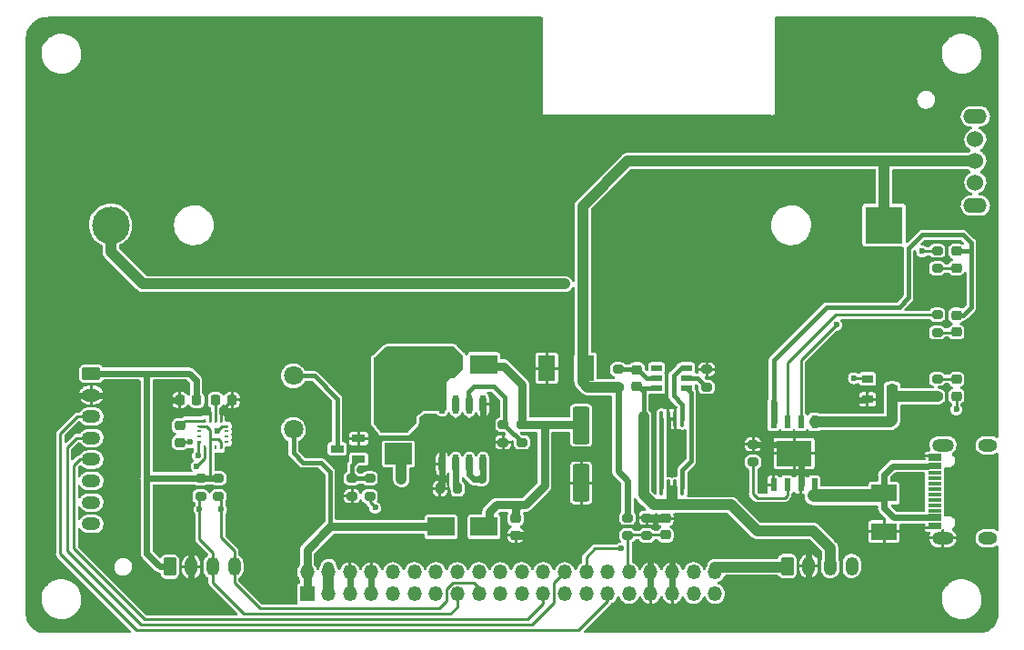
<source format=gbr>
%TF.GenerationSoftware,KiCad,Pcbnew,(6.0.10)*%
%TF.CreationDate,2023-03-03T00:05:23+07:00*%
%TF.ProjectId,wt32_sc01_ext,77743332-5f73-4633-9031-5f6578742e6b,rev?*%
%TF.SameCoordinates,Original*%
%TF.FileFunction,Copper,L1,Top*%
%TF.FilePolarity,Positive*%
%FSLAX46Y46*%
G04 Gerber Fmt 4.6, Leading zero omitted, Abs format (unit mm)*
G04 Created by KiCad (PCBNEW (6.0.10)) date 2023-03-03 00:05:23*
%MOMM*%
%LPD*%
G01*
G04 APERTURE LIST*
G04 Aperture macros list*
%AMRoundRect*
0 Rectangle with rounded corners*
0 $1 Rounding radius*
0 $2 $3 $4 $5 $6 $7 $8 $9 X,Y pos of 4 corners*
0 Add a 4 corners polygon primitive as box body*
4,1,4,$2,$3,$4,$5,$6,$7,$8,$9,$2,$3,0*
0 Add four circle primitives for the rounded corners*
1,1,$1+$1,$2,$3*
1,1,$1+$1,$4,$5*
1,1,$1+$1,$6,$7*
1,1,$1+$1,$8,$9*
0 Add four rect primitives between the rounded corners*
20,1,$1+$1,$2,$3,$4,$5,0*
20,1,$1+$1,$4,$5,$6,$7,0*
20,1,$1+$1,$6,$7,$8,$9,0*
20,1,$1+$1,$8,$9,$2,$3,0*%
G04 Aperture macros list end*
%TA.AperFunction,SMDPad,CuDef*%
%ADD10RoundRect,0.200000X-0.275000X0.200000X-0.275000X-0.200000X0.275000X-0.200000X0.275000X0.200000X0*%
%TD*%
%TA.AperFunction,SMDPad,CuDef*%
%ADD11RoundRect,0.225000X0.250000X-0.225000X0.250000X0.225000X-0.250000X0.225000X-0.250000X-0.225000X0*%
%TD*%
%TA.AperFunction,SMDPad,CuDef*%
%ADD12R,1.250013X0.700000*%
%TD*%
%TA.AperFunction,ComponentPad*%
%ADD13C,1.800000*%
%TD*%
%TA.AperFunction,SMDPad,CuDef*%
%ADD14RoundRect,0.218750X0.256250X-0.218750X0.256250X0.218750X-0.256250X0.218750X-0.256250X-0.218750X0*%
%TD*%
%TA.AperFunction,SMDPad,CuDef*%
%ADD15RoundRect,0.200000X0.275000X-0.200000X0.275000X0.200000X-0.275000X0.200000X-0.275000X-0.200000X0*%
%TD*%
%TA.AperFunction,SMDPad,CuDef*%
%ADD16R,0.600000X1.200000*%
%TD*%
%TA.AperFunction,SMDPad,CuDef*%
%ADD17R,3.300000X2.400000*%
%TD*%
%TA.AperFunction,SMDPad,CuDef*%
%ADD18RoundRect,0.200000X0.200000X0.275000X-0.200000X0.275000X-0.200000X-0.275000X0.200000X-0.275000X0*%
%TD*%
%TA.AperFunction,ComponentPad*%
%ADD19RoundRect,0.250000X-0.625000X0.350000X-0.625000X-0.350000X0.625000X-0.350000X0.625000X0.350000X0*%
%TD*%
%TA.AperFunction,ComponentPad*%
%ADD20O,1.750000X1.200000*%
%TD*%
%TA.AperFunction,SMDPad,CuDef*%
%ADD21O,0.600000X1.800000*%
%TD*%
%TA.AperFunction,SMDPad,CuDef*%
%ADD22R,2.289992X2.289992*%
%TD*%
%TA.AperFunction,ComponentPad*%
%ADD23O,2.000000X1.200000*%
%TD*%
%TA.AperFunction,ComponentPad*%
%ADD24O,1.800000X1.200000*%
%TD*%
%TA.AperFunction,SMDPad,CuDef*%
%ADD25R,1.300000X0.300000*%
%TD*%
%TA.AperFunction,SMDPad,CuDef*%
%ADD26RoundRect,0.225000X-0.250000X0.225000X-0.250000X-0.225000X0.250000X-0.225000X0.250000X0.225000X0*%
%TD*%
%TA.AperFunction,SMDPad,CuDef*%
%ADD27R,2.500000X2.000000*%
%TD*%
%TA.AperFunction,ComponentPad*%
%ADD28C,1.524003*%
%TD*%
%TA.AperFunction,ComponentPad*%
%ADD29O,2.200000X1.400000*%
%TD*%
%TA.AperFunction,SMDPad,CuDef*%
%ADD30R,2.500000X1.800000*%
%TD*%
%TA.AperFunction,ComponentPad*%
%ADD31RoundRect,0.250000X-0.350000X-0.625000X0.350000X-0.625000X0.350000X0.625000X-0.350000X0.625000X0*%
%TD*%
%TA.AperFunction,ComponentPad*%
%ADD32O,1.200000X1.750000*%
%TD*%
%TA.AperFunction,ComponentPad*%
%ADD33R,1.350000X1.350000*%
%TD*%
%TA.AperFunction,ComponentPad*%
%ADD34O,1.350000X1.350000*%
%TD*%
%TA.AperFunction,ComponentPad*%
%ADD35R,3.500000X3.500000*%
%TD*%
%TA.AperFunction,ComponentPad*%
%ADD36C,3.500000*%
%TD*%
%TA.AperFunction,SMDPad,CuDef*%
%ADD37R,1.607493X2.375997*%
%TD*%
%TA.AperFunction,SMDPad,CuDef*%
%ADD38R,1.000000X0.800000*%
%TD*%
%TA.AperFunction,SMDPad,CuDef*%
%ADD39R,1.000000X0.550013*%
%TD*%
%TA.AperFunction,SMDPad,CuDef*%
%ADD40R,2.375997X1.607493*%
%TD*%
%TA.AperFunction,SMDPad,CuDef*%
%ADD41R,0.250013X0.450013*%
%TD*%
%TA.AperFunction,SMDPad,CuDef*%
%ADD42R,0.450013X0.250013*%
%TD*%
%TA.AperFunction,SMDPad,CuDef*%
%ADD43O,0.400000X1.500000*%
%TD*%
%TA.AperFunction,SMDPad,CuDef*%
%ADD44RoundRect,0.250000X-0.550000X1.500000X-0.550000X-1.500000X0.550000X-1.500000X0.550000X1.500000X0*%
%TD*%
%TA.AperFunction,SMDPad,CuDef*%
%ADD45RoundRect,0.225000X-0.225000X-0.250000X0.225000X-0.250000X0.225000X0.250000X-0.225000X0.250000X0*%
%TD*%
%TA.AperFunction,SMDPad,CuDef*%
%ADD46RoundRect,0.225000X0.225000X0.250000X-0.225000X0.250000X-0.225000X-0.250000X0.225000X-0.250000X0*%
%TD*%
%TA.AperFunction,ViaPad*%
%ADD47C,0.600000*%
%TD*%
%TA.AperFunction,ViaPad*%
%ADD48C,0.900000*%
%TD*%
%TA.AperFunction,Conductor*%
%ADD49C,0.600000*%
%TD*%
%TA.AperFunction,Conductor*%
%ADD50C,0.800000*%
%TD*%
%TA.AperFunction,Conductor*%
%ADD51C,1.000000*%
%TD*%
%TA.AperFunction,Conductor*%
%ADD52C,0.254000*%
%TD*%
%TA.AperFunction,Conductor*%
%ADD53C,0.400000*%
%TD*%
%TA.AperFunction,Conductor*%
%ADD54C,1.200000*%
%TD*%
G04 APERTURE END LIST*
D10*
%TO.P,R17,1*%
%TO.N,Net-(Q1-Pad1)*%
X32271290Y14667620D03*
%TO.P,R17,2*%
%TO.N,IO33*%
X32271290Y13017620D03*
%TD*%
%TO.P,R12,1*%
%TO.N,Net-(R11-Pad2)*%
X44703580Y19680240D03*
%TO.P,R12,2*%
%TO.N,GND*%
X44703580Y18030240D03*
%TD*%
D11*
%TO.P,C7,1*%
%TO.N,IO35*%
X59819290Y9403620D03*
%TO.P,C7,2*%
%TO.N,GND*%
X59819290Y10953620D03*
%TD*%
D10*
%TO.P,R13,1*%
%TO.N,BATT+*%
X56274290Y11003620D03*
%TO.P,R13,2*%
%TO.N,IO35*%
X56274290Y9353620D03*
%TD*%
D12*
%TO.P,Q1,1,B*%
%TO.N,Net-(Q1-Pad1)*%
X31239290Y16478658D03*
%TO.P,Q1,2,E*%
%TO.N,GND*%
X31239290Y18378582D03*
%TO.P,Q1,3,C*%
%TO.N,Net-(BZ1-Pad2)*%
X29239290Y17428620D03*
%TD*%
D10*
%TO.P,R11,1*%
%TO.N,Net-(C5-Pad1)*%
X46453580Y19680240D03*
%TO.P,R11,2*%
%TO.N,Net-(R11-Pad2)*%
X46453580Y18030240D03*
%TD*%
D13*
%TO.P,BZ1,1,-*%
%TO.N,+5V*%
X25159290Y19217001D03*
%TO.P,BZ1,2,+*%
%TO.N,Net-(BZ1-Pad2)*%
X25159290Y24217001D03*
%TD*%
D14*
%TO.P,D2,1,K*%
%TO.N,Net-(D2-Pad1)*%
X86881290Y28295120D03*
%TO.P,D2,2,A*%
%TO.N,VBUS*%
X86881290Y29870120D03*
%TD*%
D15*
%TO.P,R15,1*%
%TO.N,BATT+*%
X85103290Y22288620D03*
%TO.P,R15,2*%
%TO.N,Net-(D5-Pad2)*%
X85103290Y23938620D03*
%TD*%
D16*
%TO.P,U1,1,TEMP*%
%TO.N,GND*%
X69863286Y14091314D03*
%TO.P,U1,2,PROG*%
%TO.N,Net-(R7-Pad1)*%
X71133289Y14091314D03*
%TO.P,U1,3,GND*%
%TO.N,GND*%
X72403291Y14091314D03*
%TO.P,U1,4,VCC*%
%TO.N,VBUS*%
X73673294Y14091314D03*
%TO.P,U1,5,BAT*%
%TO.N,BATT+*%
X73673294Y19907926D03*
%TO.P,U1,6,STDBY#*%
%TO.N,Net-(R4-Pad2)*%
X72403291Y19907926D03*
%TO.P,U1,7,CHRG#*%
%TO.N,Net-(R3-Pad2)*%
X71133289Y19907926D03*
%TO.P,U1,8,CE*%
%TO.N,VBUS*%
X69863286Y19907926D03*
D17*
%TO.P,U1,9,EP*%
%TO.N,GND*%
X71768290Y16999620D03*
%TD*%
D18*
%TO.P,R10,1*%
%TO.N,Net-(R10-Pad1)*%
X40462290Y13715620D03*
%TO.P,R10,2*%
%TO.N,GND*%
X38812290Y13715620D03*
%TD*%
D19*
%TO.P,J4,1,Pin_1*%
%TO.N,+3V3*%
X6353290Y24428620D03*
D20*
%TO.P,J4,2,Pin_2*%
%TO.N,GND*%
X6353290Y22428620D03*
%TO.P,J4,3,Pin_3*%
%TO.N,IO32*%
X6353290Y20428620D03*
%TO.P,J4,4,Pin_4*%
%TO.N,IO5*%
X6353290Y18428620D03*
%TO.P,J4,5,Pin_5*%
%TO.N,IO12*%
X6353290Y16428620D03*
%TO.P,J4,6,Pin_6*%
%TO.N,IO34*%
X6353290Y14428620D03*
%TO.P,J4,7,Pin_7*%
%TO.N,IO2*%
X6353290Y12428620D03*
%TO.P,J4,8,Pin_8*%
%TO.N,IO4*%
X6353290Y10428620D03*
%TD*%
D21*
%TO.P,U5,1,PGND*%
%TO.N,GND*%
X39002286Y16023204D03*
%TO.P,U5,2,OC*%
%TO.N,Net-(R10-Pad1)*%
X40272289Y16023204D03*
%TO.P,U5,3,VCC*%
%TO.N,/DCIN*%
X41542291Y16023204D03*
%TO.P,U5,4,EN*%
X42812294Y16023204D03*
%TO.P,U5,5,GND*%
%TO.N,GND*%
X42812294Y21568036D03*
%TO.P,U5,6,FB*%
%TO.N,Net-(R11-Pad2)*%
X41542291Y21568036D03*
%TO.P,U5,7,NC*%
%TO.N,unconnected-(U5-Pad7)*%
X40272289Y21568036D03*
%TO.P,U5,8,LX*%
%TO.N,Net-(D3-Pad2)*%
X39002286Y21568036D03*
D22*
%TO.P,U5,9,EP*%
%TO.N,GND*%
X40907290Y18795620D03*
%TD*%
D23*
%TO.P,CN1,0,SH*%
%TO.N,GND*%
X85637542Y9102483D03*
%TO.P,CN1,1*%
%TO.N,N/C*%
X85637542Y17752725D03*
D24*
%TO.P,CN1,2*%
X89837440Y17752725D03*
%TO.P,CN1,3*%
X89837440Y9102483D03*
D25*
%TO.P,CN1,A1,GND*%
%TO.N,GND*%
X84869190Y10077591D03*
%TO.P,CN1,A4,VBUS*%
%TO.N,VBUS*%
X84869190Y10877693D03*
%TO.P,CN1,A5,CC1*%
%TO.N,unconnected-(CN1-PadA5)*%
X84869190Y12177667D03*
%TO.P,CN1,A6,DP1*%
%TO.N,unconnected-(CN1-PadA6)*%
X84869190Y13177667D03*
%TO.P,CN1,A7,DN1*%
%TO.N,unconnected-(CN1-PadA7)*%
X84869190Y13677540D03*
%TO.P,CN1,A8,SBU1*%
%TO.N,unconnected-(CN1-PadA8)*%
X84869190Y14677286D03*
%TO.P,CN1,A9,VBUS*%
%TO.N,VBUS*%
X84869190Y15977769D03*
%TO.P,CN1,A12,GND*%
%TO.N,GND*%
X84869190Y16777617D03*
%TO.P,CN1,B1,GND*%
X84869190Y16477642D03*
%TO.P,CN1,B4,VBUS*%
%TO.N,VBUS*%
X84869190Y15677540D03*
%TO.P,CN1,B5,CC2*%
%TO.N,unconnected-(CN1-PadB5)*%
X84869190Y15177667D03*
%TO.P,CN1,B6,DP2*%
%TO.N,unconnected-(CN1-PadB6)*%
X84869190Y14177667D03*
%TO.P,CN1,B7,DN2*%
%TO.N,unconnected-(CN1-PadB7)*%
X84869190Y12677540D03*
%TO.P,CN1,B8,SBU2*%
%TO.N,unconnected-(CN1-PadB8)*%
X84869190Y11677540D03*
%TO.P,CN1,B9,VBUS*%
%TO.N,VBUS*%
X84869190Y11177667D03*
%TO.P,CN1,B12,GND*%
%TO.N,GND*%
X84869190Y10377566D03*
%TD*%
D26*
%TO.P,C3,1*%
%TO.N,Net-(C3-Pad1)*%
X57140290Y24777620D03*
%TO.P,C3,2*%
%TO.N,BATT-*%
X57140290Y23227620D03*
%TD*%
D10*
%TO.P,R1,1*%
%TO.N,+3V3*%
X18174290Y14667620D03*
%TO.P,R1,2*%
%TO.N,I2C_SDA*%
X18174290Y13017620D03*
%TD*%
D27*
%TO.P,L1,1,1*%
%TO.N,/DCIN*%
X34938303Y16945747D03*
%TO.P,L1,2,2*%
%TO.N,Net-(D3-Pad2)*%
X34938303Y20645518D03*
%TD*%
D15*
%TO.P,R3,1*%
%TO.N,Net-(D2-Pad1)*%
X85103290Y28257620D03*
%TO.P,R3,2*%
%TO.N,Net-(R3-Pad2)*%
X85103290Y29907620D03*
%TD*%
D14*
%TO.P,D1,1,K*%
%TO.N,Net-(D1-Pad1)*%
X86881290Y34264120D03*
%TO.P,D1,2,A*%
%TO.N,VBUS*%
X86881290Y35839120D03*
%TD*%
D28*
%TO.P,SW1,1,A*%
%TO.N,unconnected-(SW1-Pad1)*%
X88653290Y42228112D03*
%TO.P,SW1,2,B*%
%TO.N,BATT+*%
X88653290Y44228112D03*
%TO.P,SW1,3,C*%
%TO.N,/DCIN*%
X88653290Y46228112D03*
D29*
%TO.P,SW1,4*%
%TO.N,N/C*%
X88653290Y48378226D03*
%TO.P,SW1,5*%
X88653290Y40077998D03*
%TD*%
D15*
%TO.P,R7,1*%
%TO.N,Net-(R7-Pad1)*%
X67958290Y16192620D03*
%TO.P,R7,2*%
%TO.N,GND*%
X67958290Y17842620D03*
%TD*%
%TO.P,R8,1*%
%TO.N,Net-(R8-Pad1)*%
X63640290Y23177620D03*
%TO.P,R8,2*%
%TO.N,GND*%
X63640290Y24827620D03*
%TD*%
D26*
%TO.P,C5,1*%
%TO.N,Net-(C5-Pad1)*%
X45860290Y10934620D03*
%TO.P,C5,2*%
%TO.N,GND*%
X45860290Y9384620D03*
%TD*%
D30*
%TO.P,D4,1,K*%
%TO.N,+5V*%
X38907290Y10159620D03*
%TO.P,D4,2,A*%
%TO.N,Net-(C5-Pad1)*%
X42907290Y10159620D03*
%TD*%
D31*
%TO.P,J1,1,Pin_1*%
%TO.N,+3V3*%
X13653290Y6449620D03*
D32*
%TO.P,J1,2,Pin_2*%
%TO.N,GND*%
X15653290Y6449620D03*
%TO.P,J1,3,Pin_3*%
%TO.N,I2C_SCL*%
X17653290Y6449620D03*
%TO.P,J1,4,Pin_4*%
%TO.N,I2C_SDA*%
X19653290Y6449620D03*
%TD*%
D33*
%TO.P,J3,1,Pin_1*%
%TO.N,+5V*%
X26430000Y3930000D03*
D34*
%TO.P,J3,2,Pin_2*%
X26430000Y5930000D03*
%TO.P,J3,3,Pin_3*%
%TO.N,+3V3*%
X28430000Y3930000D03*
%TO.P,J3,4,Pin_4*%
X28430000Y5930000D03*
%TO.P,J3,5,Pin_5*%
%TO.N,GND*%
X30430000Y3930000D03*
%TO.P,J3,6,Pin_6*%
X30430000Y5930000D03*
%TO.P,J3,7,Pin_7*%
X32430000Y3930000D03*
%TO.P,J3,8,Pin_8*%
X32430000Y5930000D03*
%TO.P,J3,9,Pin_9*%
%TO.N,SENSOR_VP*%
X34430000Y3930000D03*
%TO.P,J3,10,Pin_10*%
%TO.N,IO4*%
X34430000Y5930000D03*
%TO.P,J3,11,Pin_11*%
%TO.N,SENSOR_VN*%
X36430000Y3930000D03*
%TO.P,J3,12,Pin_12*%
%TO.N,IO2*%
X36430000Y5930000D03*
%TO.P,J3,13,Pin_13*%
%TO.N,IO34*%
X38430000Y3930000D03*
%TO.P,J3,14,Pin_14*%
%TO.N,IO15*%
X38430000Y5930000D03*
%TO.P,J3,15,Pin_15*%
%TO.N,I2C_SCL*%
X40430000Y3930000D03*
%TO.P,J3,16,Pin_16*%
%TO.N,IO13*%
X40430000Y5930000D03*
%TO.P,J3,17,Pin_17*%
%TO.N,I2C_SDA*%
X42430000Y3930000D03*
%TO.P,J3,18,Pin_18*%
%TO.N,ESP32_EN*%
X42430000Y5930000D03*
%TO.P,J3,19,Pin_19*%
%TO.N,IO21*%
X44430000Y3930000D03*
%TO.P,J3,20,Pin_20*%
%TO.N,IO22*%
X44430000Y5930000D03*
%TO.P,J3,21,Pin_21*%
%TO.N,TXD0*%
X46430000Y3930000D03*
%TO.P,J3,22,Pin_22*%
%TO.N,IO23*%
X46430000Y5930000D03*
%TO.P,J3,23,Pin_23*%
%TO.N,IO12*%
X48430000Y3930000D03*
%TO.P,J3,24,Pin_24*%
%TO.N,IO0*%
X48430000Y5930000D03*
%TO.P,J3,25,Pin_25*%
%TO.N,IO14*%
X50430000Y3930000D03*
%TO.P,J3,26,Pin_26*%
%TO.N,IO5*%
X50430000Y5930000D03*
%TO.P,J3,27,Pin_27*%
%TO.N,IO27*%
X52430000Y3930000D03*
%TO.P,J3,28,Pin_28*%
%TO.N,IO25*%
X52430000Y5930000D03*
%TO.P,J3,29,Pin_29*%
%TO.N,IO32*%
X54430000Y3930000D03*
%TO.P,J3,30,Pin_30*%
%TO.N,IO26*%
X54430000Y5930000D03*
%TO.P,J3,31,Pin_31*%
%TO.N,IO33*%
X56430000Y3930000D03*
%TO.P,J3,32,Pin_32*%
%TO.N,IO35*%
X56430000Y5930000D03*
%TO.P,J3,33,Pin_33*%
%TO.N,GND*%
X58430000Y3930000D03*
%TO.P,J3,34,Pin_34*%
X58430000Y5930000D03*
%TO.P,J3,35,Pin_35*%
X60430000Y3930000D03*
%TO.P,J3,36,Pin_36*%
X60430000Y5930000D03*
%TO.P,J3,37,Pin_37*%
%TO.N,+3V3*%
X62430000Y3930000D03*
%TO.P,J3,38,Pin_38*%
X62430000Y5930000D03*
%TO.P,J3,39,Pin_39*%
%TO.N,+5V*%
X64430000Y3930000D03*
%TO.P,J3,40,Pin_40*%
X64430000Y5930000D03*
%TD*%
D35*
%TO.P,BT1,1,+*%
%TO.N,BATT+*%
X80153290Y38249620D03*
D36*
%TO.P,BT1,2,-*%
%TO.N,BATT-*%
X8153290Y38249620D03*
%TD*%
D15*
%TO.P,R4,1*%
%TO.N,Net-(D1-Pad1)*%
X85103290Y34226620D03*
%TO.P,R4,2*%
%TO.N,Net-(R4-Pad2)*%
X85103290Y35876620D03*
%TD*%
D31*
%TO.P,J2,1,Pin_1*%
%TO.N,+5V*%
X71153290Y6499620D03*
D32*
%TO.P,J2,2,Pin_2*%
%TO.N,GND*%
X73153290Y6499620D03*
%TO.P,J2,3,Pin_3*%
%TO.N,BATT-*%
X75153290Y6499620D03*
%TO.P,J2,4,Pin_4*%
%TO.N,BATT+*%
X77153290Y6499620D03*
%TD*%
D37*
%TO.P,C4,1*%
%TO.N,BATT+*%
X52363176Y24928620D03*
%TO.P,C4,2*%
%TO.N,GND*%
X48755404Y24928620D03*
%TD*%
D38*
%TO.P,U6,1,VOUT*%
%TO.N,Net-(D5-Pad1)*%
X78619277Y23936633D03*
%TO.P,U6,2,GND*%
%TO.N,GND*%
X78619277Y22036607D03*
%TO.P,U6,3,VIN*%
%TO.N,BATT+*%
X80919303Y22986569D03*
%TD*%
D30*
%TO.P,D3,1,K*%
%TO.N,Net-(C5-Pad1)*%
X42907290Y25272620D03*
%TO.P,D3,2,A*%
%TO.N,Net-(D3-Pad2)*%
X38907290Y25272620D03*
%TD*%
D26*
%TO.P,C2,1*%
%TO.N,Net-(C2-Pad1)*%
X14618290Y19570620D03*
%TO.P,C2,2*%
%TO.N,Net-(C2-Pad2)*%
X14618290Y18020620D03*
%TD*%
D10*
%TO.P,R9,1*%
%TO.N,Net-(C3-Pad1)*%
X55390290Y24827620D03*
%TO.P,R9,2*%
%TO.N,BATT+*%
X55390290Y23177620D03*
%TD*%
%TO.P,R2,1*%
%TO.N,+3V3*%
X16523290Y14667620D03*
%TO.P,R2,2*%
%TO.N,I2C_SCL*%
X16523290Y13017620D03*
%TD*%
D39*
%TO.P,U3,1,OD*%
%TO.N,Net-(U3-Pad1)*%
X61790341Y23052760D03*
%TO.P,U3,2,CS*%
%TO.N,Net-(R8-Pad1)*%
X61790341Y24002722D03*
%TO.P,U3,3,OC*%
%TO.N,Net-(U3-Pad3)*%
X61790341Y24952684D03*
%TO.P,U3,4,TD*%
%TO.N,unconnected-(U3-Pad4)*%
X58990239Y24952684D03*
%TO.P,U3,5,VCC*%
%TO.N,Net-(C3-Pad1)*%
X58990239Y24002722D03*
%TO.P,U3,6,GND*%
%TO.N,BATT-*%
X58990239Y23052760D03*
%TD*%
D10*
%TO.P,R16,1*%
%TO.N,Net-(Q1-Pad1)*%
X30620290Y14667620D03*
%TO.P,R16,2*%
%TO.N,GND*%
X30620290Y13017620D03*
%TD*%
D40*
%TO.P,C1,1*%
%TO.N,VBUS*%
X80153290Y13303506D03*
%TO.P,C1,2*%
%TO.N,GND*%
X80153290Y9695734D03*
%TD*%
D41*
%TO.P,U2,1,SCL*%
%TO.N,I2C_SCL*%
X16916366Y17535752D03*
%TO.P,U2,2,VDD*%
%TO.N,+3V3*%
X17416493Y17535752D03*
%TO.P,U2,3,NC*%
%TO.N,unconnected-(U2-Pad3)*%
X17916366Y17535752D03*
%TO.P,U2,4,S1*%
%TO.N,+3V3*%
X18416493Y17535752D03*
D42*
%TO.P,U2,5,NC*%
%TO.N,unconnected-(U2-Pad5)*%
X18929320Y18048833D03*
%TO.P,U2,6,NC*%
%TO.N,unconnected-(U2-Pad6)*%
X18929320Y18548960D03*
%TO.P,U2,7,NC*%
%TO.N,unconnected-(U2-Pad7)*%
X18929320Y19048833D03*
%TO.P,U2,8,SETP*%
%TO.N,Net-(C2-Pad2)*%
X18929320Y19548960D03*
D41*
%TO.P,U2,9,GND*%
%TO.N,GND*%
X18416239Y20061787D03*
%TO.P,U2,10,C1*%
%TO.N,Net-(C8-Pad2)*%
X17916112Y20061787D03*
%TO.P,U2,11,GND*%
%TO.N,GND*%
X17416239Y20061787D03*
%TO.P,U2,12,SETC*%
%TO.N,Net-(C2-Pad1)*%
X16916112Y20061787D03*
D42*
%TO.P,U2,13,VDDIO*%
%TO.N,+3V3*%
X16403285Y19548706D03*
%TO.P,U2,14,NC*%
%TO.N,unconnected-(U2-Pad14)*%
X16403285Y19048579D03*
%TO.P,U2,15,DRDY*%
%TO.N,unconnected-(U2-Pad15)*%
X16403285Y18548706D03*
%TO.P,U2,16,SDA*%
%TO.N,I2C_SDA*%
X16403285Y18048579D03*
%TD*%
D15*
%TO.P,R14,1*%
%TO.N,IO35*%
X58069290Y9353620D03*
%TO.P,R14,2*%
%TO.N,GND*%
X58069290Y11003620D03*
%TD*%
D43*
%TO.P,U4,1,D12*%
%TO.N,Net-(U4-Pad1)*%
X59415131Y13802214D03*
%TO.P,U4,2,S1*%
%TO.N,BATT-*%
X60065373Y13802214D03*
%TO.P,U4,3,S1*%
X60715614Y13802214D03*
%TO.P,U4,4,G1*%
%TO.N,Net-(U3-Pad1)*%
X61365855Y13802214D03*
%TO.P,U4,5,G2*%
%TO.N,Net-(U3-Pad3)*%
X61365855Y20203026D03*
%TO.P,U4,6,S2*%
%TO.N,GND*%
X60715614Y20203026D03*
%TO.P,U4,7,S2*%
X60065373Y20203026D03*
%TO.P,U4,8,D12*%
%TO.N,Net-(U4-Pad1)*%
X59415131Y20203026D03*
%TD*%
D44*
%TO.P,C6,1*%
%TO.N,Net-(C5-Pad1)*%
X51956290Y19628620D03*
%TO.P,C6,2*%
%TO.N,GND*%
X51956290Y14228620D03*
%TD*%
D45*
%TO.P,C9,1*%
%TO.N,GND*%
X14605290Y21970620D03*
%TO.P,C9,2*%
%TO.N,+3V3*%
X16155290Y21970620D03*
%TD*%
D46*
%TO.P,C8,1*%
%TO.N,GND*%
X19457290Y21970620D03*
%TO.P,C8,2*%
%TO.N,Net-(C8-Pad2)*%
X17907290Y21970620D03*
%TD*%
D14*
%TO.P,D5,1,K*%
%TO.N,Net-(D5-Pad1)*%
X86881290Y22326120D03*
%TO.P,D5,2,A*%
%TO.N,Net-(D5-Pad2)*%
X86881290Y23901120D03*
%TD*%
D47*
%TO.N,IO25*%
X55639290Y8127620D03*
%TO.N,IO33*%
X32779290Y11937620D03*
D48*
%TO.N,BATT-*%
X57754290Y20449620D03*
X50413290Y32765620D03*
%TO.N,GND*%
X84403290Y18749620D03*
D47*
X63767290Y16775200D03*
X52464290Y11683620D03*
X25147710Y12318620D03*
X10554290Y56133620D03*
D48*
X38909580Y20044240D03*
D47*
X83579290Y56133620D03*
X12713290Y23240620D03*
X51194290Y10413620D03*
X22607710Y12318620D03*
X66307290Y15493620D03*
X79769290Y18668620D03*
X1664290Y32003620D03*
X32144290Y54863620D03*
X66307290Y20573620D03*
X29604290Y56133620D03*
X44844290Y54863620D03*
X21337710Y12318620D03*
X1664290Y35813620D03*
X79769290Y17398620D03*
D48*
X37639580Y17504240D03*
D47*
X75959290Y56133620D03*
X14364290Y56133620D03*
X51194290Y9143620D03*
X39764290Y56133620D03*
X75959290Y14870200D03*
D48*
X32398290Y8508620D03*
D47*
X81039290Y56133620D03*
X81674290Y5333620D03*
D48*
X37639580Y18774240D03*
D47*
X41034290Y56133620D03*
X82944290Y4063620D03*
X2934290Y30733620D03*
X77229290Y56133620D03*
X35954290Y56133620D03*
X22619290Y14858620D03*
X65037290Y19303620D03*
X78499290Y17398620D03*
X83579290Y12318620D03*
X55004290Y10413620D03*
X37224290Y54863620D03*
X77229290Y16128620D03*
X78499290Y54863620D03*
X42304290Y54863620D03*
X1664290Y38353620D03*
X19444290Y56133620D03*
X1664290Y33273620D03*
D48*
X38909580Y18774240D03*
D47*
X78499290Y56133620D03*
X46114290Y54863620D03*
X82309290Y13588620D03*
X23889290Y13588620D03*
X21349290Y14858620D03*
X2934290Y33273620D03*
X72149290Y56133620D03*
X27064290Y54863620D03*
X73419290Y56133620D03*
X2934290Y35813620D03*
X63767290Y19315200D03*
X20714290Y54863620D03*
X49924290Y11683620D03*
D48*
X38875286Y17469946D03*
D47*
X82944290Y2793620D03*
X63767290Y18045200D03*
X24524290Y56133620D03*
X70879290Y54863620D03*
X53734290Y9143620D03*
X49924290Y10413620D03*
X1664290Y43433620D03*
X34303290Y12318620D03*
X65037290Y14223620D03*
X2934290Y34543620D03*
X47384290Y56133620D03*
X27699290Y13588620D03*
X27687710Y12318620D03*
X39764290Y54863620D03*
X16904290Y56133620D03*
X1664290Y39623620D03*
X13094290Y54863620D03*
X81674290Y1523620D03*
X42304290Y56133620D03*
X48654290Y10413620D03*
X70879290Y56133620D03*
X72149290Y54863620D03*
X11824290Y54863620D03*
X77229290Y54863620D03*
X63767290Y14235200D03*
X9284290Y54863620D03*
X2934290Y42163620D03*
X63767290Y15505200D03*
X4331290Y22478620D03*
X1664290Y45973620D03*
D48*
X37639580Y20044240D03*
D47*
X22619290Y13588620D03*
X29604290Y54863620D03*
D48*
X46749290Y25145620D03*
D47*
X2934290Y43433620D03*
X23877710Y12318620D03*
X1664290Y44703620D03*
X2934290Y48513620D03*
X2934290Y44703620D03*
X73419290Y54863620D03*
X82309290Y12318620D03*
X65037290Y20573620D03*
D48*
X60390290Y17002620D03*
D47*
X75959290Y18680200D03*
X48654290Y9143620D03*
X55004290Y11683620D03*
X52464290Y10413620D03*
X2934290Y45973620D03*
X75959290Y54863620D03*
X10554290Y54863620D03*
X23889290Y14858620D03*
X2934290Y38353620D03*
X1664290Y47243620D03*
X82944290Y5333620D03*
X78499290Y16128620D03*
X26429290Y13588620D03*
X23254290Y56133620D03*
X77229290Y17398620D03*
X82944290Y1523620D03*
X1664290Y30733620D03*
D48*
X23889290Y6603620D03*
D47*
X66307290Y16763620D03*
X49924290Y9143620D03*
X18174290Y56133620D03*
X25159290Y14858620D03*
X53734290Y10413620D03*
X77229290Y18668620D03*
X2934290Y39623620D03*
D48*
X75324290Y21970620D03*
D47*
X8014290Y56133620D03*
X55004290Y9143620D03*
X75959290Y17410200D03*
X28842290Y16382620D03*
X16904290Y54863620D03*
X81039290Y54863620D03*
X33414290Y54863620D03*
X78499290Y14858620D03*
X83579290Y54863620D03*
X13094290Y56133620D03*
X23254290Y54863620D03*
X26417710Y12318620D03*
X44844290Y56133620D03*
X81039290Y18657040D03*
X27064290Y56133620D03*
X51194290Y11683620D03*
X21984290Y54863620D03*
X1664290Y40893620D03*
X15634290Y4952620D03*
X46114290Y56133620D03*
X34684290Y54863620D03*
X66307290Y19303620D03*
X77229290Y14858620D03*
X8014290Y54863620D03*
X2934290Y49783620D03*
X1664290Y48513620D03*
X79769290Y54863620D03*
X34684290Y56133620D03*
X47384290Y54863620D03*
X43574290Y56133620D03*
X82309290Y14858620D03*
X75959290Y16140200D03*
X18174290Y54863620D03*
X63767290Y20585200D03*
X78499290Y18668620D03*
X41034290Y54863620D03*
X1664290Y49783620D03*
X66307290Y14223620D03*
X66307290Y18033620D03*
D48*
X23889290Y5333620D03*
D47*
X11824290Y56133620D03*
X33414290Y56133620D03*
X15634290Y54863620D03*
D48*
X83071290Y26161620D03*
D47*
X30874290Y54863620D03*
X48654290Y11683620D03*
X27699290Y14858620D03*
X21984290Y56133620D03*
X74689290Y54863620D03*
X81039290Y17387040D03*
X82309290Y56133620D03*
X13221290Y21970620D03*
X19444290Y54863620D03*
X20714290Y56133620D03*
X65037290Y15493620D03*
X24524290Y54863620D03*
X65037290Y18033620D03*
X53734290Y11683620D03*
X32144290Y56133620D03*
X1664290Y37083620D03*
X38494290Y54863620D03*
X26429290Y14858620D03*
X52464290Y9143620D03*
X21349290Y13588620D03*
X1664290Y29463620D03*
X82309290Y17387040D03*
X25794290Y56133620D03*
X2934290Y29463620D03*
X25159290Y13588620D03*
X37224290Y56133620D03*
X28334290Y54863620D03*
X74689290Y56133620D03*
X25794290Y54863620D03*
X9284290Y56133620D03*
X28334290Y56133620D03*
X82309290Y54863620D03*
X2934290Y47243620D03*
X30874290Y56133620D03*
X2934290Y40893620D03*
X81674290Y4063620D03*
X35954290Y54863620D03*
X79769290Y56133620D03*
X65037290Y16763620D03*
X15634290Y56133620D03*
X2934290Y32003620D03*
X2934290Y37083620D03*
X38494290Y56133620D03*
D48*
X32398290Y17398620D03*
D47*
X14364290Y54863620D03*
X82309290Y18657040D03*
X81674290Y2793620D03*
X83579290Y14858620D03*
X1664290Y34543620D03*
X83579290Y13588620D03*
X43574290Y54863620D03*
X1664290Y42163620D03*
%TO.N,Net-(D3-Pad2)*%
X34557290Y22732620D03*
X34557290Y24764620D03*
X33541290Y25780620D03*
X33541290Y23748620D03*
X33541290Y24764620D03*
X34557290Y23748620D03*
X34557290Y25780620D03*
X35573290Y22732620D03*
X33541290Y22732620D03*
X36589290Y23748620D03*
X35573290Y23748620D03*
D48*
%TO.N,BATT+*%
X79465596Y19907926D03*
D47*
X77240984Y19907926D03*
D48*
X80735596Y19907926D03*
X78322596Y19907926D03*
%TO.N,VBUS*%
X73610790Y13037120D03*
D47*
X69863290Y21716620D03*
%TO.N,I2C_SCL*%
X16428290Y11793620D03*
X16178290Y15793620D03*
%TO.N,I2C_SDA*%
X18428290Y11793620D03*
X16269290Y16763620D03*
D48*
%TO.N,/DCIN*%
X42685290Y14604620D03*
X35207580Y14583240D03*
D47*
%TO.N,Net-(C2-Pad2)*%
X15507290Y18033620D03*
X18047290Y19049620D03*
%TO.N,Net-(D5-Pad1)*%
X77356290Y24002620D03*
X86881290Y21081620D03*
%TO.N,Net-(R4-Pad2)*%
X83706290Y35813620D03*
X75705290Y28955620D03*
%TD*%
D49*
%TO.N,GND*%
X60430000Y3930000D02*
X60430000Y8092330D01*
X58430000Y3930000D02*
X58430000Y8124330D01*
D50*
%TO.N,+5V*%
X26430000Y5459910D02*
X26430000Y3930000D01*
D49*
%TO.N,GND*%
X32430000Y6430000D02*
X32430000Y3930000D01*
X30430000Y6430000D02*
X30430000Y3930000D01*
D51*
%TO.N,+3V3*%
X28430000Y6430000D02*
X28430000Y3930000D01*
D52*
%TO.N,IO25*%
X52430000Y7331330D02*
X52430000Y5930000D01*
X53226290Y8127620D02*
X52430000Y7331330D01*
X55639290Y8127620D02*
X53226290Y8127620D01*
%TO.N,IO5*%
X4980290Y18428620D02*
X6353290Y18428620D01*
X4077290Y7873620D02*
X4077290Y17525620D01*
X47384290Y1015620D02*
X10935290Y1015620D01*
X49416290Y3047620D02*
X47384290Y1015620D01*
X49416290Y4916290D02*
X49416290Y3047620D01*
X4077290Y17525620D02*
X4980290Y18428620D01*
X50430000Y5930000D02*
X49416290Y4916290D01*
X10935290Y1015620D02*
X4077290Y7873620D01*
%TO.N,IO12*%
X11316290Y1523620D02*
X4712290Y8127620D01*
X4712290Y8127620D02*
X4712290Y15874620D01*
X5266290Y16428620D02*
X6353290Y16428620D01*
X46927090Y1523620D02*
X11316290Y1523620D01*
X48430000Y3026530D02*
X46927090Y1523620D01*
X4712290Y15874620D02*
X5266290Y16428620D01*
X48430000Y3930000D02*
X48430000Y3026530D01*
%TO.N,I2C_SDA*%
X42430000Y4445910D02*
X42430000Y4430000D01*
X40018290Y4952620D02*
X41923290Y4952620D01*
X39434090Y3225420D02*
X39434090Y4368420D01*
X38748290Y2539620D02*
X39434090Y3225420D01*
X39434090Y4368420D02*
X40018290Y4952620D01*
X19653290Y4978620D02*
X22092290Y2539620D01*
X41923290Y4952620D02*
X42430000Y4445910D01*
X19653290Y6449620D02*
X19653290Y4978620D01*
X22092290Y2539620D02*
X38748290Y2539620D01*
%TO.N,I2C_SCL*%
X20568290Y2031620D02*
X39764290Y2031620D01*
X39764290Y2031620D02*
X40430000Y2697330D01*
X17653290Y4946620D02*
X20568290Y2031620D01*
X40430000Y2697330D02*
X40430000Y4430000D01*
X17653290Y6449620D02*
X17653290Y4946620D01*
%TO.N,IO32*%
X5075290Y20428620D02*
X6353290Y20428620D01*
X3442290Y18795620D02*
X5075290Y20428620D01*
X3442290Y7619620D02*
X3442290Y18795620D01*
X10554290Y507620D02*
X3442290Y7619620D01*
X51702290Y507620D02*
X10554290Y507620D01*
X54430000Y4430000D02*
X54430000Y3235330D01*
X54430000Y3235330D02*
X51702290Y507620D01*
%TO.N,IO33*%
X32271290Y12445620D02*
X32779290Y11937620D01*
X32271290Y13017620D02*
X32271290Y12445620D01*
D53*
%TO.N,BATT-*%
X60065373Y13802214D02*
X60065373Y12464537D01*
X60715614Y12568944D02*
X60338290Y12191620D01*
X60065373Y12464537D02*
X60338290Y12191620D01*
D51*
X68339290Y9778620D02*
X73546290Y9778620D01*
D53*
X57291290Y23227620D02*
X57754290Y22764620D01*
D51*
X58687290Y12191620D02*
X60338290Y12191620D01*
D53*
X60378696Y13802214D02*
X60378696Y12232026D01*
D51*
X57754290Y13124620D02*
X58687290Y12191620D01*
D53*
X58990239Y23052760D02*
X57466150Y23052760D01*
D51*
X57754290Y20449620D02*
X57754290Y13124620D01*
X8153290Y35782620D02*
X11170290Y32765620D01*
X75153290Y8171620D02*
X75153290Y6499620D01*
D53*
X57754290Y22764620D02*
X57754290Y20449620D01*
D51*
X8153290Y38249620D02*
X8153290Y35782620D01*
X60338290Y12191620D02*
X65926290Y12191620D01*
D53*
X60378696Y12232026D02*
X60338290Y12191620D01*
D51*
X65926290Y12191620D02*
X68339290Y9778620D01*
X11170290Y32765620D02*
X50413290Y32765620D01*
D53*
X60715614Y13802214D02*
X60378696Y13802214D01*
X57466150Y23052760D02*
X57291290Y23227620D01*
X60715614Y13802214D02*
X60715614Y12568944D01*
X60378696Y13802214D02*
X60065373Y13802214D01*
D51*
X73546290Y9778620D02*
X75153290Y8171620D01*
D50*
%TO.N,+5V*%
X39415290Y10159620D02*
X29350290Y10159620D01*
D51*
X64430000Y6430000D02*
X71083670Y6430000D01*
D50*
X29350290Y10159620D02*
X28588290Y10159620D01*
D49*
X26430000Y6430000D02*
X26430000Y5459910D01*
D53*
X28588290Y15239620D02*
X28588290Y10159620D01*
X26048290Y16128620D02*
X27699290Y16128620D01*
D51*
X71083670Y6430000D02*
X71153290Y6499620D01*
D50*
X26430000Y8001330D02*
X26430000Y5459910D01*
D53*
X27699290Y16128620D02*
X28588290Y15239620D01*
X25159290Y19217001D02*
X25159290Y17017620D01*
X25159290Y17017620D02*
X26048290Y16128620D01*
D50*
X28588290Y10159620D02*
X26430000Y8001330D01*
D49*
%TO.N,GND*%
X15653290Y6449620D02*
X15653290Y8108620D01*
X38909580Y20044240D02*
X42651008Y20044240D01*
D53*
X60065373Y20203026D02*
X60065373Y17327537D01*
D49*
X38875286Y17469946D02*
X38875286Y17996946D01*
X15653290Y6449620D02*
X15653290Y5098620D01*
D52*
X60715614Y20203026D02*
X60065373Y20203026D01*
D49*
X42629616Y17469946D02*
X42232964Y17469946D01*
D52*
X19457290Y22973620D02*
X19457290Y21970620D01*
X17031290Y23113620D02*
X17539290Y23621620D01*
D49*
X42812294Y20136954D02*
X42685294Y20009954D01*
D50*
X54763290Y9384620D02*
X55004290Y9143620D01*
D49*
X42651008Y20044240D02*
X42685294Y20009954D01*
X39327616Y19374946D02*
X39637290Y19684620D01*
D52*
X18809290Y23621620D02*
X19457290Y22973620D01*
D49*
X67958290Y17842620D02*
X70925290Y17842620D01*
D50*
X59769290Y11003620D02*
X59819290Y10953620D01*
D49*
X39002286Y13905616D02*
X38812290Y13715620D01*
X73153290Y6499620D02*
X73153290Y4964620D01*
X39002286Y16023204D02*
X39002286Y13905616D01*
X39002286Y16023204D02*
X39002286Y17342946D01*
X78553290Y21970620D02*
X78619277Y22036607D01*
X6353290Y22428620D02*
X4381290Y22428620D01*
X42812294Y21568036D02*
X42812294Y20136954D01*
X38875286Y17469946D02*
X38875286Y20009946D01*
X75390277Y22036607D02*
X75324290Y21970620D01*
X72403291Y16364619D02*
X71768290Y16999620D01*
D52*
X17539290Y23621620D02*
X18809290Y23621620D01*
D49*
X42685294Y18916526D02*
X42685294Y19520954D01*
X39637290Y19684620D02*
X39637290Y17779620D01*
X42685294Y17525624D02*
X42629616Y17469946D01*
X42685294Y20009954D02*
X42685294Y17525624D01*
X39327616Y17469946D02*
X39327616Y19374946D01*
X73153290Y6499620D02*
X73153290Y7988620D01*
X13221290Y21970620D02*
X14605290Y21970620D01*
X39002286Y17342946D02*
X38875286Y17469946D01*
D50*
X58069290Y11003620D02*
X59769290Y11003620D01*
D52*
X17416239Y20061787D02*
X17416239Y20823671D01*
D49*
X6353290Y22428620D02*
X7710290Y22428620D01*
X38875286Y20009946D02*
X38909580Y20044240D01*
D50*
X45987290Y9384620D02*
X54763290Y9384620D01*
D52*
X18416239Y20061787D02*
X18416239Y20929569D01*
D49*
X42232964Y17469946D02*
X42232964Y19613294D01*
D53*
X60065373Y17327537D02*
X60390290Y17002620D01*
D52*
X18416239Y20929569D02*
X19457290Y21970620D01*
D49*
X39327616Y17469946D02*
X38875286Y17469946D01*
D52*
X17031290Y21208620D02*
X17031290Y23113620D01*
D49*
X4381290Y22428620D02*
X4331290Y22478620D01*
X76587277Y22036607D02*
X75390277Y22036607D01*
X70925290Y17842620D02*
X71768290Y16999620D01*
X72403291Y14091314D02*
X72403291Y16364619D01*
X75324290Y21970620D02*
X78553290Y21970620D01*
D52*
X17416239Y20823671D02*
X17031290Y21208620D01*
D49*
X42685294Y20009954D02*
X42685294Y19520954D01*
X42232964Y17469946D02*
X39327616Y17469946D01*
D53*
%TO.N,Net-(C3-Pad1)*%
X58066188Y24002722D02*
X57291290Y24777620D01*
X55640290Y24827620D02*
X57241290Y24827620D01*
X58990239Y24002722D02*
X58066188Y24002722D01*
X57241290Y24827620D02*
X57291290Y24777620D01*
D49*
%TO.N,Net-(D3-Pad2)*%
X38875286Y21568036D02*
X36114821Y21568036D01*
X36114821Y21568036D02*
X35192303Y20645518D01*
X38875286Y21568036D02*
X38875286Y24669624D01*
X38875286Y24669624D02*
X38780290Y24764620D01*
D51*
%TO.N,BATT+*%
X77240984Y19907926D02*
X73673294Y19907926D01*
X88653290Y44228112D02*
X80163782Y44228112D01*
X80653290Y19990232D02*
X80735596Y19907926D01*
X56287782Y44228112D02*
X52096790Y40037120D01*
X80163782Y44228112D02*
X80163782Y38260112D01*
X52096790Y23651120D02*
X52573290Y23174620D01*
X52096790Y40037120D02*
X52096790Y24928620D01*
X80919303Y22986569D02*
X80919303Y22344607D01*
X80975290Y22288620D02*
X80919303Y22344607D01*
D49*
X55390290Y15347620D02*
X55390290Y23177620D01*
D51*
X52096790Y24928620D02*
X52096790Y23651120D01*
D49*
X80163782Y38260112D02*
X80153290Y38249620D01*
D51*
X80163782Y44228112D02*
X56287782Y44228112D01*
X85103290Y22288620D02*
X80975290Y22288620D01*
X52573290Y23174620D02*
X55390290Y23177620D01*
X80919303Y22344607D02*
X80919303Y20091633D01*
X77240984Y19907926D02*
X80608596Y19907926D01*
D49*
X56274290Y14463620D02*
X55390290Y15347620D01*
X56274290Y11003620D02*
X56274290Y14463620D01*
D51*
X80919303Y20091633D02*
X80735596Y19907926D01*
D53*
%TO.N,Net-(U3-Pad1)*%
X61790341Y23052760D02*
X61790341Y23033569D01*
X61365855Y13802214D02*
X61365855Y15441185D01*
X61365855Y15441185D02*
X62199290Y16274620D01*
X62199290Y22624620D02*
X62199290Y16274620D01*
X61790341Y23033569D02*
X62199290Y22624620D01*
%TO.N,VBUS*%
X74816290Y30606620D02*
X69863290Y25653620D01*
X81547290Y30606620D02*
X74816290Y30606620D01*
X86881290Y29870120D02*
X87541790Y29870120D01*
X87541790Y29870120D02*
X88278290Y30606620D01*
D49*
X69863286Y21716616D02*
X69863290Y21716620D01*
X83228490Y15828620D02*
X84169290Y15828620D01*
X80153290Y13037120D02*
X80153290Y11909220D01*
X80153290Y11909220D02*
X81039290Y11023220D01*
D53*
X87516290Y37337620D02*
X83706290Y37337620D01*
X88176790Y35839120D02*
X88278290Y35940620D01*
X88278290Y35940620D02*
X88278290Y36575620D01*
D49*
X80153290Y15012620D02*
X80969290Y15828620D01*
D53*
X82436290Y31495620D02*
X81547290Y30606620D01*
X83706290Y37337620D02*
X82436290Y36067620D01*
X69863290Y25653620D02*
X69863290Y21716620D01*
D49*
X81039290Y11023220D02*
X84163490Y11023220D01*
D53*
X88278290Y36575620D02*
X87516290Y37337620D01*
D49*
X80153290Y13037120D02*
X80153290Y15012620D01*
D54*
X80153290Y13037120D02*
X73610790Y13037120D01*
D49*
X69863286Y19907926D02*
X69863286Y21716616D01*
D53*
X82436290Y36067620D02*
X82436290Y31495620D01*
X86881290Y35839120D02*
X88176790Y35839120D01*
X88278290Y30606620D02*
X88278290Y35940620D01*
D49*
X80969290Y15828620D02*
X83228490Y15828620D01*
D52*
%TO.N,+3V3*%
X17040204Y19548706D02*
X16403285Y19548706D01*
D49*
X11234290Y24428620D02*
X11488290Y24428620D01*
D52*
X17416493Y17535752D02*
X17416493Y18291823D01*
D49*
X17584290Y14686620D02*
X18155290Y14686620D01*
X11488290Y24428620D02*
X11488290Y14686620D01*
D52*
X17416493Y17535752D02*
X17416493Y14854417D01*
D49*
X11488290Y14686620D02*
X11488290Y7701620D01*
X12740290Y6449620D02*
X13653290Y6449620D01*
D52*
X18416493Y17535752D02*
X18416493Y18045417D01*
D49*
X16097290Y23793620D02*
X16097290Y22028620D01*
D52*
X18416493Y18045417D02*
X18170087Y18291823D01*
D49*
X11234290Y24428620D02*
X6353290Y24428620D01*
X18155290Y14686620D02*
X18174290Y14667620D01*
X11488290Y7701620D02*
X12740290Y6449620D01*
D52*
X17416493Y14854417D02*
X17584290Y14686620D01*
X17416493Y18291823D02*
X17416493Y19172417D01*
D49*
X11488290Y14686620D02*
X17584290Y14686620D01*
D52*
X17416493Y19172417D02*
X17040204Y19548706D01*
D49*
X16097290Y22028620D02*
X16155290Y21970620D01*
D52*
X18170087Y18291823D02*
X17416493Y18291823D01*
D49*
X11488290Y24428620D02*
X15462290Y24428620D01*
X15462290Y24428620D02*
X16097290Y23793620D01*
D52*
%TO.N,I2C_SCL*%
X17653290Y6449620D02*
X17653290Y7759620D01*
X16916366Y17535752D02*
X16916366Y16531696D01*
X16428290Y11793620D02*
X16428290Y12968620D01*
X16428290Y8984620D02*
X16428290Y11793620D01*
X17653290Y7759620D02*
X16428290Y8984620D01*
X16916366Y16531696D02*
X16178290Y15793620D01*
%TO.N,I2C_SDA*%
X16269290Y17914584D02*
X16403285Y18048579D01*
X19653290Y7918620D02*
X18428290Y9143620D01*
X18428290Y11793620D02*
X18428290Y12968620D01*
X18428290Y9143620D02*
X18428290Y11793620D01*
X19653290Y6449620D02*
X19653290Y7918620D01*
X16269290Y16763620D02*
X16269290Y17914584D01*
D49*
%TO.N,/DCIN*%
X42812294Y16023204D02*
X42812294Y14731624D01*
X41542291Y14985619D02*
X41923290Y14604620D01*
X41542291Y16023204D02*
X41542291Y14985619D01*
D51*
X35207580Y16930470D02*
X35192303Y16945747D01*
D49*
X42812294Y14731624D02*
X42685290Y14604620D01*
D51*
X35207580Y14583240D02*
X35207580Y16930470D01*
D49*
X41923290Y14604620D02*
X42685290Y14604620D01*
D52*
%TO.N,Net-(C2-Pad2)*%
X15507290Y18033620D02*
X14631290Y18033620D01*
X18929320Y19548960D02*
X18546630Y19548960D01*
X18546630Y19548960D02*
X18047290Y19049620D01*
%TO.N,IO35*%
X56430000Y6430000D02*
X56227670Y6430000D01*
X56274290Y9353620D02*
X56274290Y6585710D01*
X56324290Y9403620D02*
X56274290Y9353620D01*
X59819290Y9403620D02*
X56324290Y9403620D01*
X56274290Y6585710D02*
X56430000Y6430000D01*
D50*
%TO.N,Net-(C5-Pad1)*%
X42703580Y25105240D02*
X44757670Y25105240D01*
X45987290Y12064620D02*
X46114290Y12191620D01*
X46453580Y19680240D02*
X48531670Y19680240D01*
X45860290Y10934620D02*
X45860290Y12064620D01*
X48531670Y19680240D02*
X51904670Y19680240D01*
X46453580Y23409330D02*
X46453580Y19680240D01*
X48531670Y19680240D02*
X48531670Y13974000D01*
X48531670Y13974000D02*
X46749290Y12191620D01*
X44082290Y12191620D02*
X43415290Y11524620D01*
X46114290Y12191620D02*
X44082290Y12191620D01*
X44757670Y25105240D02*
X46453580Y23409330D01*
X46749290Y12191620D02*
X46114290Y12191620D01*
X43415290Y11524620D02*
X43415290Y10159620D01*
D52*
%TO.N,Net-(R7-Pad1)*%
X70879290Y12826620D02*
X68339290Y12826620D01*
X71133289Y14091314D02*
X71133289Y13080619D01*
X71133289Y13080619D02*
X70879290Y12826620D01*
X67958290Y13207620D02*
X67958290Y16192620D01*
X68339290Y12826620D02*
X67958290Y13207620D01*
D53*
%TO.N,Net-(R8-Pad1)*%
X61790341Y24002722D02*
X62815188Y24002722D01*
X62815188Y24002722D02*
X63640290Y23177620D01*
D49*
%TO.N,Net-(R10-Pad1)*%
X40272289Y16023204D02*
X40272289Y13905621D01*
X40272289Y13905621D02*
X40462290Y13715620D01*
D53*
%TO.N,Net-(R11-Pad2)*%
X41938580Y23219240D02*
X43843580Y23219240D01*
X44844290Y19620620D02*
X44845290Y19620620D01*
X44844290Y22218530D02*
X44844290Y19620620D01*
X44845290Y19620620D02*
X46495290Y17970620D01*
X43843580Y23219240D02*
X44844290Y22218530D01*
X41415291Y21568036D02*
X41415291Y22695951D01*
X41415291Y22695951D02*
X41938580Y23219240D01*
%TO.N,Net-(U3-Pad3)*%
X61225354Y24952684D02*
X60548290Y24275620D01*
X60548290Y22370620D02*
X61365855Y21553055D01*
X60548290Y24275620D02*
X60548290Y22370620D01*
X61365855Y21553055D02*
X61365855Y20203026D01*
X61790341Y24952684D02*
X61225354Y24952684D01*
%TO.N,Net-(U4-Pad1)*%
X59415131Y20203026D02*
X59415131Y13802214D01*
%TO.N,Net-(BZ1-Pad2)*%
X25159290Y24217001D02*
X27103909Y24217001D01*
X29239290Y22081620D02*
X29239290Y17428620D01*
X27103909Y24217001D02*
X29239290Y22081620D01*
%TO.N,Net-(Q1-Pad1)*%
X30620290Y15874620D02*
X30620290Y14667620D01*
X31224328Y16478658D02*
X30620290Y15874620D01*
X31239290Y16478658D02*
X31224328Y16478658D01*
X32271290Y14667620D02*
X30620290Y14667620D01*
D52*
%TO.N,Net-(D1-Pad1)*%
X86843790Y34226620D02*
X86881290Y34264120D01*
X85103290Y34226620D02*
X86843790Y34226620D01*
%TO.N,Net-(C2-Pad1)*%
X15109457Y20061787D02*
X14618290Y19570620D01*
X16916112Y20061787D02*
X15109457Y20061787D01*
%TO.N,Net-(C8-Pad2)*%
X17916112Y20061787D02*
X17916112Y21961798D01*
%TO.N,Net-(D2-Pad1)*%
X86843790Y28257620D02*
X86881290Y28295120D01*
X85103290Y28257620D02*
X86843790Y28257620D01*
%TO.N,Net-(D5-Pad1)*%
X78553290Y24002620D02*
X78619277Y23936633D01*
X77356290Y24002620D02*
X78553290Y24002620D01*
X86881290Y21081620D02*
X86881290Y22326120D01*
%TO.N,Net-(D5-Pad2)*%
X86843790Y23938620D02*
X86881290Y23901120D01*
X85103290Y23938620D02*
X86843790Y23938620D01*
%TO.N,Net-(R3-Pad2)*%
X71133289Y25399619D02*
X75641290Y29907620D01*
X75641290Y29907620D02*
X85103290Y29907620D01*
X71133289Y19907926D02*
X71133289Y25399619D01*
%TO.N,Net-(R4-Pad2)*%
X72403291Y25653621D02*
X75705290Y28955620D01*
X85040290Y35813620D02*
X85103290Y35876620D01*
X72403291Y19907926D02*
X72403291Y25653621D01*
X83706290Y35813620D02*
X85040290Y35813620D01*
%TD*%
%TA.AperFunction,Conductor*%
%TO.N,Net-(D3-Pad2)*%
G36*
X40161221Y26903618D02*
G01*
X40182195Y26886715D01*
X40870385Y26198525D01*
X40904411Y26136213D01*
X40907290Y26109430D01*
X40907290Y24816810D01*
X40887288Y24748689D01*
X40870385Y24727715D01*
X40182195Y24039525D01*
X40119883Y24005499D01*
X40093100Y24002620D01*
X39764290Y24002620D01*
X39383290Y23621620D01*
X39383290Y21080620D01*
X39363288Y21012499D01*
X39309632Y20966006D01*
X39257290Y20954620D01*
X37351290Y20954620D01*
X37335769Y20944273D01*
X37335767Y20944272D01*
X36848165Y20619203D01*
X36589290Y20446620D01*
X36589290Y19858230D01*
X36569288Y19790109D01*
X36558956Y19776230D01*
X35865004Y18966620D01*
X35805485Y18927916D01*
X35769338Y18922620D01*
X33352131Y18922620D01*
X33284010Y18942622D01*
X33249601Y18975384D01*
X32675760Y19778762D01*
X32652290Y19851998D01*
X32652290Y25851037D01*
X32672292Y25919158D01*
X32694580Y25945211D01*
X33759486Y26891794D01*
X33823689Y26922101D01*
X33843196Y26923620D01*
X40093100Y26923620D01*
X40161221Y26903618D01*
G37*
%TD.AperFunction*%
%TD*%
%TA.AperFunction,Conductor*%
%TO.N,GND*%
G36*
X48322911Y57637118D02*
G01*
X48369404Y57583462D01*
X48380790Y57531120D01*
X48380790Y48805096D01*
X48378369Y48780517D01*
X48375804Y48767620D01*
X48380790Y48742553D01*
X48395556Y48668319D01*
X48451806Y48584136D01*
X48535989Y48527886D01*
X48635290Y48508134D01*
X48648187Y48510699D01*
X48672766Y48513120D01*
X69679814Y48513120D01*
X69704393Y48510699D01*
X69717290Y48508134D01*
X69816591Y48527886D01*
X69900774Y48584136D01*
X69957024Y48668319D01*
X69971790Y48742553D01*
X69976776Y48767620D01*
X69974211Y48780517D01*
X69971790Y48805096D01*
X69971790Y49975253D01*
X83235196Y49975253D01*
X83244639Y49795056D01*
X83246452Y49788476D01*
X83246452Y49788473D01*
X83288653Y49635269D01*
X83292558Y49621090D01*
X83376714Y49461472D01*
X83381116Y49456263D01*
X83381118Y49456260D01*
X83488777Y49328863D01*
X83488781Y49328859D01*
X83493184Y49323649D01*
X83498608Y49319502D01*
X83498609Y49319501D01*
X83631111Y49218195D01*
X83631115Y49218192D01*
X83636532Y49214051D01*
X83642712Y49211169D01*
X83642714Y49211168D01*
X83710356Y49179626D01*
X83800070Y49137792D01*
X83878274Y49120311D01*
X83971125Y49099556D01*
X83971131Y49099555D01*
X83976169Y49098429D01*
X83981696Y49098120D01*
X84114367Y49098120D01*
X84248679Y49112711D01*
X84419699Y49170265D01*
X84574370Y49263201D01*
X84602923Y49290202D01*
X84700519Y49382494D01*
X84700521Y49382496D01*
X84705477Y49387183D01*
X84806902Y49536425D01*
X84838349Y49615048D01*
X84871379Y49697628D01*
X84871380Y49697633D01*
X84873913Y49703965D01*
X84903384Y49881987D01*
X84893941Y50062184D01*
X84867105Y50159612D01*
X84847835Y50229568D01*
X84846022Y50236150D01*
X84761866Y50395768D01*
X84757464Y50400977D01*
X84757462Y50400980D01*
X84649803Y50528377D01*
X84649799Y50528381D01*
X84645396Y50533591D01*
X84639971Y50537739D01*
X84507469Y50639045D01*
X84507465Y50639048D01*
X84502048Y50643189D01*
X84495868Y50646071D01*
X84495866Y50646072D01*
X84415689Y50683459D01*
X84338510Y50719448D01*
X84223008Y50745266D01*
X84167455Y50757684D01*
X84167449Y50757685D01*
X84162411Y50758811D01*
X84156884Y50759120D01*
X84024213Y50759120D01*
X83889901Y50744529D01*
X83718881Y50686975D01*
X83564210Y50594039D01*
X83559250Y50589348D01*
X83559248Y50589347D01*
X83494775Y50528377D01*
X83433103Y50470057D01*
X83331678Y50320815D01*
X83329145Y50314481D01*
X83329143Y50314478D01*
X83267201Y50159612D01*
X83267200Y50159607D01*
X83264667Y50153275D01*
X83235196Y49975253D01*
X69971790Y49975253D01*
X69971790Y54186434D01*
X85530308Y54186434D01*
X85555869Y53918520D01*
X85619837Y53657102D01*
X85720873Y53407657D01*
X85856859Y53175410D01*
X86024948Y52965225D01*
X86221617Y52781507D01*
X86442747Y52628104D01*
X86683706Y52508229D01*
X86688040Y52506808D01*
X86688043Y52506807D01*
X86935113Y52425813D01*
X86935119Y52425812D01*
X86939446Y52424393D01*
X86943937Y52423613D01*
X86943938Y52423613D01*
X87200828Y52379009D01*
X87200836Y52379008D01*
X87204609Y52378353D01*
X87208446Y52378162D01*
X87288067Y52374198D01*
X87288075Y52374198D01*
X87289638Y52374120D01*
X87457664Y52374120D01*
X87459932Y52374285D01*
X87459944Y52374285D01*
X87590747Y52383776D01*
X87657715Y52388635D01*
X87662170Y52389619D01*
X87662173Y52389619D01*
X87916060Y52445673D01*
X87916062Y52445674D01*
X87920516Y52446657D01*
X88172190Y52542007D01*
X88407462Y52672689D01*
X88554132Y52784624D01*
X88617781Y52833199D01*
X88617785Y52833203D01*
X88621406Y52835966D01*
X88809539Y53028417D01*
X88916532Y53175410D01*
X88965232Y53242316D01*
X88965237Y53242323D01*
X88967920Y53246010D01*
X89093231Y53484187D01*
X89182847Y53737958D01*
X89207978Y53865464D01*
X89234010Y53997537D01*
X89234011Y53997543D01*
X89234891Y54002009D01*
X89244072Y54186434D01*
X89248045Y54266237D01*
X89248045Y54266243D01*
X89248272Y54270806D01*
X89222711Y54538720D01*
X89158743Y54800138D01*
X89057707Y55049583D01*
X88921721Y55281830D01*
X88753632Y55492015D01*
X88556963Y55675733D01*
X88335833Y55829136D01*
X88094874Y55949011D01*
X88090540Y55950432D01*
X88090537Y55950433D01*
X87843467Y56031427D01*
X87843461Y56031428D01*
X87839134Y56032847D01*
X87834642Y56033627D01*
X87577752Y56078231D01*
X87577744Y56078232D01*
X87573971Y56078887D01*
X87564008Y56079383D01*
X87490513Y56083042D01*
X87490505Y56083042D01*
X87488942Y56083120D01*
X87320916Y56083120D01*
X87318648Y56082955D01*
X87318636Y56082955D01*
X87187833Y56073464D01*
X87120865Y56068605D01*
X87116410Y56067621D01*
X87116407Y56067621D01*
X86862520Y56011567D01*
X86862518Y56011566D01*
X86858064Y56010583D01*
X86606390Y55915233D01*
X86602404Y55913019D01*
X86602402Y55913018D01*
X86562368Y55890781D01*
X86371118Y55784551D01*
X86367486Y55781779D01*
X86160799Y55624041D01*
X86160795Y55624037D01*
X86157174Y55621274D01*
X86153989Y55618016D01*
X86153988Y55618015D01*
X86148816Y55612724D01*
X85969041Y55428823D01*
X85966356Y55425134D01*
X85813348Y55214924D01*
X85813343Y55214917D01*
X85810660Y55211230D01*
X85685349Y54973053D01*
X85595733Y54719282D01*
X85594850Y54714800D01*
X85560145Y54538720D01*
X85543689Y54455231D01*
X85543462Y54450678D01*
X85543462Y54450675D01*
X85534281Y54266237D01*
X85530308Y54186434D01*
X69971790Y54186434D01*
X69971790Y57531120D01*
X69991792Y57599241D01*
X70045448Y57645734D01*
X70097790Y57657120D01*
X88729815Y57657120D01*
X88754394Y57654699D01*
X88767291Y57652134D01*
X88779463Y57654555D01*
X88791871Y57654555D01*
X88791871Y57654090D01*
X88802696Y57654799D01*
X89024214Y57640281D01*
X89040554Y57638130D01*
X89156932Y57614982D01*
X89284992Y57589510D01*
X89300902Y57585247D01*
X89536901Y57505138D01*
X89552123Y57498833D01*
X89775645Y57388606D01*
X89789915Y57380367D01*
X89997138Y57241906D01*
X90010213Y57231873D01*
X90197584Y57067555D01*
X90209232Y57055908D01*
X90373566Y56868523D01*
X90383590Y56855460D01*
X90522053Y56648238D01*
X90530294Y56633965D01*
X90640522Y56410448D01*
X90646829Y56395221D01*
X90726938Y56159234D01*
X90731204Y56143314D01*
X90779827Y55898878D01*
X90781978Y55882538D01*
X90796492Y55661141D01*
X90795775Y55650200D01*
X90796225Y55650200D01*
X90796225Y55637789D01*
X90793804Y55625618D01*
X90796225Y55613448D01*
X90796369Y55612724D01*
X90798790Y55588141D01*
X90798790Y18577675D01*
X90778788Y18509554D01*
X90725132Y18463061D01*
X90654858Y18452957D01*
X90596264Y18477577D01*
X90582704Y18487944D01*
X90576524Y18490826D01*
X90576522Y18490827D01*
X90420617Y18563527D01*
X90420614Y18563528D01*
X90414440Y18566407D01*
X90407792Y18567893D01*
X90407789Y18567894D01*
X90238289Y18605781D01*
X90238290Y18605781D01*
X90233252Y18606907D01*
X90227564Y18607225D01*
X89491055Y18607225D01*
X89352867Y18592213D01*
X89243034Y18555250D01*
X89183376Y18535173D01*
X89183374Y18535172D01*
X89176905Y18532995D01*
X89017763Y18437374D01*
X89012806Y18432686D01*
X89012803Y18432684D01*
X88889353Y18315942D01*
X88882868Y18309809D01*
X88778512Y18156254D01*
X88775979Y18149920D01*
X88775977Y18149917D01*
X88712098Y17990209D01*
X88712097Y17990204D01*
X88709564Y17983872D01*
X88708450Y17977145D01*
X88708449Y17977140D01*
X88681787Y17816084D01*
X88679241Y17800706D01*
X88679598Y17793889D01*
X88679598Y17793885D01*
X88686723Y17657941D01*
X88688958Y17615301D01*
X88690768Y17608729D01*
X88690769Y17608724D01*
X88728392Y17472138D01*
X88738261Y17436308D01*
X88824850Y17272077D01*
X88944685Y17130271D01*
X88950108Y17126124D01*
X88950110Y17126123D01*
X89086755Y17021650D01*
X89086759Y17021648D01*
X89092176Y17017506D01*
X89098356Y17014624D01*
X89098358Y17014623D01*
X89254263Y16941923D01*
X89254266Y16941922D01*
X89260440Y16939043D01*
X89267088Y16937557D01*
X89267091Y16937556D01*
X89379187Y16912500D01*
X89441628Y16898543D01*
X89447316Y16898225D01*
X90183825Y16898225D01*
X90322013Y16913237D01*
X90487709Y16969000D01*
X90491504Y16970277D01*
X90491506Y16970278D01*
X90497975Y16972455D01*
X90607898Y17038502D01*
X90676589Y17056441D01*
X90744076Y17034394D01*
X90788930Y16979361D01*
X90798790Y16930498D01*
X90798790Y9927433D01*
X90778788Y9859312D01*
X90725132Y9812819D01*
X90654858Y9802715D01*
X90596264Y9827335D01*
X90582704Y9837702D01*
X90576524Y9840584D01*
X90576522Y9840585D01*
X90420617Y9913285D01*
X90420614Y9913286D01*
X90414440Y9916165D01*
X90407792Y9917651D01*
X90407789Y9917652D01*
X90278820Y9946479D01*
X90233252Y9956665D01*
X90227564Y9956983D01*
X89491055Y9956983D01*
X89352867Y9941971D01*
X89267629Y9913285D01*
X89183376Y9884931D01*
X89183374Y9884930D01*
X89176905Y9882753D01*
X89017763Y9787132D01*
X89012806Y9782444D01*
X89012803Y9782442D01*
X88894524Y9670590D01*
X88882868Y9659567D01*
X88778512Y9506012D01*
X88775979Y9499678D01*
X88775977Y9499675D01*
X88712098Y9339967D01*
X88712097Y9339962D01*
X88709564Y9333630D01*
X88708450Y9326903D01*
X88708449Y9326898D01*
X88682152Y9168050D01*
X88679241Y9150464D01*
X88679598Y9143647D01*
X88679598Y9143643D01*
X88686138Y9018859D01*
X88688958Y8965059D01*
X88690768Y8958487D01*
X88690769Y8958482D01*
X88726542Y8828610D01*
X88738261Y8786066D01*
X88824850Y8621835D01*
X88944685Y8480029D01*
X88950108Y8475882D01*
X88950110Y8475881D01*
X89086755Y8371408D01*
X89086759Y8371406D01*
X89092176Y8367264D01*
X89098356Y8364382D01*
X89098358Y8364381D01*
X89254263Y8291681D01*
X89254266Y8291680D01*
X89260440Y8288801D01*
X89267088Y8287315D01*
X89267091Y8287314D01*
X89359771Y8266598D01*
X89441628Y8248301D01*
X89447316Y8247983D01*
X90183825Y8247983D01*
X90191825Y8248852D01*
X90242416Y8254348D01*
X90322013Y8262995D01*
X90464805Y8311050D01*
X90491504Y8320035D01*
X90491506Y8320036D01*
X90497975Y8322213D01*
X90607898Y8388260D01*
X90676589Y8406199D01*
X90744076Y8384152D01*
X90788930Y8329119D01*
X90798790Y8280256D01*
X90798790Y2069093D01*
X90796369Y2044513D01*
X90793804Y2031617D01*
X90796226Y2019445D01*
X90796226Y2007034D01*
X90795587Y2007034D01*
X90796261Y1996253D01*
X90781343Y1787643D01*
X90778785Y1769848D01*
X90728708Y1539641D01*
X90723643Y1522391D01*
X90641315Y1301657D01*
X90633847Y1285305D01*
X90520942Y1078531D01*
X90511225Y1063411D01*
X90439116Y967084D01*
X90370042Y874811D01*
X90358270Y861225D01*
X90191683Y694637D01*
X90178096Y682864D01*
X89989500Y541683D01*
X89974377Y531964D01*
X89859462Y469215D01*
X89767629Y419070D01*
X89767605Y419057D01*
X89751258Y411591D01*
X89586635Y350190D01*
X89530518Y329260D01*
X89513269Y324196D01*
X89283060Y274117D01*
X89265265Y271558D01*
X89056693Y256642D01*
X89045873Y257318D01*
X89045873Y256685D01*
X89033462Y256685D01*
X89021291Y259106D01*
X89008394Y256541D01*
X88983815Y254120D01*
X52292502Y254120D01*
X52224381Y274122D01*
X52177888Y327778D01*
X52167784Y398052D01*
X52197278Y462632D01*
X52203407Y469215D01*
X53357806Y1623613D01*
X54661479Y2927286D01*
X54680495Y2942645D01*
X54681556Y2943611D01*
X54690304Y2949259D01*
X54711229Y2975802D01*
X54715208Y2980280D01*
X54715137Y2980340D01*
X54718490Y2984297D01*
X54722171Y2987978D01*
X54726374Y2993859D01*
X54733469Y3003787D01*
X54737032Y3008532D01*
X54767203Y3046804D01*
X54814904Y3083906D01*
X54834957Y3092834D01*
X54897310Y3120595D01*
X54903252Y3124912D01*
X55050039Y3231559D01*
X55050041Y3231561D01*
X55055383Y3235442D01*
X55059805Y3240353D01*
X55181704Y3375736D01*
X55181708Y3375741D01*
X55186123Y3380644D01*
X55245454Y3483407D01*
X55280514Y3544133D01*
X55280515Y3544134D01*
X55283818Y3549856D01*
X55285927Y3556345D01*
X55310167Y3630951D01*
X55350240Y3689557D01*
X55415637Y3717194D01*
X55485593Y3705087D01*
X55537900Y3657082D01*
X55549833Y3630951D01*
X55574074Y3556345D01*
X55576182Y3549856D01*
X55579485Y3544134D01*
X55579486Y3544133D01*
X55614546Y3483407D01*
X55673877Y3380644D01*
X55678292Y3375741D01*
X55678296Y3375736D01*
X55800195Y3240353D01*
X55804617Y3235442D01*
X55809959Y3231561D01*
X55809961Y3231559D01*
X55956748Y3124912D01*
X55962690Y3120595D01*
X55968719Y3117911D01*
X55968722Y3117909D01*
X56135151Y3043811D01*
X56135154Y3043810D01*
X56141187Y3041124D01*
X56215374Y3025355D01*
X56325849Y3001872D01*
X56325854Y3001872D01*
X56332306Y3000500D01*
X56527694Y3000500D01*
X56534146Y3001872D01*
X56534151Y3001872D01*
X56644626Y3025355D01*
X56718813Y3041124D01*
X56724846Y3043810D01*
X56724849Y3043811D01*
X56891278Y3117909D01*
X56891281Y3117911D01*
X56897310Y3120595D01*
X56903252Y3124912D01*
X57050039Y3231559D01*
X57050041Y3231561D01*
X57055383Y3235442D01*
X57059805Y3240353D01*
X57181704Y3375736D01*
X57181708Y3375741D01*
X57186123Y3380644D01*
X57245454Y3483407D01*
X57280514Y3544133D01*
X57280515Y3544134D01*
X57283818Y3549856D01*
X57310430Y3631760D01*
X57350503Y3690366D01*
X57415900Y3718003D01*
X57485857Y3705896D01*
X57538163Y3657890D01*
X57550096Y3631760D01*
X57574600Y3556345D01*
X57579946Y3544337D01*
X57670980Y3386661D01*
X57678702Y3376032D01*
X57800539Y3240719D01*
X57810293Y3231937D01*
X57957599Y3124912D01*
X57968971Y3118346D01*
X58135311Y3044287D01*
X58147799Y3040230D01*
X58285280Y3011006D01*
X58299340Y3012079D01*
X58303000Y3022036D01*
X58303000Y3931000D01*
X58323002Y3999121D01*
X58376658Y4045614D01*
X58429000Y4057000D01*
X58431000Y4057000D01*
X58499121Y4036998D01*
X58545614Y3983342D01*
X58557000Y3931000D01*
X58557000Y3025355D01*
X58560973Y3011824D01*
X58571468Y3010315D01*
X58712201Y3040230D01*
X58724689Y3044287D01*
X58891029Y3118346D01*
X58902401Y3124912D01*
X59049707Y3231937D01*
X59059461Y3240719D01*
X59181298Y3376032D01*
X59189020Y3386661D01*
X59280054Y3544337D01*
X59285400Y3556345D01*
X59310167Y3632570D01*
X59350240Y3691176D01*
X59415637Y3718813D01*
X59485594Y3706706D01*
X59537900Y3658700D01*
X59549833Y3632570D01*
X59574600Y3556345D01*
X59579946Y3544337D01*
X59670980Y3386661D01*
X59678702Y3376032D01*
X59800539Y3240719D01*
X59810293Y3231937D01*
X59957599Y3124912D01*
X59968971Y3118346D01*
X60135311Y3044287D01*
X60147799Y3040230D01*
X60285280Y3011006D01*
X60299340Y3012079D01*
X60303000Y3022036D01*
X60303000Y3931000D01*
X60323002Y3999121D01*
X60376658Y4045614D01*
X60429000Y4057000D01*
X60431000Y4057000D01*
X60499121Y4036998D01*
X60545614Y3983342D01*
X60557000Y3931000D01*
X60557000Y3025355D01*
X60560973Y3011824D01*
X60571468Y3010315D01*
X60712201Y3040230D01*
X60724689Y3044287D01*
X60891029Y3118346D01*
X60902401Y3124912D01*
X61049707Y3231937D01*
X61059461Y3240719D01*
X61181298Y3376032D01*
X61189020Y3386661D01*
X61280054Y3544337D01*
X61285400Y3556345D01*
X61309904Y3631760D01*
X61349977Y3690366D01*
X61415374Y3718003D01*
X61485331Y3705896D01*
X61537637Y3657890D01*
X61549570Y3631760D01*
X61576182Y3549856D01*
X61579485Y3544134D01*
X61579486Y3544133D01*
X61614546Y3483407D01*
X61673877Y3380644D01*
X61678292Y3375741D01*
X61678296Y3375736D01*
X61800195Y3240353D01*
X61804617Y3235442D01*
X61809959Y3231561D01*
X61809961Y3231559D01*
X61956748Y3124912D01*
X61962690Y3120595D01*
X61968719Y3117911D01*
X61968722Y3117909D01*
X62135151Y3043811D01*
X62135154Y3043810D01*
X62141187Y3041124D01*
X62215374Y3025355D01*
X62325849Y3001872D01*
X62325854Y3001872D01*
X62332306Y3000500D01*
X62527694Y3000500D01*
X62534146Y3001872D01*
X62534151Y3001872D01*
X62644626Y3025355D01*
X62718813Y3041124D01*
X62724846Y3043810D01*
X62724849Y3043811D01*
X62891278Y3117909D01*
X62891281Y3117911D01*
X62897310Y3120595D01*
X62903252Y3124912D01*
X63050039Y3231559D01*
X63050041Y3231561D01*
X63055383Y3235442D01*
X63059805Y3240353D01*
X63181704Y3375736D01*
X63181708Y3375741D01*
X63186123Y3380644D01*
X63245454Y3483407D01*
X63280514Y3544133D01*
X63280515Y3544134D01*
X63283818Y3549856D01*
X63285927Y3556345D01*
X63310167Y3630951D01*
X63350240Y3689557D01*
X63415637Y3717194D01*
X63485593Y3705087D01*
X63537900Y3657082D01*
X63549833Y3630951D01*
X63574074Y3556345D01*
X63576182Y3549856D01*
X63579485Y3544134D01*
X63579486Y3544133D01*
X63614546Y3483407D01*
X63673877Y3380644D01*
X63678292Y3375741D01*
X63678296Y3375736D01*
X63800195Y3240353D01*
X63804617Y3235442D01*
X63809959Y3231561D01*
X63809961Y3231559D01*
X63956748Y3124912D01*
X63962690Y3120595D01*
X63968719Y3117911D01*
X63968722Y3117909D01*
X64135151Y3043811D01*
X64135154Y3043810D01*
X64141187Y3041124D01*
X64215374Y3025355D01*
X64325849Y3001872D01*
X64325854Y3001872D01*
X64332306Y3000500D01*
X64527694Y3000500D01*
X64534146Y3001872D01*
X64534151Y3001872D01*
X64644626Y3025355D01*
X64718813Y3041124D01*
X64724846Y3043810D01*
X64724849Y3043811D01*
X64891278Y3117909D01*
X64891281Y3117911D01*
X64897310Y3120595D01*
X64903252Y3124912D01*
X65050039Y3231559D01*
X65050041Y3231561D01*
X65055383Y3235442D01*
X65059805Y3240353D01*
X65181704Y3375736D01*
X65181708Y3375741D01*
X65186123Y3380644D01*
X65189466Y3386434D01*
X85530308Y3386434D01*
X85555869Y3118520D01*
X85556954Y3114086D01*
X85556955Y3114080D01*
X85617324Y2867373D01*
X85619837Y2857102D01*
X85720873Y2607657D01*
X85856859Y2375410D01*
X86024948Y2165225D01*
X86221617Y1981507D01*
X86442747Y1828104D01*
X86683706Y1708229D01*
X86688040Y1706808D01*
X86688043Y1706807D01*
X86935113Y1625813D01*
X86935119Y1625812D01*
X86939446Y1624393D01*
X86943937Y1623613D01*
X86943938Y1623613D01*
X87200828Y1579009D01*
X87200836Y1579008D01*
X87204609Y1578353D01*
X87208446Y1578162D01*
X87288067Y1574198D01*
X87288075Y1574198D01*
X87289638Y1574120D01*
X87457664Y1574120D01*
X87459932Y1574285D01*
X87459944Y1574285D01*
X87590747Y1583776D01*
X87657715Y1588635D01*
X87662170Y1589619D01*
X87662173Y1589619D01*
X87916060Y1645673D01*
X87916062Y1645674D01*
X87920516Y1646657D01*
X88172190Y1742007D01*
X88196506Y1755513D01*
X88403469Y1870471D01*
X88403470Y1870472D01*
X88407462Y1872689D01*
X88569518Y1996366D01*
X88617781Y2033199D01*
X88617785Y2033203D01*
X88621406Y2035966D01*
X88629054Y2043789D01*
X88806353Y2225158D01*
X88809539Y2228417D01*
X88916532Y2375410D01*
X88965232Y2442316D01*
X88965237Y2442323D01*
X88967920Y2446010D01*
X89093231Y2684187D01*
X89182847Y2937958D01*
X89217518Y3113863D01*
X89234010Y3197537D01*
X89234011Y3197543D01*
X89234891Y3202009D01*
X89235118Y3206565D01*
X89248045Y3466237D01*
X89248045Y3466243D01*
X89248272Y3470806D01*
X89222711Y3738720D01*
X89158743Y4000138D01*
X89057707Y4249583D01*
X88921721Y4481830D01*
X88769036Y4672753D01*
X88756484Y4688449D01*
X88756483Y4688451D01*
X88753632Y4692015D01*
X88556963Y4875733D01*
X88335833Y5029136D01*
X88094874Y5149011D01*
X88090540Y5150432D01*
X88090537Y5150433D01*
X87843467Y5231427D01*
X87843461Y5231428D01*
X87839134Y5232847D01*
X87834642Y5233627D01*
X87577752Y5278231D01*
X87577744Y5278232D01*
X87573971Y5278887D01*
X87564008Y5279383D01*
X87490513Y5283042D01*
X87490505Y5283042D01*
X87488942Y5283120D01*
X87320916Y5283120D01*
X87318648Y5282955D01*
X87318636Y5282955D01*
X87187833Y5273464D01*
X87120865Y5268605D01*
X87116410Y5267621D01*
X87116407Y5267621D01*
X86862520Y5211567D01*
X86862518Y5211566D01*
X86858064Y5210583D01*
X86606390Y5115233D01*
X86602404Y5113019D01*
X86602402Y5113018D01*
X86397360Y4999127D01*
X86371118Y4984551D01*
X86335421Y4957308D01*
X86160799Y4824041D01*
X86160795Y4824037D01*
X86157174Y4821274D01*
X85969041Y4628823D01*
X85946285Y4597559D01*
X85813348Y4414924D01*
X85813343Y4414917D01*
X85810660Y4411230D01*
X85685349Y4173053D01*
X85595733Y3919282D01*
X85594850Y3914800D01*
X85550455Y3689557D01*
X85543689Y3655231D01*
X85543462Y3650678D01*
X85543462Y3650675D01*
X85534281Y3466237D01*
X85530308Y3386434D01*
X65189466Y3386434D01*
X65245454Y3483407D01*
X65280514Y3544133D01*
X65280515Y3544134D01*
X65283818Y3549856D01*
X65344196Y3735682D01*
X65364620Y3930000D01*
X65344196Y4124318D01*
X65283818Y4310144D01*
X65186123Y4479356D01*
X65169821Y4497462D01*
X65059805Y4619647D01*
X65059804Y4619648D01*
X65055383Y4624558D01*
X65045028Y4632082D01*
X64902652Y4735524D01*
X64902651Y4735525D01*
X64897310Y4739405D01*
X64891281Y4742089D01*
X64891278Y4742091D01*
X64727759Y4814893D01*
X64673663Y4860873D01*
X64653013Y4928800D01*
X64672365Y4997108D01*
X64727759Y5045107D01*
X64891278Y5117909D01*
X64891281Y5117911D01*
X64897310Y5120595D01*
X64933622Y5146977D01*
X65050039Y5231559D01*
X65050041Y5231561D01*
X65055383Y5235442D01*
X65059805Y5240353D01*
X65181704Y5375736D01*
X65181705Y5375737D01*
X65186123Y5380644D01*
X65264616Y5516597D01*
X65280514Y5544133D01*
X65280515Y5544134D01*
X65283818Y5549856D01*
X65285927Y5556345D01*
X65296353Y5588435D01*
X65336426Y5647041D01*
X65401822Y5674679D01*
X65416186Y5675500D01*
X70258984Y5675500D01*
X70327105Y5655498D01*
X70359807Y5625069D01*
X70442886Y5514216D01*
X70450066Y5508835D01*
X70551344Y5432931D01*
X70551347Y5432929D01*
X70558526Y5427549D01*
X70642380Y5396114D01*
X70686447Y5379594D01*
X70686449Y5379594D01*
X70693842Y5376822D01*
X70701692Y5375969D01*
X70701693Y5375969D01*
X70752137Y5370489D01*
X70755534Y5370120D01*
X71551046Y5370120D01*
X71554443Y5370489D01*
X71604887Y5375969D01*
X71604888Y5375969D01*
X71612738Y5376822D01*
X71620131Y5379594D01*
X71620133Y5379594D01*
X71664200Y5396114D01*
X71748054Y5427549D01*
X71755233Y5432929D01*
X71755236Y5432931D01*
X71856514Y5508835D01*
X71863694Y5514216D01*
X71879003Y5534643D01*
X71944979Y5622674D01*
X71944981Y5622677D01*
X71950361Y5629856D01*
X72001088Y5765172D01*
X72003301Y5785538D01*
X72007421Y5823467D01*
X72007421Y5823468D01*
X72007790Y5826864D01*
X72007790Y6181679D01*
X72299290Y6181679D01*
X72299659Y6174865D01*
X72313556Y6046940D01*
X72316470Y6033688D01*
X72371299Y5870766D01*
X72376992Y5858444D01*
X72465526Y5711100D01*
X72473734Y5700286D01*
X72591843Y5575389D01*
X72602174Y5566597D01*
X72744354Y5469971D01*
X72756334Y5463602D01*
X72915940Y5399764D01*
X72929011Y5396114D01*
X73008416Y5382968D01*
X73021960Y5384622D01*
X73024885Y5394207D01*
X73280290Y5394207D01*
X73284765Y5378968D01*
X73284823Y5378918D01*
X73291857Y5377579D01*
X73297216Y5378447D01*
X73462940Y5424096D01*
X73475564Y5429095D01*
X73627619Y5509264D01*
X73638869Y5516851D01*
X73770166Y5627806D01*
X73779528Y5637637D01*
X73883935Y5774195D01*
X73890961Y5785798D01*
X73963616Y5941605D01*
X73967983Y5954432D01*
X74005844Y6123819D01*
X74007217Y6133712D01*
X74007290Y6136328D01*
X74007290Y6354505D01*
X74002815Y6369744D01*
X74001425Y6370949D01*
X73993742Y6372620D01*
X73298405Y6372620D01*
X73283166Y6368145D01*
X73281961Y6366755D01*
X73280290Y6359072D01*
X73280290Y5394207D01*
X73024885Y5394207D01*
X73026290Y5398810D01*
X73026290Y6354505D01*
X73021815Y6369744D01*
X73020425Y6370949D01*
X73012742Y6372620D01*
X72317405Y6372620D01*
X72302166Y6368145D01*
X72300961Y6366755D01*
X72299290Y6359072D01*
X72299290Y6181679D01*
X72007790Y6181679D01*
X72007790Y6644735D01*
X72299290Y6644735D01*
X72303765Y6629496D01*
X72305155Y6628291D01*
X72312838Y6626620D01*
X73008175Y6626620D01*
X73023414Y6631095D01*
X73024619Y6632485D01*
X73026290Y6640168D01*
X73026290Y6644735D01*
X73280290Y6644735D01*
X73284765Y6629496D01*
X73286155Y6628291D01*
X73293838Y6626620D01*
X73989175Y6626620D01*
X74004414Y6631095D01*
X74005619Y6632485D01*
X74007290Y6640168D01*
X74007290Y6817561D01*
X74006921Y6824375D01*
X73993024Y6952300D01*
X73990110Y6965552D01*
X73935281Y7128474D01*
X73929588Y7140796D01*
X73841054Y7288140D01*
X73832846Y7298954D01*
X73714737Y7423851D01*
X73704406Y7432643D01*
X73562226Y7529269D01*
X73550246Y7535638D01*
X73390640Y7599476D01*
X73377569Y7603126D01*
X73298164Y7616272D01*
X73284620Y7614618D01*
X73280290Y7600430D01*
X73280290Y6644735D01*
X73026290Y6644735D01*
X73026290Y7605033D01*
X73021815Y7620272D01*
X73021757Y7620322D01*
X73014723Y7621661D01*
X73009364Y7620793D01*
X72843640Y7575144D01*
X72831016Y7570145D01*
X72678961Y7489976D01*
X72667711Y7482389D01*
X72536414Y7371434D01*
X72527052Y7361603D01*
X72422645Y7225045D01*
X72415619Y7213442D01*
X72342964Y7057635D01*
X72338597Y7044808D01*
X72300736Y6875421D01*
X72299363Y6865528D01*
X72299290Y6862912D01*
X72299290Y6644735D01*
X72007790Y6644735D01*
X72007790Y7172376D01*
X72005958Y7189238D01*
X72001941Y7226217D01*
X72001941Y7226218D01*
X72001088Y7234068D01*
X71997254Y7244297D01*
X71976266Y7300282D01*
X71950361Y7369384D01*
X71944981Y7376563D01*
X71944979Y7376566D01*
X71869075Y7477844D01*
X71863694Y7485024D01*
X71835303Y7506302D01*
X71755236Y7566309D01*
X71755233Y7566311D01*
X71748054Y7571691D01*
X71655888Y7606242D01*
X71620133Y7619646D01*
X71620131Y7619646D01*
X71612738Y7622418D01*
X71604888Y7623271D01*
X71604887Y7623271D01*
X71554443Y7628751D01*
X71554442Y7628751D01*
X71551046Y7629120D01*
X70755534Y7629120D01*
X70752138Y7628751D01*
X70752137Y7628751D01*
X70701693Y7623271D01*
X70701692Y7623271D01*
X70693842Y7622418D01*
X70686449Y7619646D01*
X70686447Y7619646D01*
X70650692Y7606242D01*
X70558526Y7571691D01*
X70551347Y7566311D01*
X70551344Y7566309D01*
X70471277Y7506302D01*
X70442886Y7485024D01*
X70437505Y7477844D01*
X70361601Y7376566D01*
X70361599Y7376563D01*
X70356219Y7369384D01*
X70337475Y7319384D01*
X70317564Y7266271D01*
X70274923Y7209506D01*
X70208361Y7184806D01*
X70199582Y7184500D01*
X64385947Y7184500D01*
X64307079Y7175305D01*
X64262518Y7170110D01*
X64262516Y7170110D01*
X64255246Y7169262D01*
X64248369Y7166766D01*
X64248366Y7166765D01*
X64116663Y7118959D01*
X64089866Y7109232D01*
X64083749Y7105222D01*
X64083746Y7105220D01*
X64016299Y7060999D01*
X63942732Y7012766D01*
X63821736Y6885040D01*
X63733368Y6732904D01*
X63682370Y6564520D01*
X63681917Y6557215D01*
X63679306Y6515138D01*
X63662667Y6459941D01*
X63580801Y6318145D01*
X63576182Y6310144D01*
X63574141Y6303862D01*
X63574140Y6303860D01*
X63549833Y6229049D01*
X63509760Y6170443D01*
X63444363Y6142806D01*
X63374407Y6154913D01*
X63322100Y6202918D01*
X63310167Y6229049D01*
X63285860Y6303860D01*
X63285859Y6303862D01*
X63283818Y6310144D01*
X63278276Y6319744D01*
X63189424Y6473638D01*
X63186123Y6479356D01*
X63158457Y6510083D01*
X63059805Y6619647D01*
X63059804Y6619648D01*
X63055383Y6624558D01*
X63048587Y6629496D01*
X62902652Y6735524D01*
X62902651Y6735525D01*
X62897310Y6739405D01*
X62891281Y6742089D01*
X62891278Y6742091D01*
X62724849Y6816189D01*
X62724846Y6816190D01*
X62718813Y6818876D01*
X62629012Y6837964D01*
X62534151Y6858128D01*
X62534146Y6858128D01*
X62527694Y6859500D01*
X62332306Y6859500D01*
X62325854Y6858128D01*
X62325849Y6858128D01*
X62230988Y6837964D01*
X62141187Y6818876D01*
X62135154Y6816190D01*
X62135151Y6816189D01*
X61968722Y6742091D01*
X61968719Y6742089D01*
X61962690Y6739405D01*
X61957349Y6735525D01*
X61957348Y6735524D01*
X61811414Y6629496D01*
X61804617Y6624558D01*
X61800196Y6619648D01*
X61800195Y6619647D01*
X61701544Y6510083D01*
X61673877Y6479356D01*
X61670576Y6473638D01*
X61581725Y6319744D01*
X61576182Y6310144D01*
X61574140Y6303860D01*
X61574140Y6303859D01*
X61549570Y6228240D01*
X61509497Y6169634D01*
X61444100Y6141997D01*
X61374143Y6154104D01*
X61321837Y6202110D01*
X61309904Y6228240D01*
X61285400Y6303655D01*
X61280054Y6315663D01*
X61189020Y6473339D01*
X61181298Y6483968D01*
X61059461Y6619281D01*
X61049707Y6628063D01*
X60902401Y6735088D01*
X60891029Y6741654D01*
X60724689Y6815713D01*
X60712201Y6819770D01*
X60574720Y6848994D01*
X60560660Y6847921D01*
X60557000Y6837964D01*
X60557000Y5929000D01*
X60536998Y5860879D01*
X60483342Y5814386D01*
X60431000Y5803000D01*
X60429000Y5803000D01*
X60360879Y5823002D01*
X60314386Y5876658D01*
X60303000Y5929000D01*
X60303000Y6834645D01*
X60299027Y6848176D01*
X60288532Y6849685D01*
X60147799Y6819770D01*
X60135311Y6815713D01*
X59968972Y6741654D01*
X59957600Y6735088D01*
X59810293Y6628063D01*
X59800539Y6619281D01*
X59678702Y6483968D01*
X59670980Y6473339D01*
X59579946Y6315663D01*
X59574600Y6303655D01*
X59549833Y6227430D01*
X59509760Y6168824D01*
X59444363Y6141187D01*
X59374406Y6153294D01*
X59322100Y6201300D01*
X59310167Y6227430D01*
X59285400Y6303655D01*
X59280054Y6315663D01*
X59189020Y6473339D01*
X59181298Y6483968D01*
X59059461Y6619281D01*
X59049707Y6628063D01*
X58902401Y6735088D01*
X58891029Y6741654D01*
X58724689Y6815713D01*
X58712201Y6819770D01*
X58574720Y6848994D01*
X58560660Y6847921D01*
X58557000Y6837964D01*
X58557000Y5929000D01*
X58536998Y5860879D01*
X58483342Y5814386D01*
X58431000Y5803000D01*
X58429000Y5803000D01*
X58360879Y5823002D01*
X58314386Y5876658D01*
X58303000Y5929000D01*
X58303000Y6834645D01*
X58299027Y6848176D01*
X58288532Y6849685D01*
X58147799Y6819770D01*
X58135311Y6815713D01*
X57968972Y6741654D01*
X57957600Y6735088D01*
X57810293Y6628063D01*
X57800539Y6619281D01*
X57678702Y6483968D01*
X57670980Y6473339D01*
X57579946Y6315663D01*
X57574600Y6303655D01*
X57550096Y6228240D01*
X57510023Y6169634D01*
X57444626Y6141997D01*
X57374669Y6154104D01*
X57322363Y6202110D01*
X57310430Y6228240D01*
X57285860Y6303859D01*
X57285860Y6303860D01*
X57283818Y6310144D01*
X57278276Y6319744D01*
X57189424Y6473638D01*
X57186123Y6479356D01*
X57158457Y6510083D01*
X57059805Y6619647D01*
X57059804Y6619648D01*
X57055383Y6624558D01*
X57048587Y6629496D01*
X56902652Y6735524D01*
X56902651Y6735525D01*
X56897310Y6739405D01*
X56891281Y6742089D01*
X56891278Y6742091D01*
X56730542Y6813654D01*
X56676446Y6859634D01*
X56655790Y6928761D01*
X56655790Y8619986D01*
X56675792Y8688107D01*
X56729448Y8734600D01*
X56740035Y8738867D01*
X56764366Y8747411D01*
X56771936Y8753003D01*
X56771939Y8753004D01*
X56866729Y8823018D01*
X56874300Y8828610D01*
X56955499Y8938544D01*
X56958619Y8947428D01*
X56962670Y8955079D01*
X57012222Y9005922D01*
X57074024Y9022120D01*
X57269556Y9022120D01*
X57337677Y9002118D01*
X57380910Y8955079D01*
X57384961Y8947428D01*
X57388081Y8938544D01*
X57469280Y8828610D01*
X57579214Y8747411D01*
X57708163Y8702127D01*
X57715805Y8701405D01*
X57715808Y8701404D01*
X57730711Y8699996D01*
X57739975Y8699120D01*
X58069067Y8699120D01*
X58398604Y8699121D01*
X58401552Y8699400D01*
X58401561Y8699400D01*
X58422768Y8701404D01*
X58422770Y8701404D01*
X58430417Y8702127D01*
X58559366Y8747411D01*
X58669300Y8828610D01*
X58750499Y8938544D01*
X58753619Y8947428D01*
X58757670Y8955079D01*
X58807222Y9005922D01*
X58869024Y9022120D01*
X59029477Y9022120D01*
X59097598Y9002118D01*
X59139999Y8956625D01*
X59141221Y8954392D01*
X59144373Y8945985D01*
X59226746Y8836076D01*
X59233923Y8830697D01*
X59329473Y8759085D01*
X59329476Y8759083D01*
X59336655Y8753703D01*
X59345059Y8750553D01*
X59345060Y8750552D01*
X59457871Y8708262D01*
X59457872Y8708262D01*
X59465266Y8705490D01*
X59473116Y8704637D01*
X59473117Y8704637D01*
X59502877Y8701404D01*
X59523901Y8699120D01*
X59819246Y8699120D01*
X60114678Y8699121D01*
X60118072Y8699490D01*
X60118078Y8699490D01*
X60165456Y8704636D01*
X60165460Y8704637D01*
X60173314Y8705490D01*
X60285141Y8747411D01*
X60293520Y8750552D01*
X60293521Y8750553D01*
X60301925Y8753703D01*
X60309104Y8759083D01*
X60309107Y8759085D01*
X60404657Y8830697D01*
X60411834Y8836076D01*
X60433611Y8865133D01*
X60488825Y8938803D01*
X60488827Y8938806D01*
X60494207Y8945985D01*
X60500929Y8963916D01*
X60539648Y9067201D01*
X60539648Y9067202D01*
X60542420Y9074596D01*
X60545105Y9099306D01*
X60548421Y9129834D01*
X60548421Y9129835D01*
X60548790Y9133231D01*
X60548789Y9674008D01*
X60546485Y9695223D01*
X60543274Y9724786D01*
X60543273Y9724790D01*
X60542420Y9732644D01*
X60503569Y9836282D01*
X60497358Y9852850D01*
X60497357Y9852851D01*
X60494207Y9861255D01*
X60488827Y9868434D01*
X60488825Y9868437D01*
X60417213Y9963987D01*
X60411834Y9971164D01*
X60404657Y9976543D01*
X60309107Y10048155D01*
X60309104Y10048157D01*
X60301925Y10053537D01*
X60282270Y10060905D01*
X60225506Y10103547D01*
X60200806Y10170108D01*
X60216014Y10239457D01*
X60266300Y10289575D01*
X60282272Y10296869D01*
X60293276Y10300994D01*
X60308865Y10309528D01*
X60404300Y10381054D01*
X60416856Y10393610D01*
X60488382Y10489045D01*
X60496915Y10504632D01*
X60539155Y10617309D01*
X60542780Y10632554D01*
X60547921Y10679879D01*
X60548290Y10686693D01*
X60548290Y10808505D01*
X60543815Y10823744D01*
X60542425Y10824949D01*
X60534742Y10826620D01*
X59108405Y10826620D01*
X59093166Y10822145D01*
X59091961Y10820755D01*
X59090290Y10813072D01*
X59090290Y10686693D01*
X59090659Y10679879D01*
X59095800Y10632554D01*
X59099425Y10617309D01*
X59141665Y10504632D01*
X59150198Y10489045D01*
X59221724Y10393610D01*
X59234280Y10381054D01*
X59329715Y10309528D01*
X59345304Y10300994D01*
X59356308Y10296869D01*
X59413073Y10254229D01*
X59437774Y10187667D01*
X59422567Y10118318D01*
X59372282Y10068199D01*
X59356312Y10060906D01*
X59336655Y10053537D01*
X59329476Y10048157D01*
X59329473Y10048155D01*
X59233923Y9976543D01*
X59226746Y9971164D01*
X59221367Y9963987D01*
X59215841Y9956614D01*
X59144373Y9861255D01*
X59141221Y9852848D01*
X59139999Y9850615D01*
X59089742Y9800467D01*
X59029477Y9785120D01*
X58801946Y9785120D01*
X58733825Y9805122D01*
X58700595Y9836261D01*
X58674895Y9871056D01*
X58674892Y9871059D01*
X58669300Y9878630D01*
X58559366Y9959829D01*
X58430417Y10005113D01*
X58422775Y10005835D01*
X58422772Y10005836D01*
X58407869Y10007244D01*
X58398605Y10008120D01*
X58069513Y10008120D01*
X57739976Y10008119D01*
X57737028Y10007840D01*
X57737019Y10007840D01*
X57715812Y10005836D01*
X57715810Y10005836D01*
X57708163Y10005113D01*
X57579214Y9959829D01*
X57469280Y9878630D01*
X57463688Y9871059D01*
X57463685Y9871056D01*
X57437985Y9836261D01*
X57381424Y9793350D01*
X57336634Y9785120D01*
X57006946Y9785120D01*
X56938825Y9805122D01*
X56905595Y9836261D01*
X56879895Y9871056D01*
X56879892Y9871059D01*
X56874300Y9878630D01*
X56764366Y9959829D01*
X56635417Y10005113D01*
X56627775Y10005835D01*
X56627772Y10005836D01*
X56612869Y10007244D01*
X56603605Y10008120D01*
X56274513Y10008120D01*
X55944976Y10008119D01*
X55942028Y10007840D01*
X55942019Y10007840D01*
X55920812Y10005836D01*
X55920810Y10005836D01*
X55913163Y10005113D01*
X55784214Y9959829D01*
X55674280Y9878630D01*
X55593081Y9768696D01*
X55547797Y9639747D01*
X55544790Y9607935D01*
X55544791Y9099306D01*
X55545070Y9096358D01*
X55545070Y9096349D01*
X55546384Y9082447D01*
X55547797Y9067493D01*
X55593081Y8938544D01*
X55598674Y8930972D01*
X55598676Y8930968D01*
X55618090Y8904685D01*
X55638751Y8876713D01*
X55639609Y8875551D01*
X55663992Y8808873D01*
X55648456Y8739597D01*
X55597932Y8689718D01*
X55554705Y8675769D01*
X55535859Y8673288D01*
X55502722Y8668926D01*
X55502720Y8668925D01*
X55494536Y8667848D01*
X55452179Y8650303D01*
X55367276Y8615135D01*
X55367274Y8615134D01*
X55359648Y8611975D01*
X55353095Y8606947D01*
X55353092Y8606945D01*
X55259537Y8535158D01*
X55193317Y8509557D01*
X55182833Y8509120D01*
X53280425Y8509120D01*
X53256126Y8511706D01*
X53254688Y8511774D01*
X53244510Y8513965D01*
X53214806Y8510450D01*
X53210948Y8509993D01*
X53204970Y8509641D01*
X53204978Y8509548D01*
X53199800Y8509120D01*
X53194598Y8509120D01*
X53175444Y8505932D01*
X53169586Y8505098D01*
X53159143Y8503862D01*
X53128723Y8500262D01*
X53128722Y8500262D01*
X53118383Y8499038D01*
X53110084Y8495053D01*
X53101007Y8493542D01*
X53055639Y8469062D01*
X53050376Y8466381D01*
X53011040Y8447493D01*
X53011036Y8447490D01*
X53003892Y8444060D01*
X52999598Y8440450D01*
X52997666Y8438518D01*
X52995717Y8436731D01*
X52995664Y8436702D01*
X52995545Y8436832D01*
X52994977Y8436331D01*
X52989233Y8433232D01*
X52982166Y8425587D01*
X52952436Y8393425D01*
X52949006Y8389858D01*
X52198517Y7639370D01*
X52179506Y7624016D01*
X52178444Y7623050D01*
X52169696Y7617401D01*
X52163252Y7609226D01*
X52163249Y7609224D01*
X52148771Y7590858D01*
X52144794Y7586383D01*
X52144865Y7586322D01*
X52141512Y7582365D01*
X52137829Y7578682D01*
X52134803Y7574447D01*
X52134801Y7574445D01*
X52126547Y7562894D01*
X52122982Y7558145D01*
X52105590Y7536083D01*
X52091066Y7517660D01*
X52088015Y7508973D01*
X52082666Y7501487D01*
X52079683Y7491511D01*
X52079682Y7491510D01*
X52076021Y7479269D01*
X52069477Y7457384D01*
X52067902Y7452119D01*
X52066072Y7446487D01*
X52048984Y7397828D01*
X52048500Y7392239D01*
X52048500Y7389528D01*
X52048385Y7386861D01*
X52048366Y7386798D01*
X52048192Y7386805D01*
X52048145Y7386059D01*
X52046275Y7379806D01*
X52047748Y7342323D01*
X52048403Y7325652D01*
X52048500Y7320705D01*
X52048500Y6859436D01*
X52028498Y6791315D01*
X51973751Y6744330D01*
X51968722Y6742091D01*
X51968719Y6742089D01*
X51962690Y6739405D01*
X51957349Y6735525D01*
X51957348Y6735524D01*
X51811414Y6629496D01*
X51804617Y6624558D01*
X51800196Y6619648D01*
X51800195Y6619647D01*
X51701544Y6510083D01*
X51673877Y6479356D01*
X51670576Y6473638D01*
X51581725Y6319744D01*
X51576182Y6310144D01*
X51574141Y6303862D01*
X51574140Y6303860D01*
X51549833Y6229049D01*
X51509760Y6170443D01*
X51444363Y6142806D01*
X51374407Y6154913D01*
X51322100Y6202918D01*
X51310167Y6229049D01*
X51285860Y6303860D01*
X51285859Y6303862D01*
X51283818Y6310144D01*
X51278276Y6319744D01*
X51189424Y6473638D01*
X51186123Y6479356D01*
X51158457Y6510083D01*
X51059805Y6619647D01*
X51059804Y6619648D01*
X51055383Y6624558D01*
X51048587Y6629496D01*
X50902652Y6735524D01*
X50902651Y6735525D01*
X50897310Y6739405D01*
X50891281Y6742089D01*
X50891278Y6742091D01*
X50724849Y6816189D01*
X50724846Y6816190D01*
X50718813Y6818876D01*
X50629012Y6837964D01*
X50534151Y6858128D01*
X50534146Y6858128D01*
X50527694Y6859500D01*
X50332306Y6859500D01*
X50325854Y6858128D01*
X50325849Y6858128D01*
X50230988Y6837964D01*
X50141187Y6818876D01*
X50135154Y6816190D01*
X50135151Y6816189D01*
X49968722Y6742091D01*
X49968719Y6742089D01*
X49962690Y6739405D01*
X49957349Y6735525D01*
X49957348Y6735524D01*
X49811414Y6629496D01*
X49804617Y6624558D01*
X49800196Y6619648D01*
X49800195Y6619647D01*
X49701544Y6510083D01*
X49673877Y6479356D01*
X49670576Y6473638D01*
X49581725Y6319744D01*
X49576182Y6310144D01*
X49574141Y6303862D01*
X49574140Y6303860D01*
X49549833Y6229049D01*
X49509760Y6170443D01*
X49444363Y6142806D01*
X49374407Y6154913D01*
X49322100Y6202918D01*
X49310167Y6229049D01*
X49285860Y6303860D01*
X49285859Y6303862D01*
X49283818Y6310144D01*
X49278276Y6319744D01*
X49189424Y6473638D01*
X49186123Y6479356D01*
X49158457Y6510083D01*
X49059805Y6619647D01*
X49059804Y6619648D01*
X49055383Y6624558D01*
X49048587Y6629496D01*
X48902652Y6735524D01*
X48902651Y6735525D01*
X48897310Y6739405D01*
X48891281Y6742089D01*
X48891278Y6742091D01*
X48724849Y6816189D01*
X48724846Y6816190D01*
X48718813Y6818876D01*
X48629012Y6837964D01*
X48534151Y6858128D01*
X48534146Y6858128D01*
X48527694Y6859500D01*
X48332306Y6859500D01*
X48325854Y6858128D01*
X48325849Y6858128D01*
X48230988Y6837964D01*
X48141187Y6818876D01*
X48135154Y6816190D01*
X48135151Y6816189D01*
X47968722Y6742091D01*
X47968719Y6742089D01*
X47962690Y6739405D01*
X47957349Y6735525D01*
X47957348Y6735524D01*
X47811414Y6629496D01*
X47804617Y6624558D01*
X47800196Y6619648D01*
X47800195Y6619647D01*
X47701544Y6510083D01*
X47673877Y6479356D01*
X47670576Y6473638D01*
X47581725Y6319744D01*
X47576182Y6310144D01*
X47574141Y6303862D01*
X47574140Y6303860D01*
X47549833Y6229049D01*
X47509760Y6170443D01*
X47444363Y6142806D01*
X47374407Y6154913D01*
X47322100Y6202918D01*
X47310167Y6229049D01*
X47285860Y6303860D01*
X47285859Y6303862D01*
X47283818Y6310144D01*
X47278276Y6319744D01*
X47189424Y6473638D01*
X47186123Y6479356D01*
X47158457Y6510083D01*
X47059805Y6619647D01*
X47059804Y6619648D01*
X47055383Y6624558D01*
X47048587Y6629496D01*
X46902652Y6735524D01*
X46902651Y6735525D01*
X46897310Y6739405D01*
X46891281Y6742089D01*
X46891278Y6742091D01*
X46724849Y6816189D01*
X46724846Y6816190D01*
X46718813Y6818876D01*
X46629012Y6837964D01*
X46534151Y6858128D01*
X46534146Y6858128D01*
X46527694Y6859500D01*
X46332306Y6859500D01*
X46325854Y6858128D01*
X46325849Y6858128D01*
X46230988Y6837964D01*
X46141187Y6818876D01*
X46135154Y6816190D01*
X46135151Y6816189D01*
X45968722Y6742091D01*
X45968719Y6742089D01*
X45962690Y6739405D01*
X45957349Y6735525D01*
X45957348Y6735524D01*
X45811414Y6629496D01*
X45804617Y6624558D01*
X45800196Y6619648D01*
X45800195Y6619647D01*
X45701544Y6510083D01*
X45673877Y6479356D01*
X45670576Y6473638D01*
X45581725Y6319744D01*
X45576182Y6310144D01*
X45574141Y6303862D01*
X45574140Y6303860D01*
X45549833Y6229049D01*
X45509760Y6170443D01*
X45444363Y6142806D01*
X45374407Y6154913D01*
X45322100Y6202918D01*
X45310167Y6229049D01*
X45285860Y6303860D01*
X45285859Y6303862D01*
X45283818Y6310144D01*
X45278276Y6319744D01*
X45189424Y6473638D01*
X45186123Y6479356D01*
X45158457Y6510083D01*
X45059805Y6619647D01*
X45059804Y6619648D01*
X45055383Y6624558D01*
X45048587Y6629496D01*
X44902652Y6735524D01*
X44902651Y6735525D01*
X44897310Y6739405D01*
X44891281Y6742089D01*
X44891278Y6742091D01*
X44724849Y6816189D01*
X44724846Y6816190D01*
X44718813Y6818876D01*
X44629012Y6837964D01*
X44534151Y6858128D01*
X44534146Y6858128D01*
X44527694Y6859500D01*
X44332306Y6859500D01*
X44325854Y6858128D01*
X44325849Y6858128D01*
X44230988Y6837964D01*
X44141187Y6818876D01*
X44135154Y6816190D01*
X44135151Y6816189D01*
X43968722Y6742091D01*
X43968719Y6742089D01*
X43962690Y6739405D01*
X43957349Y6735525D01*
X43957348Y6735524D01*
X43811414Y6629496D01*
X43804617Y6624558D01*
X43800196Y6619648D01*
X43800195Y6619647D01*
X43701544Y6510083D01*
X43673877Y6479356D01*
X43670576Y6473638D01*
X43581725Y6319744D01*
X43576182Y6310144D01*
X43574141Y6303862D01*
X43574140Y6303860D01*
X43549833Y6229049D01*
X43509760Y6170443D01*
X43444363Y6142806D01*
X43374407Y6154913D01*
X43322100Y6202918D01*
X43310167Y6229049D01*
X43285860Y6303860D01*
X43285859Y6303862D01*
X43283818Y6310144D01*
X43278276Y6319744D01*
X43189424Y6473638D01*
X43186123Y6479356D01*
X43158457Y6510083D01*
X43059805Y6619647D01*
X43059804Y6619648D01*
X43055383Y6624558D01*
X43048587Y6629496D01*
X42902652Y6735524D01*
X42902651Y6735525D01*
X42897310Y6739405D01*
X42891281Y6742089D01*
X42891278Y6742091D01*
X42724849Y6816189D01*
X42724846Y6816190D01*
X42718813Y6818876D01*
X42629012Y6837964D01*
X42534151Y6858128D01*
X42534146Y6858128D01*
X42527694Y6859500D01*
X42332306Y6859500D01*
X42325854Y6858128D01*
X42325849Y6858128D01*
X42230988Y6837964D01*
X42141187Y6818876D01*
X42135154Y6816190D01*
X42135151Y6816189D01*
X41968722Y6742091D01*
X41968719Y6742089D01*
X41962690Y6739405D01*
X41957349Y6735525D01*
X41957348Y6735524D01*
X41811414Y6629496D01*
X41804617Y6624558D01*
X41800196Y6619648D01*
X41800195Y6619647D01*
X41701544Y6510083D01*
X41673877Y6479356D01*
X41670576Y6473638D01*
X41581725Y6319744D01*
X41576182Y6310144D01*
X41574141Y6303862D01*
X41574140Y6303860D01*
X41549833Y6229049D01*
X41509760Y6170443D01*
X41444363Y6142806D01*
X41374407Y6154913D01*
X41322100Y6202918D01*
X41310167Y6229049D01*
X41285860Y6303860D01*
X41285859Y6303862D01*
X41283818Y6310144D01*
X41278276Y6319744D01*
X41189424Y6473638D01*
X41186123Y6479356D01*
X41158457Y6510083D01*
X41059805Y6619647D01*
X41059804Y6619648D01*
X41055383Y6624558D01*
X41048587Y6629496D01*
X40902652Y6735524D01*
X40902651Y6735525D01*
X40897310Y6739405D01*
X40891281Y6742089D01*
X40891278Y6742091D01*
X40724849Y6816189D01*
X40724846Y6816190D01*
X40718813Y6818876D01*
X40629012Y6837964D01*
X40534151Y6858128D01*
X40534146Y6858128D01*
X40527694Y6859500D01*
X40332306Y6859500D01*
X40325854Y6858128D01*
X40325849Y6858128D01*
X40230988Y6837964D01*
X40141187Y6818876D01*
X40135154Y6816190D01*
X40135151Y6816189D01*
X39968722Y6742091D01*
X39968719Y6742089D01*
X39962690Y6739405D01*
X39957349Y6735525D01*
X39957348Y6735524D01*
X39811414Y6629496D01*
X39804617Y6624558D01*
X39800196Y6619648D01*
X39800195Y6619647D01*
X39701544Y6510083D01*
X39673877Y6479356D01*
X39670576Y6473638D01*
X39581725Y6319744D01*
X39576182Y6310144D01*
X39574141Y6303862D01*
X39574140Y6303860D01*
X39549833Y6229049D01*
X39509760Y6170443D01*
X39444363Y6142806D01*
X39374407Y6154913D01*
X39322100Y6202918D01*
X39310167Y6229049D01*
X39285860Y6303860D01*
X39285859Y6303862D01*
X39283818Y6310144D01*
X39278276Y6319744D01*
X39189424Y6473638D01*
X39186123Y6479356D01*
X39158457Y6510083D01*
X39059805Y6619647D01*
X39059804Y6619648D01*
X39055383Y6624558D01*
X39048587Y6629496D01*
X38902652Y6735524D01*
X38902651Y6735525D01*
X38897310Y6739405D01*
X38891281Y6742089D01*
X38891278Y6742091D01*
X38724849Y6816189D01*
X38724846Y6816190D01*
X38718813Y6818876D01*
X38629012Y6837964D01*
X38534151Y6858128D01*
X38534146Y6858128D01*
X38527694Y6859500D01*
X38332306Y6859500D01*
X38325854Y6858128D01*
X38325849Y6858128D01*
X38230988Y6837964D01*
X38141187Y6818876D01*
X38135154Y6816190D01*
X38135151Y6816189D01*
X37968722Y6742091D01*
X37968719Y6742089D01*
X37962690Y6739405D01*
X37957349Y6735525D01*
X37957348Y6735524D01*
X37811414Y6629496D01*
X37804617Y6624558D01*
X37800196Y6619648D01*
X37800195Y6619647D01*
X37701544Y6510083D01*
X37673877Y6479356D01*
X37670576Y6473638D01*
X37581725Y6319744D01*
X37576182Y6310144D01*
X37574141Y6303862D01*
X37574140Y6303860D01*
X37549833Y6229049D01*
X37509760Y6170443D01*
X37444363Y6142806D01*
X37374407Y6154913D01*
X37322100Y6202918D01*
X37310167Y6229049D01*
X37285860Y6303860D01*
X37285859Y6303862D01*
X37283818Y6310144D01*
X37278276Y6319744D01*
X37189424Y6473638D01*
X37186123Y6479356D01*
X37158457Y6510083D01*
X37059805Y6619647D01*
X37059804Y6619648D01*
X37055383Y6624558D01*
X37048587Y6629496D01*
X36902652Y6735524D01*
X36902651Y6735525D01*
X36897310Y6739405D01*
X36891281Y6742089D01*
X36891278Y6742091D01*
X36724849Y6816189D01*
X36724846Y6816190D01*
X36718813Y6818876D01*
X36629012Y6837964D01*
X36534151Y6858128D01*
X36534146Y6858128D01*
X36527694Y6859500D01*
X36332306Y6859500D01*
X36325854Y6858128D01*
X36325849Y6858128D01*
X36230988Y6837964D01*
X36141187Y6818876D01*
X36135154Y6816190D01*
X36135151Y6816189D01*
X35968722Y6742091D01*
X35968719Y6742089D01*
X35962690Y6739405D01*
X35957349Y6735525D01*
X35957348Y6735524D01*
X35811414Y6629496D01*
X35804617Y6624558D01*
X35800196Y6619648D01*
X35800195Y6619647D01*
X35701544Y6510083D01*
X35673877Y6479356D01*
X35670576Y6473638D01*
X35581725Y6319744D01*
X35576182Y6310144D01*
X35574141Y6303862D01*
X35574140Y6303860D01*
X35549833Y6229049D01*
X35509760Y6170443D01*
X35444363Y6142806D01*
X35374407Y6154913D01*
X35322100Y6202918D01*
X35310167Y6229049D01*
X35285860Y6303860D01*
X35285859Y6303862D01*
X35283818Y6310144D01*
X35278276Y6319744D01*
X35189424Y6473638D01*
X35186123Y6479356D01*
X35158457Y6510083D01*
X35059805Y6619647D01*
X35059804Y6619648D01*
X35055383Y6624558D01*
X35048587Y6629496D01*
X34902652Y6735524D01*
X34902651Y6735525D01*
X34897310Y6739405D01*
X34891281Y6742089D01*
X34891278Y6742091D01*
X34724849Y6816189D01*
X34724846Y6816190D01*
X34718813Y6818876D01*
X34629012Y6837964D01*
X34534151Y6858128D01*
X34534146Y6858128D01*
X34527694Y6859500D01*
X34332306Y6859500D01*
X34325854Y6858128D01*
X34325849Y6858128D01*
X34230988Y6837964D01*
X34141187Y6818876D01*
X34135154Y6816190D01*
X34135151Y6816189D01*
X33968722Y6742091D01*
X33968719Y6742089D01*
X33962690Y6739405D01*
X33957349Y6735525D01*
X33957348Y6735524D01*
X33811414Y6629496D01*
X33804617Y6624558D01*
X33800196Y6619648D01*
X33800195Y6619647D01*
X33701544Y6510083D01*
X33673877Y6479356D01*
X33670576Y6473638D01*
X33581725Y6319744D01*
X33576182Y6310144D01*
X33574140Y6303860D01*
X33574140Y6303859D01*
X33549570Y6228240D01*
X33509497Y6169634D01*
X33444100Y6141997D01*
X33374143Y6154104D01*
X33321837Y6202110D01*
X33309904Y6228240D01*
X33285400Y6303655D01*
X33280054Y6315663D01*
X33189020Y6473339D01*
X33181298Y6483968D01*
X33059461Y6619281D01*
X33049707Y6628063D01*
X32902401Y6735088D01*
X32891029Y6741654D01*
X32724689Y6815713D01*
X32712201Y6819770D01*
X32574720Y6848994D01*
X32560660Y6847921D01*
X32557000Y6837964D01*
X32557000Y5929000D01*
X32536998Y5860879D01*
X32483342Y5814386D01*
X32431000Y5803000D01*
X32429000Y5803000D01*
X32360879Y5823002D01*
X32314386Y5876658D01*
X32303000Y5929000D01*
X32303000Y6834645D01*
X32299027Y6848176D01*
X32288532Y6849685D01*
X32147799Y6819770D01*
X32135311Y6815713D01*
X31968972Y6741654D01*
X31957600Y6735088D01*
X31810293Y6628063D01*
X31800539Y6619281D01*
X31678702Y6483968D01*
X31670980Y6473339D01*
X31579946Y6315663D01*
X31574600Y6303655D01*
X31549833Y6227430D01*
X31509760Y6168824D01*
X31444363Y6141187D01*
X31374406Y6153294D01*
X31322100Y6201300D01*
X31310167Y6227430D01*
X31285400Y6303655D01*
X31280054Y6315663D01*
X31189020Y6473339D01*
X31181298Y6483968D01*
X31059461Y6619281D01*
X31049707Y6628063D01*
X30902401Y6735088D01*
X30891029Y6741654D01*
X30724689Y6815713D01*
X30712201Y6819770D01*
X30574720Y6848994D01*
X30560660Y6847921D01*
X30557000Y6837964D01*
X30557000Y5929000D01*
X30536998Y5860879D01*
X30483342Y5814386D01*
X30431000Y5803000D01*
X30429000Y5803000D01*
X30360879Y5823002D01*
X30314386Y5876658D01*
X30303000Y5929000D01*
X30303000Y6834645D01*
X30299027Y6848176D01*
X30288532Y6849685D01*
X30147799Y6819770D01*
X30135311Y6815713D01*
X29968972Y6741654D01*
X29957600Y6735088D01*
X29810293Y6628063D01*
X29800539Y6619281D01*
X29678702Y6483968D01*
X29670980Y6473339D01*
X29579946Y6315663D01*
X29574600Y6303655D01*
X29550096Y6228240D01*
X29510023Y6169634D01*
X29444626Y6141997D01*
X29374669Y6154104D01*
X29322363Y6202110D01*
X29310430Y6228240D01*
X29285860Y6303859D01*
X29285860Y6303860D01*
X29283818Y6310144D01*
X29278276Y6319744D01*
X29196332Y6461673D01*
X29180299Y6510083D01*
X29170110Y6597481D01*
X29170110Y6597482D01*
X29169262Y6604754D01*
X29163626Y6620283D01*
X29111729Y6763255D01*
X29109232Y6770134D01*
X29104331Y6777610D01*
X29051540Y6858128D01*
X29012766Y6917268D01*
X28885040Y7038264D01*
X28732904Y7126632D01*
X28564520Y7177630D01*
X28388920Y7188524D01*
X28381704Y7187284D01*
X28381702Y7187284D01*
X28222738Y7159969D01*
X28222736Y7159968D01*
X28215523Y7158729D01*
X28053632Y7089844D01*
X27911929Y6985563D01*
X27798018Y6851480D01*
X27779754Y6815713D01*
X27721334Y6701305D01*
X27721332Y6701300D01*
X27718007Y6694788D01*
X27716268Y6687682D01*
X27716267Y6687679D01*
X27697659Y6611634D01*
X27676189Y6523892D01*
X27675500Y6512786D01*
X27675500Y6512052D01*
X27658722Y6453107D01*
X27581725Y6319744D01*
X27576182Y6310144D01*
X27574141Y6303862D01*
X27574140Y6303860D01*
X27549833Y6229049D01*
X27509760Y6170443D01*
X27444363Y6142806D01*
X27374407Y6154913D01*
X27322100Y6202918D01*
X27310167Y6229049D01*
X27285860Y6303860D01*
X27285859Y6303862D01*
X27283818Y6310144D01*
X27278276Y6319744D01*
X27189424Y6473638D01*
X27186123Y6479356D01*
X27151070Y6518287D01*
X27116864Y6556276D01*
X27086146Y6620283D01*
X27084500Y6640586D01*
X27084500Y7678037D01*
X27104502Y7746158D01*
X27121405Y7767132D01*
X28822488Y9468215D01*
X28884800Y9502241D01*
X28911583Y9505120D01*
X37276791Y9505120D01*
X37344912Y9485118D01*
X37391405Y9431462D01*
X37402791Y9379120D01*
X37402791Y9234554D01*
X37417556Y9160319D01*
X37424451Y9150000D01*
X37424452Y9149998D01*
X37438340Y9129214D01*
X37473806Y9076136D01*
X37557989Y9019886D01*
X37632223Y9005120D01*
X38907083Y9005120D01*
X40182356Y9005121D01*
X40218108Y9012232D01*
X40244416Y9017464D01*
X40244418Y9017465D01*
X40256591Y9019886D01*
X40266911Y9026781D01*
X40266912Y9026782D01*
X40330458Y9069243D01*
X40340774Y9076136D01*
X40397024Y9160319D01*
X40411790Y9234553D01*
X40411789Y11084686D01*
X40404289Y11122394D01*
X40399446Y11146746D01*
X40399445Y11146748D01*
X40397024Y11158921D01*
X40363958Y11208408D01*
X40347667Y11232788D01*
X40340774Y11243104D01*
X40256591Y11299354D01*
X40182357Y11314120D01*
X38907497Y11314120D01*
X37632224Y11314119D01*
X37596472Y11307008D01*
X37570164Y11301776D01*
X37570162Y11301775D01*
X37557989Y11299354D01*
X37547669Y11292459D01*
X37547668Y11292458D01*
X37491470Y11254907D01*
X37473806Y11243104D01*
X37417556Y11158921D01*
X37402790Y11084687D01*
X37402790Y10940120D01*
X37382788Y10871999D01*
X37329132Y10825506D01*
X37276790Y10814120D01*
X29168790Y10814120D01*
X29100669Y10834122D01*
X29054176Y10887778D01*
X29042790Y10940120D01*
X29042790Y12766337D01*
X29891291Y12766337D01*
X29891570Y12760413D01*
X29893571Y12739238D01*
X29896839Y12724340D01*
X29936406Y12611669D01*
X29945127Y12595200D01*
X30015042Y12500542D01*
X30028212Y12487372D01*
X30122870Y12417457D01*
X30139339Y12408736D01*
X30252013Y12369168D01*
X30266904Y12365901D01*
X30288089Y12363899D01*
X30294003Y12363620D01*
X30475175Y12363620D01*
X30490414Y12368095D01*
X30491619Y12369485D01*
X30493290Y12377168D01*
X30493290Y12381736D01*
X30747290Y12381736D01*
X30751765Y12366497D01*
X30753155Y12365292D01*
X30760838Y12363621D01*
X30946573Y12363621D01*
X30952497Y12363900D01*
X30973672Y12365901D01*
X30988570Y12369169D01*
X31101241Y12408736D01*
X31117710Y12417457D01*
X31212368Y12487372D01*
X31225538Y12500542D01*
X31295453Y12595200D01*
X31304174Y12611669D01*
X31326642Y12675651D01*
X31368085Y12733296D01*
X31434115Y12759385D01*
X31503767Y12745634D01*
X31554928Y12696410D01*
X31564407Y12675652D01*
X31590081Y12602544D01*
X31671280Y12492610D01*
X31781214Y12411411D01*
X31805097Y12403024D01*
X31831285Y12393827D01*
X31888930Y12352384D01*
X31904968Y12322738D01*
X31905368Y12320337D01*
X31929848Y12274969D01*
X31932529Y12269706D01*
X31951417Y12230370D01*
X31951420Y12230366D01*
X31954850Y12223222D01*
X31958460Y12218928D01*
X31960392Y12216996D01*
X31962179Y12215047D01*
X31962208Y12214994D01*
X31962078Y12214875D01*
X31962579Y12214307D01*
X31965678Y12208563D01*
X31973323Y12201496D01*
X32005485Y12171766D01*
X32009051Y12168336D01*
X32186765Y11990622D01*
X32220791Y11928310D01*
X32222590Y11917984D01*
X32231125Y11853158D01*
X32237885Y11801808D01*
X32239062Y11792866D01*
X32258107Y11746887D01*
X32289874Y11670197D01*
X32294935Y11657978D01*
X32320738Y11624351D01*
X32378759Y11548737D01*
X32383816Y11542146D01*
X32390366Y11537120D01*
X32390369Y11537117D01*
X32476769Y11470820D01*
X32499647Y11453265D01*
X32634536Y11397392D01*
X32779290Y11378335D01*
X32787478Y11379413D01*
X32915856Y11396314D01*
X32924044Y11397392D01*
X33058933Y11453265D01*
X33081811Y11470820D01*
X33168211Y11537117D01*
X33168214Y11537120D01*
X33174764Y11542146D01*
X33179822Y11548737D01*
X33237842Y11624351D01*
X33263645Y11657978D01*
X33268707Y11670197D01*
X33300473Y11746887D01*
X33319518Y11792866D01*
X33320696Y11801808D01*
X33337497Y11929432D01*
X33338575Y11937620D01*
X33329206Y12008787D01*
X33320596Y12074188D01*
X33320595Y12074190D01*
X33319518Y12082374D01*
X33281825Y12173373D01*
X33266805Y12209634D01*
X33266804Y12209636D01*
X33263645Y12217262D01*
X33208244Y12289462D01*
X33179791Y12326543D01*
X33179790Y12326544D01*
X33174764Y12333094D01*
X33168214Y12338120D01*
X33168211Y12338123D01*
X33065486Y12416947D01*
X33065484Y12416948D01*
X33058933Y12421975D01*
X33019866Y12438157D01*
X32964585Y12482704D01*
X32942163Y12550067D01*
X32954080Y12601989D01*
X32952499Y12602544D01*
X32995238Y12724246D01*
X32997783Y12731493D01*
X32998848Y12742753D01*
X33000419Y12759385D01*
X33000790Y12763305D01*
X33000789Y13271934D01*
X33000348Y13276609D01*
X32998506Y13296098D01*
X32998505Y13296102D01*
X32997783Y13303747D01*
X32967726Y13389337D01*
X38158291Y13389337D01*
X38158570Y13383413D01*
X38160571Y13362238D01*
X38163839Y13347340D01*
X38203406Y13234669D01*
X38212127Y13218200D01*
X38282042Y13123542D01*
X38295212Y13110372D01*
X38389870Y13040457D01*
X38406339Y13031736D01*
X38519013Y12992168D01*
X38533904Y12988901D01*
X38555089Y12986899D01*
X38561003Y12986620D01*
X38667175Y12986620D01*
X38682414Y12991095D01*
X38683619Y12992485D01*
X38685290Y13000168D01*
X38685290Y13004736D01*
X38939290Y13004736D01*
X38943765Y12989497D01*
X38945155Y12988292D01*
X38952838Y12986621D01*
X39063573Y12986621D01*
X39069497Y12986900D01*
X39090672Y12988901D01*
X39105570Y12992169D01*
X39218241Y13031736D01*
X39234710Y13040457D01*
X39329368Y13110372D01*
X39342538Y13123542D01*
X39412453Y13218200D01*
X39421174Y13234669D01*
X39460742Y13347343D01*
X39464009Y13362234D01*
X39466011Y13383419D01*
X39466290Y13389333D01*
X39466290Y13570505D01*
X39461815Y13585744D01*
X39460425Y13586949D01*
X39452742Y13588620D01*
X38957405Y13588620D01*
X38942166Y13584145D01*
X38940961Y13582755D01*
X38939290Y13575072D01*
X38939290Y13004736D01*
X38685290Y13004736D01*
X38685290Y13570505D01*
X38680815Y13585744D01*
X38679425Y13586949D01*
X38671742Y13588620D01*
X38176406Y13588620D01*
X38161167Y13584145D01*
X38159962Y13582755D01*
X38158291Y13575072D01*
X38158291Y13389337D01*
X32967726Y13389337D01*
X32952499Y13432696D01*
X32871300Y13542630D01*
X32761366Y13623829D01*
X32632417Y13669113D01*
X32624775Y13669835D01*
X32624772Y13669836D01*
X32608846Y13671341D01*
X32600605Y13672120D01*
X32271513Y13672120D01*
X31941976Y13672119D01*
X31939028Y13671840D01*
X31939019Y13671840D01*
X31917812Y13669836D01*
X31917810Y13669836D01*
X31910163Y13669113D01*
X31902913Y13666567D01*
X31901501Y13666071D01*
X31781214Y13623829D01*
X31671280Y13542630D01*
X31590081Y13432696D01*
X31579661Y13403024D01*
X31564407Y13359588D01*
X31522964Y13301943D01*
X31456934Y13275855D01*
X31387282Y13289606D01*
X31336122Y13338831D01*
X31326642Y13359589D01*
X31304174Y13423571D01*
X31295453Y13440040D01*
X31225538Y13534698D01*
X31212368Y13547868D01*
X31117710Y13617783D01*
X31101241Y13626504D01*
X30988567Y13666072D01*
X30973676Y13669339D01*
X30952491Y13671341D01*
X30946577Y13671620D01*
X30765405Y13671620D01*
X30750166Y13667145D01*
X30748961Y13665755D01*
X30747290Y13658072D01*
X30747290Y12381736D01*
X30493290Y12381736D01*
X30493290Y12872505D01*
X30488815Y12887744D01*
X30487425Y12888949D01*
X30479742Y12890620D01*
X29909406Y12890620D01*
X29894167Y12886145D01*
X29892962Y12884755D01*
X29891291Y12877072D01*
X29891291Y12766337D01*
X29042790Y12766337D01*
X29042790Y13162735D01*
X29891290Y13162735D01*
X29895765Y13147496D01*
X29897155Y13146291D01*
X29904838Y13144620D01*
X30475175Y13144620D01*
X30490414Y13149095D01*
X30491619Y13150485D01*
X30493290Y13158168D01*
X30493290Y13653504D01*
X30488815Y13668743D01*
X30487425Y13669948D01*
X30479742Y13671619D01*
X30294007Y13671619D01*
X30288083Y13671340D01*
X30266908Y13669339D01*
X30252010Y13666071D01*
X30139339Y13626504D01*
X30122870Y13617783D01*
X30028212Y13547868D01*
X30015042Y13534698D01*
X29945127Y13440040D01*
X29936406Y13423571D01*
X29896838Y13310897D01*
X29893571Y13296006D01*
X29891569Y13274821D01*
X29891290Y13268907D01*
X29891290Y13162735D01*
X29042790Y13162735D01*
X29042790Y14921935D01*
X29890790Y14921935D01*
X29890791Y14413306D01*
X29891070Y14410358D01*
X29891070Y14410349D01*
X29892095Y14399504D01*
X29893797Y14381493D01*
X29939081Y14252544D01*
X30020280Y14142610D01*
X30130214Y14061411D01*
X30259163Y14016127D01*
X30266805Y14015405D01*
X30266808Y14015404D01*
X30281711Y14013996D01*
X30290975Y14013120D01*
X30620067Y14013120D01*
X30949604Y14013121D01*
X30952552Y14013400D01*
X30952561Y14013400D01*
X30973768Y14015404D01*
X30973770Y14015404D01*
X30981417Y14016127D01*
X31110366Y14061411D01*
X31220300Y14142610D01*
X31234607Y14161980D01*
X31291168Y14204890D01*
X31335958Y14213120D01*
X31555622Y14213120D01*
X31623743Y14193118D01*
X31656973Y14161980D01*
X31671280Y14142610D01*
X31781214Y14061411D01*
X31910163Y14016127D01*
X31917805Y14015405D01*
X31917808Y14015404D01*
X31932711Y14013996D01*
X31941975Y14013120D01*
X32271067Y14013120D01*
X32600604Y14013121D01*
X32603552Y14013400D01*
X32603561Y14013400D01*
X32624768Y14015404D01*
X32624770Y14015404D01*
X32632417Y14016127D01*
X32761366Y14061411D01*
X32871300Y14142610D01*
X32952499Y14252544D01*
X32997783Y14381493D01*
X32999486Y14399504D01*
X33000334Y14408486D01*
X33000790Y14413305D01*
X33000789Y14921934D01*
X33000350Y14926587D01*
X32998506Y14946098D01*
X32998505Y14946102D01*
X32997783Y14953747D01*
X32952499Y15082696D01*
X32871300Y15192630D01*
X32761366Y15273829D01*
X32632417Y15319113D01*
X32624775Y15319835D01*
X32624772Y15319836D01*
X32609869Y15321244D01*
X32600605Y15322120D01*
X32271513Y15322120D01*
X31941976Y15322119D01*
X31939028Y15321840D01*
X31939019Y15321840D01*
X31917812Y15319836D01*
X31917810Y15319836D01*
X31910163Y15319113D01*
X31781214Y15273829D01*
X31671280Y15192630D01*
X31656973Y15173260D01*
X31600412Y15130350D01*
X31555622Y15122120D01*
X31335958Y15122120D01*
X31267837Y15142122D01*
X31234607Y15173260D01*
X31220300Y15192630D01*
X31212729Y15198222D01*
X31212726Y15198225D01*
X31125931Y15262333D01*
X31083020Y15318894D01*
X31074790Y15363684D01*
X31074790Y15634170D01*
X31094792Y15702291D01*
X31111695Y15723265D01*
X31225684Y15837254D01*
X31287996Y15871280D01*
X31314779Y15874159D01*
X31889362Y15874159D01*
X31925114Y15881270D01*
X31951422Y15886502D01*
X31951424Y15886503D01*
X31963597Y15888924D01*
X31973917Y15895819D01*
X31973918Y15895820D01*
X32037464Y15938281D01*
X32047780Y15945174D01*
X32104030Y16029357D01*
X32118796Y16103591D01*
X32118795Y16853724D01*
X32108673Y16904617D01*
X32106452Y16915784D01*
X32106451Y16915786D01*
X32104030Y16927959D01*
X32094700Y16941923D01*
X32054673Y17001826D01*
X32047780Y17012142D01*
X31979965Y17057455D01*
X31973916Y17061497D01*
X31963597Y17068392D01*
X31889363Y17083158D01*
X31239396Y17083158D01*
X30589218Y17083157D01*
X30553466Y17076046D01*
X30527158Y17070814D01*
X30527156Y17070813D01*
X30514983Y17068392D01*
X30504663Y17061497D01*
X30504662Y17061496D01*
X30470250Y17038502D01*
X30430800Y17012142D01*
X30374550Y16927959D01*
X30359784Y16853725D01*
X30359785Y16559231D01*
X30359785Y16309149D01*
X30339783Y16241028D01*
X30311790Y16210199D01*
X30292629Y16195094D01*
X30292626Y16195091D01*
X30285231Y16189261D01*
X30279877Y16181514D01*
X30251548Y16140526D01*
X30249266Y16137333D01*
X30214081Y16089696D01*
X30211667Y16082823D01*
X30207526Y16076831D01*
X30196362Y16041530D01*
X30189664Y16020350D01*
X30188419Y16016621D01*
X30168797Y15960746D01*
X30168514Y15953542D01*
X30168481Y15953371D01*
X30166315Y15946523D01*
X30165790Y15939852D01*
X30165790Y15886682D01*
X30165693Y15881736D01*
X30163432Y15824183D01*
X30165329Y15817028D01*
X30165790Y15808653D01*
X30165790Y15363684D01*
X30145788Y15295563D01*
X30114649Y15262333D01*
X30027854Y15198225D01*
X30027851Y15198222D01*
X30020280Y15192630D01*
X29939081Y15082696D01*
X29893797Y14953747D01*
X29893075Y14946105D01*
X29893074Y14946102D01*
X29892842Y14943642D01*
X29890790Y14921935D01*
X29042790Y14921935D01*
X29042790Y15205164D01*
X29043663Y15219973D01*
X29046590Y15244705D01*
X29047697Y15254058D01*
X29045529Y15265931D01*
X29037061Y15312300D01*
X29036412Y15316202D01*
X29029006Y15365456D01*
X29029005Y15365459D01*
X29027605Y15374771D01*
X29024452Y15381338D01*
X29023143Y15388503D01*
X28995828Y15441087D01*
X28994078Y15444590D01*
X28968444Y15497973D01*
X28963549Y15503268D01*
X28963456Y15503407D01*
X28960142Y15509786D01*
X28955796Y15514874D01*
X28918214Y15552456D01*
X28914784Y15556022D01*
X28907653Y15563736D01*
X28875673Y15598332D01*
X28869273Y15602050D01*
X28863013Y15607657D01*
X28045039Y16425631D01*
X28035184Y16436720D01*
X28033771Y16438512D01*
X28013931Y16463679D01*
X27981644Y16485994D01*
X27965196Y16497362D01*
X27962003Y16499644D01*
X27914366Y16534829D01*
X27907493Y16537243D01*
X27901501Y16541384D01*
X27845012Y16559249D01*
X27841291Y16560491D01*
X27785416Y16580113D01*
X27778212Y16580396D01*
X27778041Y16580429D01*
X27771193Y16582595D01*
X27764522Y16583120D01*
X27711352Y16583120D01*
X27706406Y16583217D01*
X27705514Y16583252D01*
X27648853Y16585478D01*
X27641698Y16583581D01*
X27633323Y16583120D01*
X26288740Y16583120D01*
X26220619Y16603122D01*
X26199645Y16620025D01*
X25650695Y17168975D01*
X25616669Y17231287D01*
X25613790Y17258070D01*
X25613790Y18074375D01*
X25633792Y18142496D01*
X25678220Y18184306D01*
X25816007Y18261471D01*
X25979142Y18397149D01*
X26114820Y18560284D01*
X26117644Y18565327D01*
X26117647Y18565331D01*
X26215673Y18740369D01*
X26215674Y18740371D01*
X26218497Y18745412D01*
X26261634Y18872490D01*
X26284844Y18940865D01*
X26284845Y18940870D01*
X26286700Y18946334D01*
X26287534Y18952082D01*
X26310225Y19108581D01*
X26317147Y19156320D01*
X26318736Y19217001D01*
X26302410Y19394673D01*
X26299850Y19422539D01*
X26299849Y19422542D01*
X26299321Y19428293D01*
X26274120Y19517651D01*
X26243294Y19626950D01*
X26243293Y19626952D01*
X26241726Y19632509D01*
X26238681Y19638685D01*
X26150435Y19817629D01*
X26147880Y19822810D01*
X26131754Y19844406D01*
X26024379Y19988198D01*
X26024378Y19988199D01*
X26020926Y19992822D01*
X26012211Y20000878D01*
X25869356Y20132932D01*
X25869353Y20132934D01*
X25865116Y20136851D01*
X25685667Y20250075D01*
X25488590Y20328701D01*
X25482933Y20329826D01*
X25482927Y20329828D01*
X25286153Y20368968D01*
X25286149Y20368968D01*
X25280485Y20370095D01*
X25274710Y20370171D01*
X25274706Y20370171D01*
X25168094Y20371567D01*
X25068321Y20372873D01*
X25062624Y20371894D01*
X25062623Y20371894D01*
X24869096Y20338640D01*
X24859203Y20336940D01*
X24660136Y20263500D01*
X24655175Y20260548D01*
X24655174Y20260548D01*
X24482753Y20157969D01*
X24482750Y20157967D01*
X24477785Y20155013D01*
X24473445Y20151207D01*
X24473441Y20151204D01*
X24382615Y20071551D01*
X24318258Y20015111D01*
X24314683Y20010576D01*
X24314682Y20010575D01*
X24191699Y19854572D01*
X24186897Y19848481D01*
X24088102Y19660702D01*
X24025181Y19458063D01*
X24000241Y19247352D01*
X24014119Y19035624D01*
X24066348Y18829970D01*
X24155180Y18637278D01*
X24277640Y18464001D01*
X24305945Y18436428D01*
X24420946Y18324399D01*
X24429627Y18315942D01*
X24434423Y18312737D01*
X24434426Y18312735D01*
X24546225Y18238034D01*
X24606050Y18198060D01*
X24611360Y18195779D01*
X24611363Y18195777D01*
X24628526Y18188403D01*
X24683220Y18143136D01*
X24704790Y18072635D01*
X24704790Y17052076D01*
X24703917Y17037267D01*
X24699883Y17003182D01*
X24701575Y16993918D01*
X24701575Y16993915D01*
X24710519Y16944940D01*
X24711168Y16941038D01*
X24718574Y16891784D01*
X24719975Y16882469D01*
X24723128Y16875902D01*
X24724437Y16868737D01*
X24751752Y16816153D01*
X24753495Y16812663D01*
X24779136Y16759267D01*
X24784031Y16753972D01*
X24784124Y16753833D01*
X24787438Y16747454D01*
X24791784Y16742366D01*
X24829366Y16704784D01*
X24832796Y16701219D01*
X24871907Y16658908D01*
X24878307Y16655190D01*
X24884567Y16649583D01*
X25702541Y15831609D01*
X25712396Y15820520D01*
X25733649Y15793561D01*
X25741396Y15788207D01*
X25782384Y15759878D01*
X25785577Y15757596D01*
X25833214Y15722411D01*
X25840087Y15719997D01*
X25846079Y15715856D01*
X25902471Y15698022D01*
X25902560Y15697994D01*
X25906289Y15696749D01*
X25962164Y15677127D01*
X25969368Y15676844D01*
X25969539Y15676811D01*
X25976387Y15674645D01*
X25983058Y15674120D01*
X26036228Y15674120D01*
X26041174Y15674023D01*
X26098727Y15671762D01*
X26105882Y15673659D01*
X26114260Y15674120D01*
X27458840Y15674120D01*
X27526961Y15654118D01*
X27547935Y15637215D01*
X28096885Y15088265D01*
X28130911Y15025953D01*
X28133790Y14999170D01*
X28133790Y10682913D01*
X28113788Y10614792D01*
X28096885Y10593818D01*
X26024852Y8521785D01*
X26016148Y8513865D01*
X26009490Y8509639D01*
X26004065Y8503862D01*
X25961273Y8458293D01*
X25958518Y8455451D01*
X25938081Y8435014D01*
X25935402Y8431560D01*
X25927694Y8422535D01*
X25896290Y8389093D01*
X25886568Y8371408D01*
X25886051Y8370468D01*
X25875198Y8353946D01*
X25862167Y8337146D01*
X25843978Y8295113D01*
X25843948Y8295044D01*
X25838726Y8284384D01*
X25816625Y8244183D01*
X25811337Y8223588D01*
X25804940Y8204902D01*
X25796492Y8185381D01*
X25795252Y8177551D01*
X25795251Y8177548D01*
X25789315Y8140064D01*
X25786910Y8128451D01*
X25775500Y8084013D01*
X25775500Y8062756D01*
X25773949Y8043046D01*
X25770624Y8022052D01*
X25771370Y8014160D01*
X25774941Y7976382D01*
X25775500Y7964525D01*
X25775500Y6640586D01*
X25755498Y6572465D01*
X25743136Y6556276D01*
X25708931Y6518287D01*
X25673877Y6479356D01*
X25670576Y6473638D01*
X25581725Y6319744D01*
X25576182Y6310144D01*
X25574140Y6303860D01*
X25574140Y6303859D01*
X25532228Y6174865D01*
X25515804Y6124318D01*
X25515114Y6117755D01*
X25515114Y6117754D01*
X25499288Y5967182D01*
X25495380Y5930000D01*
X25496070Y5923435D01*
X25511833Y5773467D01*
X25515804Y5735682D01*
X25576182Y5549856D01*
X25579485Y5544134D01*
X25579486Y5544133D01*
X25595384Y5516597D01*
X25673877Y5380644D01*
X25678295Y5375737D01*
X25678296Y5375736D01*
X25743136Y5303724D01*
X25773854Y5239717D01*
X25775500Y5219414D01*
X25775500Y4971969D01*
X25755498Y4903848D01*
X25701842Y4857355D01*
X25674082Y4848390D01*
X25655699Y4844734D01*
X25645379Y4837839D01*
X25645378Y4837838D01*
X25611039Y4814893D01*
X25571516Y4788484D01*
X25515266Y4704301D01*
X25500500Y4630067D01*
X25500501Y3229934D01*
X25515266Y3155699D01*
X25522160Y3145381D01*
X25522162Y3145377D01*
X25541042Y3117123D01*
X25562258Y3049370D01*
X25543476Y2980903D01*
X25490659Y2933460D01*
X25436278Y2921120D01*
X22302502Y2921120D01*
X22234381Y2941122D01*
X22213407Y2958025D01*
X20071695Y5099738D01*
X20037669Y5162050D01*
X20034790Y5188833D01*
X20034790Y5333747D01*
X20054792Y5401868D01*
X20102025Y5445204D01*
X20106439Y5447532D01*
X20133938Y5462030D01*
X20275744Y5581865D01*
X20280157Y5587637D01*
X20384365Y5723935D01*
X20384367Y5723939D01*
X20388509Y5729356D01*
X20402652Y5759685D01*
X20464092Y5891443D01*
X20464093Y5891446D01*
X20466972Y5897620D01*
X20468860Y5906064D01*
X20504679Y6066313D01*
X20507472Y6078808D01*
X20507790Y6084496D01*
X20507790Y6771005D01*
X20492778Y6909193D01*
X20442767Y7057797D01*
X20435738Y7078684D01*
X20435737Y7078686D01*
X20433560Y7085155D01*
X20337939Y7244297D01*
X20325280Y7257684D01*
X20215063Y7374234D01*
X20215061Y7374236D01*
X20210374Y7379192D01*
X20132097Y7432389D01*
X20089967Y7461021D01*
X20044869Y7515854D01*
X20034790Y7565233D01*
X20034790Y7864480D01*
X20037377Y7888796D01*
X20037444Y7890219D01*
X20039636Y7900400D01*
X20035663Y7933968D01*
X20035311Y7939942D01*
X20035218Y7939934D01*
X20034790Y7945112D01*
X20034790Y7950312D01*
X20033936Y7955444D01*
X20031604Y7969455D01*
X20030767Y7975334D01*
X20025932Y8016187D01*
X20025932Y8016188D01*
X20024708Y8026527D01*
X20020723Y8034826D01*
X20019212Y8043903D01*
X19994732Y8089271D01*
X19992051Y8094534D01*
X19973159Y8133877D01*
X19969730Y8141018D01*
X19966121Y8145312D01*
X19964195Y8147238D01*
X19962399Y8149196D01*
X19962369Y8149253D01*
X19962498Y8149371D01*
X19962000Y8149936D01*
X19958902Y8155677D01*
X19919094Y8192475D01*
X19915529Y8195904D01*
X18846695Y9264738D01*
X18812669Y9327050D01*
X18809790Y9353833D01*
X18809790Y11337163D01*
X18829792Y11405284D01*
X18835828Y11413867D01*
X18907615Y11507422D01*
X18907617Y11507425D01*
X18912645Y11513978D01*
X18921039Y11534241D01*
X18963023Y11635600D01*
X18968518Y11648866D01*
X18969654Y11657490D01*
X18986497Y11785432D01*
X18987575Y11793620D01*
X18980392Y11848181D01*
X18969596Y11930188D01*
X18969595Y11930190D01*
X18968518Y11938374D01*
X18944427Y11996534D01*
X18915805Y12065634D01*
X18915804Y12065636D01*
X18912645Y12073262D01*
X18907617Y12079815D01*
X18907615Y12079818D01*
X18835828Y12173373D01*
X18810227Y12239593D01*
X18809790Y12250077D01*
X18809790Y12499172D01*
X18829792Y12567293D01*
X18834439Y12574031D01*
X18849902Y12594966D01*
X18849903Y12594968D01*
X18855499Y12602544D01*
X18900783Y12731493D01*
X18901848Y12742753D01*
X18903419Y12759385D01*
X18903790Y12763305D01*
X18903789Y13271934D01*
X18903348Y13276609D01*
X18901506Y13296098D01*
X18901505Y13296102D01*
X18900783Y13303747D01*
X18855499Y13432696D01*
X18774300Y13542630D01*
X18664366Y13623829D01*
X18535417Y13669113D01*
X18527775Y13669835D01*
X18527772Y13669836D01*
X18511846Y13671341D01*
X18503605Y13672120D01*
X18174513Y13672120D01*
X17844976Y13672119D01*
X17842028Y13671840D01*
X17842019Y13671840D01*
X17820812Y13669836D01*
X17820810Y13669836D01*
X17813163Y13669113D01*
X17805913Y13666567D01*
X17804501Y13666071D01*
X17684214Y13623829D01*
X17574280Y13542630D01*
X17493081Y13432696D01*
X17489960Y13423809D01*
X17487862Y13417834D01*
X17469534Y13365643D01*
X17467672Y13360342D01*
X17426229Y13302697D01*
X17360200Y13276609D01*
X17290548Y13290360D01*
X17239387Y13339585D01*
X17229908Y13360342D01*
X17228047Y13365643D01*
X17209718Y13417834D01*
X17207620Y13423809D01*
X17204499Y13432696D01*
X17123300Y13542630D01*
X17013366Y13623829D01*
X16884417Y13669113D01*
X16876775Y13669835D01*
X16876772Y13669836D01*
X16860846Y13671341D01*
X16852605Y13672120D01*
X16523513Y13672120D01*
X16193976Y13672119D01*
X16191028Y13671840D01*
X16191019Y13671840D01*
X16169812Y13669836D01*
X16169810Y13669836D01*
X16162163Y13669113D01*
X16154913Y13666567D01*
X16153501Y13666071D01*
X16033214Y13623829D01*
X15923280Y13542630D01*
X15842081Y13432696D01*
X15796797Y13303747D01*
X15796075Y13296105D01*
X15796074Y13296102D01*
X15794847Y13283120D01*
X15793790Y13271935D01*
X15793791Y12763306D01*
X15794070Y12760358D01*
X15794070Y12760349D01*
X15796065Y12739238D01*
X15796797Y12731493D01*
X15842081Y12602544D01*
X15923280Y12492610D01*
X15930851Y12487018D01*
X15995650Y12439156D01*
X16038561Y12382594D01*
X16046790Y12337805D01*
X16046790Y12250077D01*
X16026788Y12181956D01*
X16020752Y12173373D01*
X15948965Y12079818D01*
X15948963Y12079815D01*
X15943935Y12073262D01*
X15940776Y12065636D01*
X15940775Y12065634D01*
X15912153Y11996534D01*
X15888062Y11938374D01*
X15886985Y11930190D01*
X15886984Y11930188D01*
X15876188Y11848181D01*
X15869005Y11793620D01*
X15870083Y11785432D01*
X15886927Y11657490D01*
X15888062Y11648866D01*
X15893557Y11635600D01*
X15935542Y11534241D01*
X15943935Y11513978D01*
X15948963Y11507425D01*
X15948965Y11507422D01*
X16020752Y11413867D01*
X16046353Y11347647D01*
X16046790Y11337163D01*
X16046790Y9038755D01*
X16044204Y9014456D01*
X16044136Y9013018D01*
X16041945Y9002840D01*
X16043169Y8992500D01*
X16045917Y8969278D01*
X16046269Y8963300D01*
X16046362Y8963308D01*
X16046790Y8958130D01*
X16046790Y8952928D01*
X16047644Y8947798D01*
X16049976Y8933788D01*
X16050812Y8927916D01*
X16052194Y8916240D01*
X16054176Y8899496D01*
X16056872Y8876713D01*
X16060857Y8868414D01*
X16062368Y8859337D01*
X16086848Y8813969D01*
X16089529Y8808706D01*
X16108417Y8769370D01*
X16108420Y8769366D01*
X16111850Y8762222D01*
X16115460Y8757928D01*
X16117392Y8755996D01*
X16119179Y8754047D01*
X16119208Y8753994D01*
X16119078Y8753875D01*
X16119579Y8753307D01*
X16122678Y8747563D01*
X16130323Y8740496D01*
X16162499Y8710753D01*
X16166065Y8707323D01*
X17224353Y7649035D01*
X17258379Y7586723D01*
X17253314Y7515908D01*
X17210767Y7459072D01*
X17194023Y7448483D01*
X17172642Y7437210D01*
X17030836Y7317375D01*
X17026689Y7311952D01*
X17026688Y7311950D01*
X16922215Y7175305D01*
X16922213Y7175301D01*
X16918071Y7169884D01*
X16915189Y7163704D01*
X16915188Y7163702D01*
X16856451Y7037739D01*
X16839608Y7001620D01*
X16838122Y6994972D01*
X16838121Y6994969D01*
X16817112Y6900980D01*
X16799108Y6820432D01*
X16798790Y6814744D01*
X16798790Y6128235D01*
X16799159Y6124839D01*
X16799159Y6124838D01*
X16799270Y6123819D01*
X16813802Y5990047D01*
X16845749Y5895120D01*
X16870772Y5820766D01*
X16873020Y5814085D01*
X16968641Y5654943D01*
X16973329Y5649986D01*
X16973331Y5649983D01*
X17091155Y5525389D01*
X17096206Y5520048D01*
X17152445Y5481828D01*
X17216613Y5438219D01*
X17261711Y5383386D01*
X17271790Y5334007D01*
X17271790Y5000755D01*
X17269204Y4976456D01*
X17269136Y4975018D01*
X17266945Y4964840D01*
X17268169Y4954500D01*
X17270917Y4931278D01*
X17271269Y4925300D01*
X17271362Y4925308D01*
X17271790Y4920130D01*
X17271790Y4914928D01*
X17272644Y4909798D01*
X17274976Y4895788D01*
X17275813Y4889909D01*
X17277860Y4872616D01*
X17281872Y4838713D01*
X17285857Y4830414D01*
X17287368Y4821337D01*
X17311848Y4775969D01*
X17314529Y4770706D01*
X17333417Y4731370D01*
X17333420Y4731366D01*
X17336850Y4724222D01*
X17340460Y4719928D01*
X17342392Y4717996D01*
X17344179Y4716047D01*
X17344208Y4715994D01*
X17344078Y4715875D01*
X17344579Y4715307D01*
X17347678Y4709563D01*
X17355323Y4702496D01*
X17387499Y4672753D01*
X17391065Y4669323D01*
X19940173Y2120215D01*
X19974199Y2057903D01*
X19969134Y1987088D01*
X19926587Y1930252D01*
X19860067Y1905441D01*
X19851078Y1905120D01*
X11526502Y1905120D01*
X11458381Y1925122D01*
X11437407Y1942025D01*
X6904180Y6475253D01*
X8485196Y6475253D01*
X8485553Y6468436D01*
X8485553Y6468432D01*
X8489726Y6388808D01*
X8494639Y6295056D01*
X8496452Y6288476D01*
X8496452Y6288473D01*
X8529410Y6168824D01*
X8542558Y6121090D01*
X8626714Y5961472D01*
X8631116Y5956263D01*
X8631118Y5956260D01*
X8738777Y5828863D01*
X8738781Y5828859D01*
X8743184Y5823649D01*
X8748608Y5819502D01*
X8748609Y5819501D01*
X8881111Y5718195D01*
X8881115Y5718192D01*
X8886532Y5714051D01*
X8892712Y5711169D01*
X8892714Y5711168D01*
X8960356Y5679626D01*
X9050070Y5637792D01*
X9117704Y5622674D01*
X9221125Y5599556D01*
X9221131Y5599555D01*
X9226169Y5598429D01*
X9231696Y5598120D01*
X9364367Y5598120D01*
X9498679Y5612711D01*
X9669699Y5670265D01*
X9677046Y5674679D01*
X9818518Y5759685D01*
X9824370Y5763201D01*
X9829332Y5767893D01*
X9950519Y5882494D01*
X9950521Y5882496D01*
X9955477Y5887183D01*
X10056902Y6036425D01*
X10059437Y6042762D01*
X10121379Y6197628D01*
X10121380Y6197633D01*
X10123913Y6203965D01*
X10143556Y6322620D01*
X10152269Y6375249D01*
X10152269Y6375253D01*
X10153384Y6381987D01*
X10143941Y6562184D01*
X10139505Y6578291D01*
X10097835Y6729568D01*
X10096022Y6736150D01*
X10011866Y6895768D01*
X10007464Y6900977D01*
X10007462Y6900980D01*
X9899803Y7028377D01*
X9899799Y7028381D01*
X9895396Y7033591D01*
X9880725Y7044808D01*
X9757469Y7139045D01*
X9757465Y7139048D01*
X9752048Y7143189D01*
X9745868Y7146071D01*
X9745866Y7146072D01*
X9662800Y7184806D01*
X9588510Y7219448D01*
X9503523Y7238445D01*
X9417455Y7257684D01*
X9417449Y7257685D01*
X9412411Y7258811D01*
X9406884Y7259120D01*
X9274213Y7259120D01*
X9139901Y7244529D01*
X8968881Y7186975D01*
X8963031Y7183460D01*
X8963029Y7183459D01*
X8921872Y7158729D01*
X8814210Y7094039D01*
X8809250Y7089348D01*
X8809248Y7089347D01*
X8704091Y6989904D01*
X8683103Y6970057D01*
X8581678Y6820815D01*
X8579145Y6814481D01*
X8579143Y6814478D01*
X8517201Y6659612D01*
X8517200Y6659607D01*
X8514667Y6653275D01*
X8504976Y6594735D01*
X8486349Y6482215D01*
X8485196Y6475253D01*
X6904180Y6475253D01*
X5130695Y8248738D01*
X5096669Y8311050D01*
X5093790Y8337833D01*
X5093790Y9954553D01*
X5113792Y10022674D01*
X5167448Y10069167D01*
X5237722Y10079271D01*
X5302302Y10049777D01*
X5331247Y10013318D01*
X5365700Y9947972D01*
X5485535Y9806166D01*
X5490958Y9802019D01*
X5490960Y9802018D01*
X5627605Y9697545D01*
X5627609Y9697543D01*
X5633026Y9693401D01*
X5639206Y9690519D01*
X5639208Y9690518D01*
X5795113Y9617818D01*
X5795116Y9617817D01*
X5801290Y9614938D01*
X5807938Y9613452D01*
X5807941Y9613451D01*
X5907001Y9591309D01*
X5982478Y9574438D01*
X5988166Y9574120D01*
X6674675Y9574120D01*
X6812863Y9589132D01*
X6963262Y9639747D01*
X6982354Y9646172D01*
X6982356Y9646173D01*
X6988825Y9648350D01*
X7147967Y9743971D01*
X7152924Y9748659D01*
X7152927Y9748661D01*
X7277904Y9866847D01*
X7277906Y9866849D01*
X7282862Y9871536D01*
X7387218Y10025091D01*
X7404460Y10068199D01*
X7453632Y10191136D01*
X7453633Y10191141D01*
X7456166Y10197473D01*
X7457280Y10204200D01*
X7457281Y10204205D01*
X7485374Y10373902D01*
X7485374Y10373905D01*
X7486489Y10380639D01*
X7485810Y10393610D01*
X7477129Y10559231D01*
X7476772Y10566044D01*
X7474962Y10572616D01*
X7474961Y10572621D01*
X7429282Y10738455D01*
X7427469Y10745037D01*
X7340880Y10909268D01*
X7221045Y11051074D01*
X7215620Y11055222D01*
X7078975Y11159695D01*
X7078971Y11159697D01*
X7073554Y11163839D01*
X7067374Y11166721D01*
X7067372Y11166722D01*
X6911467Y11239422D01*
X6911464Y11239423D01*
X6905290Y11242302D01*
X6898642Y11243788D01*
X6898639Y11243789D01*
X6729139Y11281676D01*
X6729140Y11281676D01*
X6724102Y11282802D01*
X6718414Y11283120D01*
X6031905Y11283120D01*
X6028509Y11282751D01*
X6028508Y11282751D01*
X6021650Y11282006D01*
X5893717Y11268108D01*
X5808479Y11239422D01*
X5724226Y11211068D01*
X5724224Y11211067D01*
X5717755Y11208890D01*
X5558613Y11113269D01*
X5553656Y11108581D01*
X5553653Y11108579D01*
X5476465Y11035585D01*
X5423718Y10985704D01*
X5419884Y10980062D01*
X5324002Y10838977D01*
X5269169Y10793879D01*
X5198659Y10785585D01*
X5134857Y10816728D01*
X5098021Y10877421D01*
X5093790Y10909800D01*
X5093790Y11954553D01*
X5113792Y12022674D01*
X5167448Y12069167D01*
X5237722Y12079271D01*
X5302302Y12049777D01*
X5331247Y12013318D01*
X5365700Y11947972D01*
X5485535Y11806166D01*
X5490958Y11802019D01*
X5490960Y11802018D01*
X5627605Y11697545D01*
X5627609Y11697543D01*
X5633026Y11693401D01*
X5639206Y11690519D01*
X5639208Y11690518D01*
X5795113Y11617818D01*
X5795116Y11617817D01*
X5801290Y11614938D01*
X5807938Y11613452D01*
X5807941Y11613451D01*
X5916740Y11589132D01*
X5982478Y11574438D01*
X5988166Y11574120D01*
X6674675Y11574120D01*
X6812863Y11589132D01*
X6933500Y11629731D01*
X6982354Y11646172D01*
X6982356Y11646173D01*
X6988825Y11648350D01*
X7147967Y11743971D01*
X7152924Y11748659D01*
X7152927Y11748661D01*
X7277904Y11866847D01*
X7277906Y11866849D01*
X7282862Y11871536D01*
X7387218Y12025091D01*
X7392016Y12037086D01*
X7453632Y12191136D01*
X7453633Y12191141D01*
X7456166Y12197473D01*
X7457280Y12204200D01*
X7457281Y12204205D01*
X7485374Y12373902D01*
X7485374Y12373905D01*
X7486489Y12380639D01*
X7485992Y12390140D01*
X7477129Y12559231D01*
X7476772Y12566044D01*
X7474962Y12572616D01*
X7474961Y12572621D01*
X7429282Y12738455D01*
X7427469Y12745037D01*
X7340880Y12909268D01*
X7221045Y13051074D01*
X7215620Y13055222D01*
X7078975Y13159695D01*
X7078971Y13159697D01*
X7073554Y13163839D01*
X7067374Y13166721D01*
X7067372Y13166722D01*
X6911467Y13239422D01*
X6911464Y13239423D01*
X6905290Y13242302D01*
X6898642Y13243788D01*
X6898639Y13243789D01*
X6729139Y13281676D01*
X6729140Y13281676D01*
X6724102Y13282802D01*
X6718414Y13283120D01*
X6031905Y13283120D01*
X5893717Y13268108D01*
X5773080Y13227509D01*
X5724226Y13211068D01*
X5724224Y13211067D01*
X5717755Y13208890D01*
X5558613Y13113269D01*
X5553656Y13108581D01*
X5553653Y13108579D01*
X5428676Y12990393D01*
X5423718Y12985704D01*
X5395442Y12944097D01*
X5324002Y12838977D01*
X5269169Y12793879D01*
X5198659Y12785585D01*
X5134857Y12816728D01*
X5098021Y12877421D01*
X5093790Y12909800D01*
X5093790Y13954553D01*
X5113792Y14022674D01*
X5167448Y14069167D01*
X5237722Y14079271D01*
X5302302Y14049777D01*
X5331247Y14013318D01*
X5365700Y13947972D01*
X5485535Y13806166D01*
X5490958Y13802019D01*
X5490960Y13802018D01*
X5627605Y13697545D01*
X5627609Y13697543D01*
X5633026Y13693401D01*
X5639206Y13690519D01*
X5639208Y13690518D01*
X5795113Y13617818D01*
X5795116Y13617817D01*
X5801290Y13614938D01*
X5807938Y13613452D01*
X5807941Y13613451D01*
X5929692Y13586237D01*
X5982478Y13574438D01*
X5988166Y13574120D01*
X6674675Y13574120D01*
X6683439Y13575072D01*
X6712656Y13578246D01*
X6812863Y13589132D01*
X6939999Y13631918D01*
X6982354Y13646172D01*
X6982356Y13646173D01*
X6988825Y13648350D01*
X7147967Y13743971D01*
X7152924Y13748659D01*
X7152927Y13748661D01*
X7277904Y13866847D01*
X7277906Y13866849D01*
X7282862Y13871536D01*
X7387218Y14025091D01*
X7389753Y14031428D01*
X7453632Y14191136D01*
X7453633Y14191141D01*
X7456166Y14197473D01*
X7457280Y14204200D01*
X7457281Y14204205D01*
X7485374Y14373902D01*
X7485374Y14373905D01*
X7486489Y14380639D01*
X7486044Y14389142D01*
X7477129Y14559233D01*
X7476772Y14566044D01*
X7474962Y14572616D01*
X7474961Y14572621D01*
X7429282Y14738455D01*
X7427469Y14745037D01*
X7340880Y14909268D01*
X7221045Y15051074D01*
X7202102Y15065557D01*
X7078975Y15159695D01*
X7078971Y15159697D01*
X7073554Y15163839D01*
X7067374Y15166721D01*
X7067372Y15166722D01*
X6911467Y15239422D01*
X6911464Y15239423D01*
X6905290Y15242302D01*
X6898642Y15243788D01*
X6898639Y15243789D01*
X6762943Y15274120D01*
X6724102Y15282802D01*
X6718414Y15283120D01*
X6031905Y15283120D01*
X5893717Y15268108D01*
X5808479Y15239422D01*
X5724226Y15211068D01*
X5724224Y15211067D01*
X5717755Y15208890D01*
X5558613Y15113269D01*
X5553656Y15108581D01*
X5553653Y15108579D01*
X5436766Y14998043D01*
X5423718Y14985704D01*
X5382385Y14924885D01*
X5324002Y14838977D01*
X5269169Y14793879D01*
X5198659Y14785585D01*
X5134857Y14816728D01*
X5098021Y14877421D01*
X5093790Y14909800D01*
X5093790Y15664408D01*
X5113792Y15732529D01*
X5130695Y15753503D01*
X5250243Y15873051D01*
X5312555Y15907077D01*
X5383370Y15902012D01*
X5435576Y15865284D01*
X5471747Y15822482D01*
X5485535Y15806166D01*
X5490958Y15802019D01*
X5490960Y15802018D01*
X5627605Y15697545D01*
X5627609Y15697543D01*
X5633026Y15693401D01*
X5639206Y15690519D01*
X5639208Y15690518D01*
X5795113Y15617818D01*
X5795116Y15617817D01*
X5801290Y15614938D01*
X5807938Y15613452D01*
X5807941Y15613451D01*
X5906513Y15591418D01*
X5982478Y15574438D01*
X5988166Y15574120D01*
X6674675Y15574120D01*
X6812863Y15589132D01*
X6947418Y15634415D01*
X6982354Y15646172D01*
X6982356Y15646173D01*
X6988825Y15648350D01*
X7147967Y15743971D01*
X7152924Y15748659D01*
X7152927Y15748661D01*
X7277904Y15866847D01*
X7277906Y15866849D01*
X7282862Y15871536D01*
X7387218Y16025091D01*
X7389753Y16031428D01*
X7453632Y16191136D01*
X7453633Y16191141D01*
X7456166Y16197473D01*
X7457280Y16204200D01*
X7457281Y16204205D01*
X7485374Y16373902D01*
X7485374Y16373905D01*
X7486489Y16380639D01*
X7485356Y16402271D01*
X7477129Y16559231D01*
X7476772Y16566044D01*
X7474962Y16572616D01*
X7474961Y16572621D01*
X7429282Y16738455D01*
X7427469Y16745037D01*
X7340880Y16909268D01*
X7221045Y17051074D01*
X7215620Y17055222D01*
X7078975Y17159695D01*
X7078971Y17159697D01*
X7073554Y17163839D01*
X7067374Y17166721D01*
X7067372Y17166722D01*
X6911467Y17239422D01*
X6911464Y17239423D01*
X6905290Y17242302D01*
X6898642Y17243788D01*
X6898639Y17243789D01*
X6745057Y17278118D01*
X6724102Y17282802D01*
X6718414Y17283120D01*
X6031905Y17283120D01*
X5893717Y17268108D01*
X5773080Y17227509D01*
X5724226Y17211068D01*
X5724224Y17211067D01*
X5717755Y17208890D01*
X5558613Y17113269D01*
X5553656Y17108581D01*
X5553653Y17108579D01*
X5428676Y16990393D01*
X5423718Y16985704D01*
X5344912Y16869744D01*
X5342024Y16865495D01*
X5287191Y16820397D01*
X5252631Y16811192D01*
X5250954Y16810994D01*
X5244969Y16810641D01*
X5244977Y16810548D01*
X5239801Y16810120D01*
X5234598Y16810120D01*
X5215426Y16806929D01*
X5209587Y16806098D01*
X5158382Y16800038D01*
X5150083Y16796053D01*
X5141007Y16794542D01*
X5107746Y16776595D01*
X5095653Y16770070D01*
X5090363Y16767375D01*
X5051038Y16748492D01*
X5051035Y16748490D01*
X5043892Y16745060D01*
X5039598Y16741450D01*
X5037668Y16739520D01*
X5035717Y16737731D01*
X5035664Y16737702D01*
X5035545Y16737832D01*
X5034977Y16737331D01*
X5029233Y16734232D01*
X5022166Y16726587D01*
X4992436Y16694425D01*
X4989006Y16690858D01*
X4673885Y16375738D01*
X4611573Y16341713D01*
X4540757Y16346778D01*
X4483922Y16389325D01*
X4459111Y16455845D01*
X4458790Y16464834D01*
X4458790Y17315407D01*
X4478792Y17383528D01*
X4495695Y17404503D01*
X5101409Y18010216D01*
X5163721Y18044241D01*
X5190504Y18047120D01*
X5237417Y18047120D01*
X5305538Y18027118D01*
X5348874Y17979885D01*
X5365700Y17947972D01*
X5485535Y17806166D01*
X5490958Y17802019D01*
X5490960Y17802018D01*
X5627605Y17697545D01*
X5627609Y17697543D01*
X5633026Y17693401D01*
X5639206Y17690519D01*
X5639208Y17690518D01*
X5795113Y17617818D01*
X5795116Y17617817D01*
X5801290Y17614938D01*
X5807938Y17613452D01*
X5807941Y17613451D01*
X5907001Y17591309D01*
X5982478Y17574438D01*
X5988166Y17574120D01*
X6674675Y17574120D01*
X6812863Y17589132D01*
X6944979Y17633594D01*
X6982354Y17646172D01*
X6982356Y17646173D01*
X6988825Y17648350D01*
X7147967Y17743971D01*
X7152924Y17748659D01*
X7152927Y17748661D01*
X7277904Y17866847D01*
X7277906Y17866849D01*
X7282862Y17871536D01*
X7387218Y18025091D01*
X7390331Y18032873D01*
X7453632Y18191136D01*
X7453633Y18191141D01*
X7456166Y18197473D01*
X7457280Y18204200D01*
X7457281Y18204205D01*
X7485374Y18373902D01*
X7485374Y18373905D01*
X7486489Y18380639D01*
X7486018Y18389637D01*
X7477753Y18547318D01*
X7476772Y18566044D01*
X7474962Y18572616D01*
X7474961Y18572621D01*
X7429282Y18738455D01*
X7427469Y18745037D01*
X7340880Y18909268D01*
X7221045Y19051074D01*
X7215620Y19055222D01*
X7078975Y19159695D01*
X7078971Y19159697D01*
X7073554Y19163839D01*
X7067374Y19166721D01*
X7067372Y19166722D01*
X6911467Y19239422D01*
X6911464Y19239423D01*
X6905290Y19242302D01*
X6898642Y19243788D01*
X6898639Y19243789D01*
X6763610Y19273971D01*
X6724102Y19282802D01*
X6718414Y19283120D01*
X6031905Y19283120D01*
X5893717Y19268108D01*
X5773080Y19227509D01*
X5724226Y19211068D01*
X5724224Y19211067D01*
X5717755Y19208890D01*
X5558613Y19113269D01*
X5523038Y19079627D01*
X5437698Y18998924D01*
X5423718Y18985704D01*
X5396962Y18946334D01*
X5341889Y18865297D01*
X5287056Y18820199D01*
X5237677Y18810120D01*
X5034430Y18810120D01*
X5010114Y18812707D01*
X5008691Y18812774D01*
X4998510Y18814966D01*
X4964971Y18810996D01*
X4964942Y18810993D01*
X4958968Y18810641D01*
X4958976Y18810548D01*
X4953798Y18810120D01*
X4948598Y18810120D01*
X4943469Y18809266D01*
X4943466Y18809266D01*
X4929455Y18806934D01*
X4923576Y18806097D01*
X4882723Y18801262D01*
X4882722Y18801262D01*
X4872383Y18800038D01*
X4864084Y18796053D01*
X4855007Y18794542D01*
X4809639Y18770062D01*
X4804376Y18767381D01*
X4770021Y18750884D01*
X4757892Y18745060D01*
X4753598Y18741451D01*
X4751672Y18739525D01*
X4749714Y18737729D01*
X4749657Y18737699D01*
X4749539Y18737828D01*
X4748974Y18737330D01*
X4743233Y18734232D01*
X4736164Y18726585D01*
X4736163Y18726584D01*
X4706436Y18694425D01*
X4703006Y18690859D01*
X4038885Y18026738D01*
X3976573Y17992712D01*
X3905758Y17997777D01*
X3848922Y18040324D01*
X3824111Y18106844D01*
X3823790Y18115833D01*
X3823790Y18585408D01*
X3843792Y18653529D01*
X3860695Y18674503D01*
X5164922Y19978730D01*
X5227234Y20012756D01*
X5298049Y20007691D01*
X5354885Y19965144D01*
X5358457Y19959500D01*
X5358702Y19959666D01*
X5362514Y19954014D01*
X5365700Y19947972D01*
X5485535Y19806166D01*
X5490958Y19802019D01*
X5490960Y19802018D01*
X5627605Y19697545D01*
X5627609Y19697543D01*
X5633026Y19693401D01*
X5639206Y19690519D01*
X5639208Y19690518D01*
X5795113Y19617818D01*
X5795116Y19617817D01*
X5801290Y19614938D01*
X5807938Y19613452D01*
X5807941Y19613451D01*
X5881330Y19597047D01*
X5982478Y19574438D01*
X5988166Y19574120D01*
X6674675Y19574120D01*
X6693003Y19576111D01*
X6712656Y19578246D01*
X6812863Y19589132D01*
X6957147Y19637689D01*
X6982354Y19646172D01*
X6982356Y19646173D01*
X6988825Y19648350D01*
X7147967Y19743971D01*
X7152924Y19748659D01*
X7152927Y19748661D01*
X7277904Y19866847D01*
X7277906Y19866849D01*
X7282862Y19871536D01*
X7387218Y20025091D01*
X7396029Y20047120D01*
X7453632Y20191136D01*
X7453633Y20191141D01*
X7456166Y20197473D01*
X7457280Y20204200D01*
X7457281Y20204205D01*
X7485374Y20373902D01*
X7485374Y20373905D01*
X7486489Y20380639D01*
X7485862Y20392619D01*
X7477129Y20559231D01*
X7476772Y20566044D01*
X7474962Y20572616D01*
X7474961Y20572621D01*
X7429282Y20738455D01*
X7427469Y20745037D01*
X7340880Y20909268D01*
X7221045Y21051074D01*
X7212138Y21057884D01*
X7078975Y21159695D01*
X7078971Y21159697D01*
X7073554Y21163839D01*
X7067374Y21166721D01*
X7067372Y21166722D01*
X6911467Y21239422D01*
X6911464Y21239423D01*
X6905290Y21242302D01*
X6898642Y21243788D01*
X6898639Y21243789D01*
X6729139Y21281676D01*
X6729140Y21281676D01*
X6724102Y21282802D01*
X6718414Y21283120D01*
X6031905Y21283120D01*
X5893717Y21268108D01*
X5792368Y21234000D01*
X5724226Y21211068D01*
X5724224Y21211067D01*
X5717755Y21208890D01*
X5558613Y21113269D01*
X5553656Y21108581D01*
X5553653Y21108579D01*
X5446778Y21007511D01*
X5423718Y20985704D01*
X5396091Y20945052D01*
X5341889Y20865297D01*
X5287056Y20820199D01*
X5237677Y20810120D01*
X5129430Y20810120D01*
X5105114Y20812707D01*
X5103691Y20812774D01*
X5093510Y20814966D01*
X5059971Y20810996D01*
X5059942Y20810993D01*
X5053968Y20810641D01*
X5053976Y20810548D01*
X5048798Y20810120D01*
X5043598Y20810120D01*
X5038469Y20809266D01*
X5038466Y20809266D01*
X5024455Y20806934D01*
X5018576Y20806097D01*
X4977723Y20801262D01*
X4977722Y20801262D01*
X4967383Y20800038D01*
X4959084Y20796053D01*
X4950007Y20794542D01*
X4904639Y20770062D01*
X4899376Y20767381D01*
X4863350Y20750082D01*
X4852892Y20745060D01*
X4848598Y20741451D01*
X4846672Y20739525D01*
X4844714Y20737729D01*
X4844657Y20737699D01*
X4844539Y20737828D01*
X4843974Y20737330D01*
X4838233Y20734232D01*
X4831164Y20726585D01*
X4831163Y20726584D01*
X4801436Y20694425D01*
X4798006Y20690859D01*
X3210811Y19103664D01*
X3191795Y19088305D01*
X3190734Y19087339D01*
X3181986Y19081691D01*
X3175540Y19073514D01*
X3161061Y19055148D01*
X3157084Y19050673D01*
X3157155Y19050612D01*
X3153802Y19046655D01*
X3150119Y19042972D01*
X3147093Y19038737D01*
X3147091Y19038735D01*
X3138837Y19027184D01*
X3135274Y19022438D01*
X3103356Y18981950D01*
X3100305Y18973263D01*
X3094956Y18965777D01*
X3091973Y18955801D01*
X3091972Y18955800D01*
X3080192Y18916409D01*
X3078362Y18910777D01*
X3061274Y18862118D01*
X3060790Y18856529D01*
X3060790Y18853818D01*
X3060675Y18851151D01*
X3060656Y18851088D01*
X3060482Y18851095D01*
X3060435Y18850349D01*
X3058565Y18844096D01*
X3060387Y18797740D01*
X3060693Y18789942D01*
X3060790Y18784995D01*
X3060790Y7673755D01*
X3058204Y7649456D01*
X3058136Y7648018D01*
X3055945Y7637840D01*
X3057169Y7627500D01*
X3059917Y7604278D01*
X3060269Y7598300D01*
X3060362Y7598308D01*
X3060790Y7593130D01*
X3060790Y7587928D01*
X3063721Y7570322D01*
X3063976Y7568788D01*
X3064813Y7562909D01*
X3068742Y7529713D01*
X3070872Y7511713D01*
X3074857Y7503414D01*
X3076368Y7494337D01*
X3100848Y7448969D01*
X3103529Y7443706D01*
X3122417Y7404370D01*
X3122420Y7404366D01*
X3125850Y7397222D01*
X3129460Y7392928D01*
X3131392Y7390996D01*
X3133179Y7389047D01*
X3133208Y7388994D01*
X3133078Y7388875D01*
X3133579Y7388307D01*
X3136678Y7382563D01*
X3144323Y7375496D01*
X3176499Y7345753D01*
X3180065Y7342323D01*
X10053172Y469215D01*
X10087198Y406903D01*
X10082133Y336088D01*
X10039586Y279252D01*
X9973066Y254441D01*
X9964077Y254120D01*
X2063767Y254120D01*
X2039188Y256541D01*
X2026291Y259106D01*
X2014119Y256685D01*
X2001712Y256685D01*
X2001712Y257323D01*
X1990931Y256650D01*
X1849010Y266801D01*
X1782311Y271572D01*
X1764524Y274129D01*
X1669823Y294731D01*
X1534321Y324208D01*
X1517072Y329273D01*
X1296343Y411602D01*
X1279990Y419070D01*
X1200214Y462632D01*
X1073224Y531975D01*
X1058101Y541694D01*
X869501Y682881D01*
X855915Y694653D01*
X689333Y861236D01*
X677560Y874823D01*
X664703Y891999D01*
X536382Y1063419D01*
X526663Y1078543D01*
X413759Y1285316D01*
X406291Y1301668D01*
X338499Y1483430D01*
X323964Y1522400D01*
X318901Y1539644D01*
X268825Y1769851D01*
X266267Y1787645D01*
X260344Y1870471D01*
X251341Y1996368D01*
X252009Y2007037D01*
X251355Y2007037D01*
X251355Y2019445D01*
X253776Y2031617D01*
X251211Y2044513D01*
X248790Y2069093D01*
X248790Y3386434D01*
X1710308Y3386434D01*
X1735869Y3118520D01*
X1736954Y3114086D01*
X1736955Y3114080D01*
X1797324Y2867373D01*
X1799837Y2857102D01*
X1900873Y2607657D01*
X2036859Y2375410D01*
X2204948Y2165225D01*
X2401617Y1981507D01*
X2622747Y1828104D01*
X2863706Y1708229D01*
X2868040Y1706808D01*
X2868043Y1706807D01*
X3115113Y1625813D01*
X3115119Y1625812D01*
X3119446Y1624393D01*
X3123937Y1623613D01*
X3123938Y1623613D01*
X3380828Y1579009D01*
X3380836Y1579008D01*
X3384609Y1578353D01*
X3388446Y1578162D01*
X3468067Y1574198D01*
X3468075Y1574198D01*
X3469638Y1574120D01*
X3637664Y1574120D01*
X3639932Y1574285D01*
X3639944Y1574285D01*
X3770747Y1583776D01*
X3837715Y1588635D01*
X3842170Y1589619D01*
X3842173Y1589619D01*
X4096060Y1645673D01*
X4096062Y1645674D01*
X4100516Y1646657D01*
X4352190Y1742007D01*
X4376506Y1755513D01*
X4583469Y1870471D01*
X4583470Y1870472D01*
X4587462Y1872689D01*
X4749518Y1996366D01*
X4797781Y2033199D01*
X4797785Y2033203D01*
X4801406Y2035966D01*
X4809054Y2043789D01*
X4986353Y2225158D01*
X4989539Y2228417D01*
X5096532Y2375410D01*
X5145232Y2442316D01*
X5145237Y2442323D01*
X5147920Y2446010D01*
X5273231Y2684187D01*
X5362847Y2937958D01*
X5397518Y3113863D01*
X5414010Y3197537D01*
X5414011Y3197543D01*
X5414891Y3202009D01*
X5415118Y3206565D01*
X5428045Y3466237D01*
X5428045Y3466243D01*
X5428272Y3470806D01*
X5402711Y3738720D01*
X5338743Y4000138D01*
X5237707Y4249583D01*
X5101721Y4481830D01*
X4949036Y4672753D01*
X4936484Y4688449D01*
X4936483Y4688451D01*
X4933632Y4692015D01*
X4736963Y4875733D01*
X4515833Y5029136D01*
X4274874Y5149011D01*
X4270540Y5150432D01*
X4270537Y5150433D01*
X4023467Y5231427D01*
X4023461Y5231428D01*
X4019134Y5232847D01*
X4014642Y5233627D01*
X3757752Y5278231D01*
X3757744Y5278232D01*
X3753971Y5278887D01*
X3744008Y5279383D01*
X3670513Y5283042D01*
X3670505Y5283042D01*
X3668942Y5283120D01*
X3500916Y5283120D01*
X3498648Y5282955D01*
X3498636Y5282955D01*
X3367833Y5273464D01*
X3300865Y5268605D01*
X3296410Y5267621D01*
X3296407Y5267621D01*
X3042520Y5211567D01*
X3042518Y5211566D01*
X3038064Y5210583D01*
X2786390Y5115233D01*
X2782404Y5113019D01*
X2782402Y5113018D01*
X2577360Y4999127D01*
X2551118Y4984551D01*
X2515421Y4957308D01*
X2340799Y4824041D01*
X2340795Y4824037D01*
X2337174Y4821274D01*
X2149041Y4628823D01*
X2126285Y4597559D01*
X1993348Y4414924D01*
X1993343Y4414917D01*
X1990660Y4411230D01*
X1865349Y4173053D01*
X1775733Y3919282D01*
X1774850Y3914800D01*
X1730455Y3689557D01*
X1723689Y3655231D01*
X1723462Y3650678D01*
X1723462Y3650675D01*
X1714281Y3466237D01*
X1710308Y3386434D01*
X248790Y3386434D01*
X248790Y22290053D01*
X5231249Y22290053D01*
X5232117Y22284694D01*
X5277766Y22118970D01*
X5282765Y22106346D01*
X5362934Y21954291D01*
X5370521Y21943041D01*
X5481476Y21811744D01*
X5491307Y21802382D01*
X5627865Y21697975D01*
X5639468Y21690949D01*
X5795275Y21618294D01*
X5808102Y21613927D01*
X5977489Y21576066D01*
X5987382Y21574693D01*
X5989998Y21574620D01*
X6208175Y21574620D01*
X6223414Y21579095D01*
X6224619Y21580485D01*
X6226290Y21588168D01*
X6226290Y21592735D01*
X6480290Y21592735D01*
X6484765Y21577496D01*
X6486155Y21576291D01*
X6493838Y21574620D01*
X6671231Y21574620D01*
X6678045Y21574989D01*
X6805970Y21588886D01*
X6819222Y21591800D01*
X6982144Y21646629D01*
X6994466Y21652322D01*
X7141810Y21740856D01*
X7152624Y21749064D01*
X7277521Y21867173D01*
X7286313Y21877504D01*
X7382941Y22019687D01*
X7389308Y22031664D01*
X7453146Y22191270D01*
X7456796Y22204341D01*
X7469942Y22283746D01*
X7468288Y22297290D01*
X7454100Y22301620D01*
X6498405Y22301620D01*
X6483166Y22297145D01*
X6481961Y22295755D01*
X6480290Y22288072D01*
X6480290Y21592735D01*
X6226290Y21592735D01*
X6226290Y22283505D01*
X6221815Y22298744D01*
X6220425Y22299949D01*
X6212742Y22301620D01*
X5247877Y22301620D01*
X5232638Y22297145D01*
X5232588Y22297087D01*
X5231249Y22290053D01*
X248790Y22290053D01*
X248790Y22573494D01*
X5236638Y22573494D01*
X5238292Y22559950D01*
X5252480Y22555620D01*
X6208175Y22555620D01*
X6223414Y22560095D01*
X6224619Y22561485D01*
X6226290Y22569168D01*
X6226290Y22573735D01*
X6480290Y22573735D01*
X6484765Y22558496D01*
X6486155Y22557291D01*
X6493838Y22555620D01*
X7458703Y22555620D01*
X7473942Y22560095D01*
X7473992Y22560153D01*
X7475331Y22567187D01*
X7474463Y22572546D01*
X7428814Y22738270D01*
X7423815Y22750894D01*
X7343646Y22902949D01*
X7336059Y22914199D01*
X7225104Y23045496D01*
X7215273Y23054858D01*
X7078715Y23159265D01*
X7067112Y23166291D01*
X6911305Y23238946D01*
X6898478Y23243313D01*
X6729091Y23281174D01*
X6719198Y23282547D01*
X6716582Y23282620D01*
X6498405Y23282620D01*
X6483166Y23278145D01*
X6481961Y23276755D01*
X6480290Y23269072D01*
X6480290Y22573735D01*
X6226290Y22573735D01*
X6226290Y23264505D01*
X6221815Y23279744D01*
X6220425Y23280949D01*
X6212742Y23282620D01*
X6035349Y23282620D01*
X6028535Y23282251D01*
X5900610Y23268354D01*
X5887358Y23265440D01*
X5724436Y23210611D01*
X5712114Y23204918D01*
X5564770Y23116384D01*
X5553956Y23108176D01*
X5429059Y22990067D01*
X5420267Y22979736D01*
X5323641Y22837556D01*
X5317272Y22825576D01*
X5253434Y22665970D01*
X5249784Y22652899D01*
X5236638Y22573494D01*
X248790Y22573494D01*
X248790Y24030864D01*
X5223790Y24030864D01*
X5230492Y23969172D01*
X5233264Y23961779D01*
X5233264Y23961777D01*
X5244349Y23932208D01*
X5281219Y23833856D01*
X5286599Y23826677D01*
X5286601Y23826674D01*
X5334696Y23762501D01*
X5367886Y23718216D01*
X5375066Y23712835D01*
X5476344Y23636931D01*
X5476347Y23636929D01*
X5483526Y23631549D01*
X5568028Y23599871D01*
X5611447Y23583594D01*
X5611449Y23583594D01*
X5618842Y23580822D01*
X5626692Y23579969D01*
X5626693Y23579969D01*
X5655625Y23576826D01*
X5680534Y23574120D01*
X7026046Y23574120D01*
X7050955Y23576826D01*
X7079887Y23579969D01*
X7079888Y23579969D01*
X7087738Y23580822D01*
X7095131Y23583594D01*
X7095133Y23583594D01*
X7138552Y23599871D01*
X7223054Y23631549D01*
X7230233Y23636929D01*
X7230236Y23636931D01*
X7331514Y23712835D01*
X7338694Y23718216D01*
X7417739Y23823685D01*
X7474597Y23866200D01*
X7518564Y23874120D01*
X10807790Y23874120D01*
X10875911Y23854118D01*
X10922404Y23800462D01*
X10933790Y23748120D01*
X10933790Y14712052D01*
X10933452Y14702826D01*
X10929681Y14651475D01*
X10931379Y14643055D01*
X10931443Y14642036D01*
X10933790Y14618521D01*
X10933790Y7716695D01*
X10933680Y7711419D01*
X10931062Y7648946D01*
X10933024Y7640581D01*
X10941078Y7606242D01*
X10943241Y7594569D01*
X10949195Y7551102D01*
X10952607Y7543218D01*
X10955243Y7537126D01*
X10962277Y7515857D01*
X10965753Y7501037D01*
X10986893Y7462583D01*
X10992108Y7451937D01*
X11006120Y7419557D01*
X11006122Y7419553D01*
X11009532Y7411674D01*
X11014936Y7405001D01*
X11014937Y7404999D01*
X11019111Y7399845D01*
X11031602Y7381257D01*
X11038942Y7367905D01*
X11043262Y7362901D01*
X11044083Y7361950D01*
X11046000Y7359729D01*
X11070743Y7334986D01*
X11079569Y7325185D01*
X11099734Y7300282D01*
X11099737Y7300279D01*
X11105140Y7293607D01*
X11120654Y7282582D01*
X11136754Y7268975D01*
X12337534Y6068194D01*
X12341187Y6064386D01*
X12383516Y6018354D01*
X12420795Y5995240D01*
X12430558Y5988531D01*
X12442856Y5979196D01*
X12458683Y5967182D01*
X12458686Y5967180D01*
X12465524Y5961990D01*
X12479686Y5956383D01*
X12499700Y5946317D01*
X12512634Y5938297D01*
X12520880Y5935901D01*
X12520885Y5935899D01*
X12554764Y5926056D01*
X12565990Y5922214D01*
X12606779Y5906064D01*
X12621440Y5904523D01*
X12621919Y5904473D01*
X12643899Y5900160D01*
X12652180Y5897754D01*
X12652185Y5897753D01*
X12658525Y5895911D01*
X12665106Y5895428D01*
X12665110Y5895427D01*
X12665987Y5895363D01*
X12669297Y5895120D01*
X12673209Y5895120D01*
X12673436Y5895053D01*
X12673909Y5895036D01*
X12673905Y5894916D01*
X12741330Y5875118D01*
X12787823Y5821462D01*
X12798790Y5776894D01*
X12798790Y5776864D01*
X12805492Y5715172D01*
X12808264Y5707779D01*
X12808264Y5707777D01*
X12820364Y5675500D01*
X12856219Y5579856D01*
X12861599Y5572677D01*
X12861601Y5572674D01*
X12909446Y5508835D01*
X12942886Y5464216D01*
X12963313Y5448907D01*
X13051344Y5382931D01*
X13051347Y5382929D01*
X13058526Y5377549D01*
X13135188Y5348810D01*
X13186447Y5329594D01*
X13186449Y5329594D01*
X13193842Y5326822D01*
X13201692Y5325969D01*
X13201693Y5325969D01*
X13252137Y5320489D01*
X13255534Y5320120D01*
X14051046Y5320120D01*
X14054443Y5320489D01*
X14104887Y5325969D01*
X14104888Y5325969D01*
X14112738Y5326822D01*
X14120131Y5329594D01*
X14120133Y5329594D01*
X14171392Y5348810D01*
X14248054Y5377549D01*
X14255233Y5382929D01*
X14255236Y5382931D01*
X14343267Y5448907D01*
X14363694Y5464216D01*
X14397134Y5508835D01*
X14444979Y5572674D01*
X14444981Y5572677D01*
X14450361Y5579856D01*
X14486216Y5675500D01*
X14498316Y5707777D01*
X14498316Y5707779D01*
X14501088Y5715172D01*
X14503301Y5735538D01*
X14507421Y5773467D01*
X14507422Y5773481D01*
X14507790Y5776864D01*
X14507790Y6131679D01*
X14799290Y6131679D01*
X14799659Y6124865D01*
X14813556Y5996940D01*
X14816470Y5983688D01*
X14871299Y5820766D01*
X14876992Y5808444D01*
X14965526Y5661100D01*
X14973734Y5650286D01*
X15091843Y5525389D01*
X15102174Y5516597D01*
X15244354Y5419971D01*
X15256334Y5413602D01*
X15415940Y5349764D01*
X15429011Y5346114D01*
X15508416Y5332968D01*
X15521960Y5334622D01*
X15524885Y5344207D01*
X15780290Y5344207D01*
X15784765Y5328968D01*
X15784823Y5328918D01*
X15791857Y5327579D01*
X15797216Y5328447D01*
X15962940Y5374096D01*
X15975564Y5379095D01*
X16127619Y5459264D01*
X16138869Y5466851D01*
X16270166Y5577806D01*
X16279528Y5587637D01*
X16383935Y5724195D01*
X16390961Y5735798D01*
X16463616Y5891605D01*
X16467983Y5904432D01*
X16505844Y6073819D01*
X16507217Y6083712D01*
X16507290Y6086328D01*
X16507290Y6304505D01*
X16502815Y6319744D01*
X16501425Y6320949D01*
X16493742Y6322620D01*
X15798405Y6322620D01*
X15783166Y6318145D01*
X15781961Y6316755D01*
X15780290Y6309072D01*
X15780290Y5344207D01*
X15524885Y5344207D01*
X15526290Y5348810D01*
X15526290Y6304505D01*
X15521815Y6319744D01*
X15520425Y6320949D01*
X15512742Y6322620D01*
X14817405Y6322620D01*
X14802166Y6318145D01*
X14800961Y6316755D01*
X14799290Y6309072D01*
X14799290Y6131679D01*
X14507790Y6131679D01*
X14507790Y6594735D01*
X14799290Y6594735D01*
X14803765Y6579496D01*
X14805155Y6578291D01*
X14812838Y6576620D01*
X15508175Y6576620D01*
X15523414Y6581095D01*
X15524619Y6582485D01*
X15526290Y6590168D01*
X15526290Y6594735D01*
X15780290Y6594735D01*
X15784765Y6579496D01*
X15786155Y6578291D01*
X15793838Y6576620D01*
X16489175Y6576620D01*
X16504414Y6581095D01*
X16505619Y6582485D01*
X16507290Y6590168D01*
X16507290Y6767561D01*
X16506921Y6774375D01*
X16493024Y6902300D01*
X16490110Y6915552D01*
X16435281Y7078474D01*
X16429588Y7090796D01*
X16341054Y7238140D01*
X16332846Y7248954D01*
X16214737Y7373851D01*
X16204406Y7382643D01*
X16062226Y7479269D01*
X16050246Y7485638D01*
X15890640Y7549476D01*
X15877569Y7553126D01*
X15798164Y7566272D01*
X15784620Y7564618D01*
X15780290Y7550430D01*
X15780290Y6594735D01*
X15526290Y6594735D01*
X15526290Y7555033D01*
X15521815Y7570272D01*
X15521757Y7570322D01*
X15514723Y7571661D01*
X15509364Y7570793D01*
X15343640Y7525144D01*
X15331016Y7520145D01*
X15178961Y7439976D01*
X15167711Y7432389D01*
X15036414Y7321434D01*
X15027052Y7311603D01*
X14922645Y7175045D01*
X14915619Y7163442D01*
X14842964Y7007635D01*
X14838597Y6994808D01*
X14800736Y6825421D01*
X14799363Y6815528D01*
X14799290Y6812912D01*
X14799290Y6594735D01*
X14507790Y6594735D01*
X14507790Y7122376D01*
X14503329Y7163442D01*
X14501941Y7176217D01*
X14501941Y7176218D01*
X14501088Y7184068D01*
X14450361Y7319384D01*
X14444981Y7326563D01*
X14444979Y7326566D01*
X14369075Y7427844D01*
X14363694Y7435024D01*
X14299945Y7482801D01*
X14255236Y7516309D01*
X14255233Y7516311D01*
X14248054Y7521691D01*
X14150812Y7558145D01*
X14120133Y7569646D01*
X14120131Y7569646D01*
X14112738Y7572418D01*
X14104888Y7573271D01*
X14104887Y7573271D01*
X14054443Y7578751D01*
X14054442Y7578751D01*
X14051046Y7579120D01*
X13255534Y7579120D01*
X13252138Y7578751D01*
X13252137Y7578751D01*
X13201693Y7573271D01*
X13201692Y7573271D01*
X13193842Y7572418D01*
X13186449Y7569646D01*
X13186447Y7569646D01*
X13155768Y7558145D01*
X13058526Y7521691D01*
X13051347Y7516311D01*
X13051344Y7516309D01*
X13006635Y7482801D01*
X12942886Y7435024D01*
X12857047Y7320489D01*
X12800191Y7277977D01*
X12729373Y7272951D01*
X12667129Y7306962D01*
X12079695Y7894396D01*
X12045669Y7956708D01*
X12042790Y7983491D01*
X12042790Y14006120D01*
X12062792Y14074241D01*
X12116448Y14120734D01*
X12168790Y14132120D01*
X15895995Y14132120D01*
X15964116Y14112118D01*
X15970854Y14107471D01*
X16022937Y14069002D01*
X16033214Y14061411D01*
X16162163Y14016127D01*
X16169805Y14015405D01*
X16169808Y14015404D01*
X16184711Y14013996D01*
X16193975Y14013120D01*
X16523067Y14013120D01*
X16852604Y14013121D01*
X16855552Y14013400D01*
X16855561Y14013400D01*
X16876768Y14015404D01*
X16876770Y14015404D01*
X16884417Y14016127D01*
X17013366Y14061411D01*
X17023644Y14069002D01*
X17075726Y14107471D01*
X17142404Y14131854D01*
X17150585Y14132120D01*
X17546995Y14132120D01*
X17615116Y14112118D01*
X17621854Y14107471D01*
X17673937Y14069002D01*
X17684214Y14061411D01*
X17813163Y14016127D01*
X17820805Y14015405D01*
X17820808Y14015404D01*
X17835711Y14013996D01*
X17844975Y14013120D01*
X18174067Y14013120D01*
X18503604Y14013121D01*
X18506552Y14013400D01*
X18506561Y14013400D01*
X18527768Y14015404D01*
X18527770Y14015404D01*
X18535417Y14016127D01*
X18664366Y14061411D01*
X18774300Y14142610D01*
X18855499Y14252544D01*
X18900783Y14381493D01*
X18902486Y14399504D01*
X18903334Y14408486D01*
X18903790Y14413305D01*
X18903789Y14921934D01*
X18903350Y14926587D01*
X18901506Y14946098D01*
X18901505Y14946102D01*
X18900783Y14953747D01*
X18855499Y15082696D01*
X18774300Y15192630D01*
X18664366Y15273829D01*
X18535417Y15319113D01*
X18527775Y15319835D01*
X18527772Y15319836D01*
X18512869Y15321244D01*
X18503605Y15322120D01*
X18479792Y15322120D01*
X17923993Y15322119D01*
X17855872Y15342121D01*
X17809379Y15395777D01*
X17797993Y15448119D01*
X17797993Y16930246D01*
X17817995Y16998367D01*
X17871651Y17044860D01*
X17923992Y17056246D01*
X18053869Y17056247D01*
X18066438Y17056247D01*
X18140673Y17071012D01*
X18141503Y17066837D01*
X18188848Y17071909D01*
X18192170Y17070933D01*
X18192186Y17071012D01*
X18266420Y17056246D01*
X18416468Y17056246D01*
X18566565Y17056247D01*
X18608376Y17064563D01*
X18628625Y17068590D01*
X18628627Y17068591D01*
X18640800Y17071012D01*
X18651120Y17077907D01*
X18651121Y17077908D01*
X18714667Y17120369D01*
X18724983Y17127262D01*
X18781233Y17211445D01*
X18795999Y17285679D01*
X18795999Y17453551D01*
X18797668Y17469240D01*
X18797509Y17469254D01*
X18797759Y17472138D01*
X18797759Y17472144D01*
X18797993Y17474843D01*
X18797993Y17543327D01*
X18817995Y17611448D01*
X18871651Y17657941D01*
X18923993Y17669327D01*
X19161535Y17669328D01*
X19179392Y17669328D01*
X19215144Y17676439D01*
X19241452Y17681671D01*
X19241454Y17681672D01*
X19253627Y17684093D01*
X19263947Y17690988D01*
X19263948Y17690989D01*
X19327494Y17733450D01*
X19337810Y17740343D01*
X19394060Y17824526D01*
X19408826Y17898760D01*
X19408825Y18198905D01*
X19394060Y18273140D01*
X19398238Y18273971D01*
X19393156Y18321277D01*
X19394142Y18324637D01*
X19394060Y18324653D01*
X19407619Y18392819D01*
X19408826Y18398887D01*
X19408825Y18699032D01*
X19394060Y18773267D01*
X19398277Y18774106D01*
X19393205Y18821260D01*
X19394159Y18824506D01*
X19394060Y18824526D01*
X19407619Y18892692D01*
X19408826Y18898760D01*
X19408825Y19198905D01*
X19394060Y19273140D01*
X19398238Y19273971D01*
X19393156Y19321277D01*
X19394142Y19324637D01*
X19394060Y19324653D01*
X19407619Y19392819D01*
X19408826Y19398887D01*
X19408825Y19699032D01*
X19397047Y19758250D01*
X19396482Y19761092D01*
X19396481Y19761094D01*
X19394060Y19773267D01*
X19386140Y19785121D01*
X19344703Y19847134D01*
X19337810Y19857450D01*
X19253627Y19913700D01*
X19179393Y19928466D01*
X19011521Y19928466D01*
X18995832Y19930135D01*
X18995818Y19929976D01*
X18992934Y19930226D01*
X18992928Y19930226D01*
X18990229Y19930460D01*
X18921245Y19930460D01*
X18853124Y19950462D01*
X18806631Y20004118D01*
X18795245Y20056460D01*
X18795244Y20305620D01*
X18794036Y20317881D01*
X18782930Y20373724D01*
X18773612Y20396220D01*
X18731262Y20459601D01*
X18714053Y20476810D01*
X18650670Y20519161D01*
X18628179Y20528477D01*
X18572330Y20539586D01*
X18560075Y20540793D01*
X18423613Y20540792D01*
X18355492Y20560794D01*
X18308999Y20614449D01*
X18297612Y20666792D01*
X18297612Y21185636D01*
X18317614Y21253757D01*
X18361066Y21294256D01*
X18364925Y21295703D01*
X18372102Y21301082D01*
X18372104Y21301083D01*
X18467657Y21372697D01*
X18474834Y21378076D01*
X18480386Y21385484D01*
X18551825Y21480803D01*
X18551827Y21480806D01*
X18557207Y21487985D01*
X18564575Y21507640D01*
X18607217Y21564404D01*
X18673778Y21589104D01*
X18743127Y21573896D01*
X18793245Y21523610D01*
X18800539Y21507638D01*
X18804664Y21496634D01*
X18813198Y21481045D01*
X18884724Y21385610D01*
X18897280Y21373054D01*
X18992715Y21301528D01*
X19008302Y21292995D01*
X19120979Y21250755D01*
X19136224Y21247130D01*
X19183549Y21241989D01*
X19190363Y21241620D01*
X19312175Y21241620D01*
X19327414Y21246095D01*
X19328619Y21247485D01*
X19330290Y21255168D01*
X19330290Y21259735D01*
X19584290Y21259735D01*
X19588765Y21244496D01*
X19590155Y21243291D01*
X19597838Y21241620D01*
X19724217Y21241620D01*
X19731031Y21241989D01*
X19778356Y21247130D01*
X19793601Y21250755D01*
X19906278Y21292995D01*
X19921865Y21301528D01*
X20017300Y21373054D01*
X20029856Y21385610D01*
X20101382Y21481045D01*
X20109915Y21496632D01*
X20152155Y21609309D01*
X20155780Y21624554D01*
X20160921Y21671879D01*
X20161290Y21678693D01*
X20161290Y21825505D01*
X20156815Y21840744D01*
X20155425Y21841949D01*
X20147742Y21843620D01*
X19602405Y21843620D01*
X19587166Y21839145D01*
X19585961Y21837755D01*
X19584290Y21830072D01*
X19584290Y21259735D01*
X19330290Y21259735D01*
X19330290Y22115735D01*
X19584290Y22115735D01*
X19588765Y22100496D01*
X19590155Y22099291D01*
X19597838Y22097620D01*
X20143175Y22097620D01*
X20158414Y22102095D01*
X20159619Y22103485D01*
X20161290Y22111168D01*
X20161290Y22262547D01*
X20160921Y22269361D01*
X20155780Y22316686D01*
X20152155Y22331931D01*
X20109915Y22444608D01*
X20101382Y22460195D01*
X20029856Y22555630D01*
X20017300Y22568186D01*
X19921865Y22639712D01*
X19906278Y22648245D01*
X19793601Y22690485D01*
X19778356Y22694110D01*
X19731031Y22699251D01*
X19724217Y22699620D01*
X19602405Y22699620D01*
X19587166Y22695145D01*
X19585961Y22693755D01*
X19584290Y22686072D01*
X19584290Y22115735D01*
X19330290Y22115735D01*
X19330290Y22681505D01*
X19325815Y22696744D01*
X19324425Y22697949D01*
X19316742Y22699620D01*
X19190363Y22699620D01*
X19183549Y22699251D01*
X19136224Y22694110D01*
X19120979Y22690485D01*
X19008302Y22648245D01*
X18992715Y22639712D01*
X18897280Y22568186D01*
X18884724Y22555630D01*
X18813198Y22460195D01*
X18804664Y22444606D01*
X18800539Y22433602D01*
X18757899Y22376837D01*
X18691337Y22352136D01*
X18621988Y22367343D01*
X18571869Y22417628D01*
X18564575Y22433600D01*
X18564574Y22433602D01*
X18557207Y22453255D01*
X18551827Y22460434D01*
X18551825Y22460437D01*
X18480213Y22555987D01*
X18474834Y22563164D01*
X18455435Y22577703D01*
X18372107Y22640155D01*
X18372104Y22640157D01*
X18364925Y22645537D01*
X18356520Y22648688D01*
X18243709Y22690978D01*
X18243708Y22690978D01*
X18236314Y22693750D01*
X18228464Y22694603D01*
X18228463Y22694603D01*
X18181076Y22699751D01*
X18181075Y22699751D01*
X18177679Y22700120D01*
X17907370Y22700120D01*
X17636902Y22700119D01*
X17633508Y22699750D01*
X17633502Y22699750D01*
X17586124Y22694604D01*
X17586120Y22694603D01*
X17578266Y22693750D01*
X17499056Y22664056D01*
X17468523Y22652610D01*
X17449655Y22645537D01*
X17442476Y22640157D01*
X17442473Y22640155D01*
X17359145Y22577703D01*
X17339746Y22563164D01*
X17334367Y22555987D01*
X17262755Y22460437D01*
X17262753Y22460434D01*
X17257373Y22453255D01*
X17254223Y22444851D01*
X17254222Y22444850D01*
X17215401Y22341291D01*
X17209160Y22324644D01*
X17208307Y22316794D01*
X17208307Y22316793D01*
X17204820Y22284694D01*
X17202790Y22266009D01*
X17202791Y21675232D01*
X17203160Y21671838D01*
X17203160Y21671832D01*
X17208296Y21624554D01*
X17209160Y21616596D01*
X17228726Y21564403D01*
X17250006Y21507638D01*
X17257373Y21487985D01*
X17262753Y21480806D01*
X17262755Y21480803D01*
X17334194Y21385484D01*
X17339746Y21378076D01*
X17449655Y21295703D01*
X17458061Y21292552D01*
X17465932Y21288243D01*
X17464548Y21285715D01*
X17509606Y21251868D01*
X17534306Y21185306D01*
X17534612Y21176527D01*
X17534612Y20666793D01*
X17514610Y20598672D01*
X17460954Y20552179D01*
X17408613Y20540793D01*
X17272406Y20540792D01*
X17260145Y20539584D01*
X17192127Y20526056D01*
X17191268Y20530376D01*
X17144468Y20525346D01*
X17140420Y20526534D01*
X17140419Y20526527D01*
X17072253Y20540086D01*
X17066185Y20541293D01*
X16916137Y20541293D01*
X16766040Y20541292D01*
X16731112Y20534345D01*
X16703980Y20528949D01*
X16703978Y20528948D01*
X16691805Y20526527D01*
X16681485Y20519632D01*
X16681484Y20519631D01*
X16607622Y20470277D01*
X16606334Y20472205D01*
X16558648Y20446166D01*
X16531865Y20443287D01*
X15163592Y20443287D01*
X15139293Y20445873D01*
X15137855Y20445941D01*
X15127677Y20448132D01*
X15097973Y20444617D01*
X15094115Y20444160D01*
X15088137Y20443808D01*
X15088145Y20443715D01*
X15082967Y20443287D01*
X15077765Y20443287D01*
X15058611Y20440099D01*
X15052753Y20439265D01*
X15036139Y20437299D01*
X15011890Y20434429D01*
X15011889Y20434429D01*
X15001550Y20433205D01*
X14993251Y20429220D01*
X14984174Y20427709D01*
X14938806Y20403229D01*
X14933543Y20400548D01*
X14894207Y20381660D01*
X14894203Y20381657D01*
X14887059Y20378227D01*
X14882765Y20374617D01*
X14880833Y20372685D01*
X14878884Y20370898D01*
X14878831Y20370869D01*
X14878711Y20370999D01*
X14878142Y20370497D01*
X14872400Y20367399D01*
X14865333Y20359755D01*
X14865334Y20359755D01*
X14835603Y20327593D01*
X14832174Y20324028D01*
X14820171Y20312025D01*
X14757859Y20277999D01*
X14731076Y20275120D01*
X14351198Y20275119D01*
X14322902Y20275119D01*
X14319508Y20274750D01*
X14319502Y20274750D01*
X14272124Y20269604D01*
X14272120Y20269603D01*
X14264266Y20268750D01*
X14135655Y20220537D01*
X14128476Y20215157D01*
X14128473Y20215155D01*
X14048227Y20155013D01*
X14025746Y20138164D01*
X14020367Y20130987D01*
X13948755Y20035437D01*
X13948753Y20035434D01*
X13943373Y20028255D01*
X13940223Y20019851D01*
X13940222Y20019850D01*
X13903892Y19922936D01*
X13895160Y19899644D01*
X13894307Y19891794D01*
X13894307Y19891793D01*
X13889455Y19847134D01*
X13888790Y19841009D01*
X13888791Y19300232D01*
X13889160Y19296838D01*
X13889160Y19296832D01*
X13894159Y19250815D01*
X13895160Y19241596D01*
X13943373Y19112985D01*
X13948753Y19105806D01*
X13948755Y19105803D01*
X14020367Y19010253D01*
X14025746Y19003076D01*
X14032923Y18997697D01*
X14128473Y18926085D01*
X14128476Y18926083D01*
X14135655Y18920703D01*
X14150497Y18915139D01*
X14154597Y18913602D01*
X14211362Y18870961D01*
X14236062Y18804399D01*
X14220855Y18735050D01*
X14170569Y18684932D01*
X14154597Y18677638D01*
X14135655Y18670537D01*
X14128476Y18665157D01*
X14128473Y18665155D01*
X14050754Y18606907D01*
X14025746Y18588164D01*
X14020367Y18580987D01*
X13948755Y18485437D01*
X13948753Y18485434D01*
X13943373Y18478255D01*
X13940223Y18469851D01*
X13940222Y18469850D01*
X13926029Y18431988D01*
X13895160Y18349644D01*
X13888790Y18291009D01*
X13888791Y17750232D01*
X13889160Y17746838D01*
X13889160Y17746832D01*
X13893732Y17704744D01*
X13895160Y17691596D01*
X13929889Y17598955D01*
X13939080Y17574438D01*
X13943373Y17562985D01*
X13948753Y17555806D01*
X13948755Y17555803D01*
X14017568Y17463988D01*
X14025746Y17453076D01*
X14032923Y17447697D01*
X14128473Y17376085D01*
X14128476Y17376083D01*
X14135655Y17370703D01*
X14144059Y17367553D01*
X14144060Y17367552D01*
X14256871Y17325262D01*
X14256872Y17325262D01*
X14264266Y17322490D01*
X14272116Y17321637D01*
X14272117Y17321637D01*
X14319495Y17316490D01*
X14322901Y17316120D01*
X14618246Y17316120D01*
X14913678Y17316121D01*
X14917072Y17316490D01*
X14917078Y17316490D01*
X14964456Y17321636D01*
X14964460Y17321637D01*
X14972314Y17322490D01*
X15064955Y17357219D01*
X15092520Y17367552D01*
X15092521Y17367553D01*
X15100925Y17370703D01*
X15108104Y17376083D01*
X15108107Y17376085D01*
X15203657Y17447697D01*
X15210834Y17453076D01*
X15216213Y17460253D01*
X15222565Y17466605D01*
X15225182Y17463988D01*
X15267976Y17496011D01*
X15338792Y17501064D01*
X15346885Y17498529D01*
X15346928Y17498690D01*
X15354906Y17496552D01*
X15362536Y17493392D01*
X15507290Y17474335D01*
X15515478Y17475413D01*
X15643856Y17492314D01*
X15652044Y17493392D01*
X15713573Y17518878D01*
X15784161Y17526467D01*
X15847648Y17494688D01*
X15883876Y17433630D01*
X15887790Y17402469D01*
X15887790Y17220077D01*
X15867788Y17151956D01*
X15861752Y17143373D01*
X15789965Y17049818D01*
X15789963Y17049815D01*
X15784935Y17043262D01*
X15781776Y17035636D01*
X15781775Y17035634D01*
X15752272Y16964407D01*
X15729062Y16908374D01*
X15727985Y16900190D01*
X15727984Y16900188D01*
X15719459Y16835429D01*
X15710005Y16763620D01*
X15711083Y16755432D01*
X15726666Y16637069D01*
X15729062Y16618866D01*
X15748868Y16571050D01*
X15763872Y16534829D01*
X15784935Y16483978D01*
X15789963Y16477425D01*
X15789965Y16477422D01*
X15849863Y16399361D01*
X15875464Y16333141D01*
X15861199Y16263592D01*
X15826604Y16222694D01*
X15789365Y16194120D01*
X15789362Y16194117D01*
X15782816Y16189094D01*
X15693935Y16073262D01*
X15690776Y16065636D01*
X15690775Y16065634D01*
X15670462Y16016593D01*
X15638062Y15938374D01*
X15636985Y15930190D01*
X15636984Y15930188D01*
X15627562Y15858621D01*
X15619005Y15793620D01*
X15620083Y15785432D01*
X15636331Y15662018D01*
X15638062Y15648866D01*
X15657080Y15602954D01*
X15689449Y15524809D01*
X15693935Y15513978D01*
X15702763Y15502473D01*
X15747766Y15443824D01*
X15773366Y15377604D01*
X15759101Y15308055D01*
X15709500Y15257259D01*
X15647803Y15241120D01*
X12168790Y15241120D01*
X12100669Y15261122D01*
X12054176Y15314778D01*
X12042790Y15367120D01*
X12042790Y21678693D01*
X13901290Y21678693D01*
X13901659Y21671879D01*
X13906800Y21624554D01*
X13910425Y21609309D01*
X13952665Y21496632D01*
X13961198Y21481045D01*
X14032724Y21385610D01*
X14045280Y21373054D01*
X14140715Y21301528D01*
X14156302Y21292995D01*
X14268979Y21250755D01*
X14284224Y21247130D01*
X14331549Y21241989D01*
X14338363Y21241620D01*
X14460175Y21241620D01*
X14475414Y21246095D01*
X14476619Y21247485D01*
X14478290Y21255168D01*
X14478290Y21825505D01*
X14473815Y21840744D01*
X14472425Y21841949D01*
X14464742Y21843620D01*
X13919405Y21843620D01*
X13904166Y21839145D01*
X13902961Y21837755D01*
X13901290Y21830072D01*
X13901290Y21678693D01*
X12042790Y21678693D01*
X12042790Y22115735D01*
X13901290Y22115735D01*
X13905765Y22100496D01*
X13907155Y22099291D01*
X13914838Y22097620D01*
X14460175Y22097620D01*
X14475414Y22102095D01*
X14476619Y22103485D01*
X14478290Y22111168D01*
X14478290Y22681505D01*
X14473815Y22696744D01*
X14472425Y22697949D01*
X14464742Y22699620D01*
X14338363Y22699620D01*
X14331549Y22699251D01*
X14284224Y22694110D01*
X14268979Y22690485D01*
X14156302Y22648245D01*
X14140715Y22639712D01*
X14045280Y22568186D01*
X14032724Y22555630D01*
X13961198Y22460195D01*
X13952665Y22444608D01*
X13910425Y22331931D01*
X13906800Y22316686D01*
X13901659Y22269361D01*
X13901290Y22262547D01*
X13901290Y22115735D01*
X12042790Y22115735D01*
X12042790Y23748120D01*
X12062792Y23816241D01*
X12116448Y23862734D01*
X12168790Y23874120D01*
X15180419Y23874120D01*
X15248540Y23854118D01*
X15269514Y23837215D01*
X15505885Y23600844D01*
X15539911Y23538532D01*
X15542790Y23511749D01*
X15542790Y22545156D01*
X15522788Y22477035D01*
X15517617Y22469592D01*
X15505373Y22453255D01*
X15498006Y22433602D01*
X15498005Y22433600D01*
X15455363Y22376836D01*
X15388802Y22352136D01*
X15319453Y22367344D01*
X15269335Y22417630D01*
X15262041Y22433602D01*
X15257916Y22444606D01*
X15249382Y22460195D01*
X15177856Y22555630D01*
X15165300Y22568186D01*
X15069865Y22639712D01*
X15054278Y22648245D01*
X14941601Y22690485D01*
X14926356Y22694110D01*
X14879031Y22699251D01*
X14872217Y22699620D01*
X14750405Y22699620D01*
X14735166Y22695145D01*
X14733961Y22693755D01*
X14732290Y22686072D01*
X14732290Y21259735D01*
X14736765Y21244496D01*
X14738155Y21243291D01*
X14745838Y21241620D01*
X14872217Y21241620D01*
X14879031Y21241989D01*
X14926356Y21247130D01*
X14941601Y21250755D01*
X15054278Y21292995D01*
X15069865Y21301528D01*
X15165300Y21373054D01*
X15177856Y21385610D01*
X15249382Y21481045D01*
X15257916Y21496634D01*
X15262041Y21507638D01*
X15304681Y21564403D01*
X15371243Y21589104D01*
X15440592Y21573897D01*
X15490711Y21523612D01*
X15498004Y21507642D01*
X15505373Y21487985D01*
X15510753Y21480806D01*
X15510755Y21480803D01*
X15582194Y21385484D01*
X15587746Y21378076D01*
X15594923Y21372697D01*
X15690473Y21301085D01*
X15690476Y21301083D01*
X15697655Y21295703D01*
X15706059Y21292553D01*
X15706060Y21292552D01*
X15818871Y21250262D01*
X15818872Y21250262D01*
X15826266Y21247490D01*
X15834116Y21246637D01*
X15834117Y21246637D01*
X15881495Y21241490D01*
X15884901Y21241120D01*
X16155210Y21241120D01*
X16425678Y21241121D01*
X16429072Y21241490D01*
X16429078Y21241490D01*
X16476456Y21246636D01*
X16476460Y21246637D01*
X16484314Y21247490D01*
X16579359Y21283120D01*
X16604520Y21292552D01*
X16604521Y21292553D01*
X16612925Y21295703D01*
X16620104Y21301083D01*
X16620107Y21301085D01*
X16715657Y21372697D01*
X16722834Y21378076D01*
X16728386Y21385484D01*
X16799825Y21480803D01*
X16799827Y21480806D01*
X16805207Y21487985D01*
X16808449Y21496634D01*
X16850648Y21609201D01*
X16850648Y21609202D01*
X16853420Y21616596D01*
X16857955Y21658335D01*
X16859421Y21671834D01*
X16859421Y21671835D01*
X16859790Y21675231D01*
X16859789Y22266008D01*
X16857938Y22283049D01*
X16854274Y22316786D01*
X16854273Y22316790D01*
X16853420Y22324644D01*
X16812575Y22433600D01*
X16808358Y22444850D01*
X16808357Y22444851D01*
X16805207Y22453255D01*
X16799827Y22460434D01*
X16799825Y22460437D01*
X16752986Y22522933D01*
X16722834Y22563164D01*
X16709051Y22573494D01*
X16702224Y22578611D01*
X16659709Y22635471D01*
X16651790Y22679436D01*
X16651790Y23778522D01*
X16651900Y23783798D01*
X16652660Y23801941D01*
X16654519Y23846294D01*
X16652558Y23854656D01*
X16652557Y23854663D01*
X16644501Y23889007D01*
X16642340Y23900660D01*
X16636385Y23944138D01*
X16632972Y23952025D01*
X16632971Y23952028D01*
X16630337Y23958115D01*
X16623303Y23979381D01*
X16621788Y23985840D01*
X16619827Y23994203D01*
X16598687Y24032657D01*
X16593472Y24043303D01*
X16579460Y24075683D01*
X16579458Y24075687D01*
X16576048Y24083566D01*
X16566469Y24095395D01*
X16553978Y24113983D01*
X16546638Y24127335D01*
X16539581Y24135511D01*
X16514833Y24160259D01*
X16506007Y24170060D01*
X16485845Y24194959D01*
X16485843Y24194961D01*
X16480440Y24201633D01*
X16464935Y24212652D01*
X16448830Y24226262D01*
X16427740Y24247352D01*
X24000241Y24247352D01*
X24014119Y24035624D01*
X24066348Y23829970D01*
X24155180Y23637278D01*
X24277640Y23464001D01*
X24341710Y23401587D01*
X24422183Y23323194D01*
X24429627Y23315942D01*
X24434423Y23312737D01*
X24434426Y23312735D01*
X24530663Y23248432D01*
X24606050Y23198060D01*
X24611353Y23195782D01*
X24611356Y23195780D01*
X24693198Y23160618D01*
X24801001Y23114302D01*
X24842813Y23104841D01*
X25002315Y23068749D01*
X25002320Y23068748D01*
X25007952Y23067474D01*
X25013723Y23067247D01*
X25013725Y23067247D01*
X25079201Y23064675D01*
X25219971Y23059144D01*
X25324964Y23074367D01*
X25424243Y23088762D01*
X25424248Y23088763D01*
X25429957Y23089591D01*
X25435421Y23091446D01*
X25435426Y23091447D01*
X25562318Y23134521D01*
X25630879Y23157794D01*
X25635922Y23160618D01*
X25810960Y23258644D01*
X25810964Y23258647D01*
X25816007Y23261471D01*
X25979142Y23397149D01*
X26114820Y23560284D01*
X26191984Y23698070D01*
X26242718Y23747729D01*
X26301916Y23762501D01*
X26863459Y23762501D01*
X26931580Y23742499D01*
X26952554Y23725596D01*
X28747885Y21930265D01*
X28781911Y21867953D01*
X28784790Y21841170D01*
X28784790Y18159119D01*
X28764788Y18090998D01*
X28711132Y18044505D01*
X28658790Y18033119D01*
X28589218Y18033119D01*
X28558569Y18027023D01*
X28527158Y18020776D01*
X28527156Y18020775D01*
X28514983Y18018354D01*
X28504663Y18011459D01*
X28504662Y18011458D01*
X28450826Y17975485D01*
X28430800Y17962104D01*
X28374550Y17877921D01*
X28359784Y17803687D01*
X28359785Y17053554D01*
X28363596Y17034394D01*
X28367543Y17014551D01*
X28374550Y16979319D01*
X28381445Y16969000D01*
X28381446Y16968998D01*
X28417871Y16914485D01*
X28430800Y16895136D01*
X28441116Y16888243D01*
X28502035Y16847538D01*
X28514983Y16838886D01*
X28589217Y16824120D01*
X29239184Y16824120D01*
X29889362Y16824121D01*
X29929725Y16832149D01*
X29951422Y16836464D01*
X29951424Y16836465D01*
X29963597Y16838886D01*
X29973917Y16845781D01*
X29973918Y16845782D01*
X30037464Y16888243D01*
X30047780Y16895136D01*
X30075996Y16937364D01*
X30097135Y16969000D01*
X30104030Y16979319D01*
X30118796Y17053553D01*
X30118795Y17803686D01*
X30104030Y17877921D01*
X30095860Y17890149D01*
X30054673Y17951788D01*
X30047780Y17962104D01*
X29976468Y18009754D01*
X30360285Y18009754D01*
X30361493Y17997494D01*
X30372599Y17941651D01*
X30381917Y17919155D01*
X30424267Y17855774D01*
X30441476Y17838565D01*
X30504859Y17796214D01*
X30527350Y17786898D01*
X30583199Y17775789D01*
X30595454Y17774582D01*
X31094175Y17774582D01*
X31109414Y17779057D01*
X31110619Y17780447D01*
X31112290Y17788130D01*
X31112290Y17792698D01*
X31366290Y17792698D01*
X31370765Y17777459D01*
X31372155Y17776254D01*
X31379838Y17774583D01*
X31883124Y17774583D01*
X31895384Y17775791D01*
X31951227Y17786897D01*
X31973723Y17796215D01*
X32037104Y17838565D01*
X32054313Y17855774D01*
X32096664Y17919157D01*
X32105980Y17941648D01*
X32111781Y17970814D01*
X33433803Y17970814D01*
X33433804Y15920681D01*
X33439839Y15890339D01*
X33443630Y15871280D01*
X33448569Y15846446D01*
X33455464Y15836127D01*
X33455465Y15836125D01*
X33488334Y15786934D01*
X33504819Y15762263D01*
X33589002Y15706013D01*
X33663236Y15691247D01*
X34327080Y15691247D01*
X34395201Y15671245D01*
X34441694Y15617589D01*
X34453080Y15565248D01*
X34453080Y14539187D01*
X34460377Y14476601D01*
X34467411Y14416269D01*
X34468318Y14408486D01*
X34470814Y14401609D01*
X34470815Y14401606D01*
X34498418Y14325561D01*
X34528348Y14243106D01*
X34532358Y14236989D01*
X34532360Y14236986D01*
X34558858Y14196571D01*
X34624814Y14095972D01*
X34752540Y13974976D01*
X34904676Y13886608D01*
X35073060Y13835610D01*
X35248660Y13824716D01*
X35255876Y13825956D01*
X35255878Y13825956D01*
X35414842Y13853271D01*
X35414844Y13853272D01*
X35422057Y13854511D01*
X35436684Y13860735D01*
X38158290Y13860735D01*
X38162765Y13845496D01*
X38164155Y13844291D01*
X38171838Y13842620D01*
X38667175Y13842620D01*
X38682414Y13847095D01*
X38683619Y13848485D01*
X38685290Y13856168D01*
X38685290Y13860735D01*
X38939290Y13860735D01*
X38943765Y13845496D01*
X38945155Y13844291D01*
X38952838Y13842620D01*
X39448174Y13842620D01*
X39463413Y13847095D01*
X39464618Y13848485D01*
X39468023Y13864139D01*
X39502048Y13926451D01*
X39539045Y13946653D01*
X39509277Y13960248D01*
X39470893Y14019974D01*
X39466706Y14044909D01*
X39466289Y14044870D01*
X39464009Y14069002D01*
X39460741Y14083900D01*
X39421174Y14196571D01*
X39412453Y14213040D01*
X39342538Y14307698D01*
X39329368Y14320868D01*
X39234710Y14390783D01*
X39218241Y14399504D01*
X39105567Y14439072D01*
X39090676Y14442339D01*
X39069491Y14444341D01*
X39063577Y14444620D01*
X38957405Y14444620D01*
X38942166Y14440145D01*
X38940961Y14438755D01*
X38939290Y14431072D01*
X38939290Y13860735D01*
X38685290Y13860735D01*
X38685290Y14426504D01*
X38680815Y14441743D01*
X38679425Y14442948D01*
X38671742Y14444619D01*
X38561007Y14444619D01*
X38555083Y14444340D01*
X38533908Y14442339D01*
X38519010Y14439071D01*
X38406339Y14399504D01*
X38389870Y14390783D01*
X38295212Y14320868D01*
X38282042Y14307698D01*
X38212127Y14213040D01*
X38203406Y14196571D01*
X38163838Y14083897D01*
X38160571Y14069006D01*
X38158569Y14047821D01*
X38158290Y14041907D01*
X38158290Y13860735D01*
X35436684Y13860735D01*
X35583948Y13923396D01*
X35725651Y14027677D01*
X35839562Y14161760D01*
X35869293Y14219985D01*
X35916246Y14311935D01*
X35916248Y14311940D01*
X35919573Y14318452D01*
X35926556Y14346986D01*
X35946251Y14427477D01*
X35961391Y14489348D01*
X35962080Y14500454D01*
X35962080Y15389475D01*
X38448286Y15389475D01*
X38448868Y15380933D01*
X38462512Y15281331D01*
X38467089Y15264940D01*
X38520546Y15141406D01*
X38529366Y15126842D01*
X38614077Y15022234D01*
X38626482Y15010584D01*
X38736205Y14932608D01*
X38751290Y14924722D01*
X38858243Y14886216D01*
X38872317Y14885371D01*
X38875286Y14890959D01*
X38875286Y14901742D01*
X39129286Y14901742D01*
X39132910Y14889398D01*
X39148819Y14887566D01*
X39177769Y14893403D01*
X39193845Y14899001D01*
X39313783Y14960113D01*
X39327757Y14969825D01*
X39426840Y15060937D01*
X39437688Y15074050D01*
X39484702Y15149875D01*
X39537599Y15197231D01*
X39607700Y15208470D01*
X39672750Y15180026D01*
X39712095Y15120929D01*
X39717789Y15083479D01*
X39717789Y14055472D01*
X39697787Y13987351D01*
X39648992Y13945070D01*
X39692012Y13912865D01*
X39715069Y13853141D01*
X39715061Y13852947D01*
X39723036Y13818945D01*
X39725077Y13810243D01*
X39727240Y13798570D01*
X39733194Y13755103D01*
X39736606Y13747219D01*
X39739242Y13741127D01*
X39746276Y13719858D01*
X39749752Y13705038D01*
X39770892Y13666584D01*
X39776107Y13655938D01*
X39793531Y13615674D01*
X39792184Y13615091D01*
X39807791Y13559199D01*
X39807791Y13386306D01*
X39808070Y13383358D01*
X39808070Y13383349D01*
X39810074Y13362142D01*
X39810797Y13354493D01*
X39813342Y13347246D01*
X39813343Y13347243D01*
X39852877Y13234669D01*
X39856081Y13225544D01*
X39937280Y13115610D01*
X40047214Y13034411D01*
X40176163Y12989127D01*
X40183805Y12988405D01*
X40183808Y12988404D01*
X40198711Y12986996D01*
X40207975Y12986120D01*
X40462118Y12986120D01*
X40716604Y12986121D01*
X40719552Y12986400D01*
X40719561Y12986400D01*
X40740768Y12988404D01*
X40740770Y12988404D01*
X40748417Y12989127D01*
X40757077Y12992168D01*
X40786785Y13002601D01*
X40877366Y13034411D01*
X40987300Y13115610D01*
X41068499Y13225544D01*
X41071704Y13234669D01*
X41111238Y13347246D01*
X41113783Y13354493D01*
X41116790Y13386305D01*
X41116789Y14044934D01*
X41116365Y14049430D01*
X41114506Y14069098D01*
X41114506Y14069100D01*
X41113783Y14076747D01*
X41068499Y14205696D01*
X40987300Y14315630D01*
X40979729Y14321222D01*
X40979726Y14321225D01*
X40877930Y14396413D01*
X40835019Y14452974D01*
X40826789Y14497764D01*
X40826789Y14637552D01*
X40846791Y14705673D01*
X40900447Y14752166D01*
X40970721Y14762270D01*
X41035301Y14732776D01*
X41060304Y14703134D01*
X41063533Y14695673D01*
X41068941Y14688995D01*
X41073112Y14683844D01*
X41085603Y14665256D01*
X41092943Y14651904D01*
X41100001Y14643728D01*
X41124744Y14618985D01*
X41133570Y14609184D01*
X41153735Y14584281D01*
X41153738Y14584278D01*
X41159141Y14577606D01*
X41174655Y14566581D01*
X41190755Y14552974D01*
X41520522Y14223207D01*
X41524175Y14219399D01*
X41566516Y14173354D01*
X41573811Y14168831D01*
X41573812Y14168830D01*
X41603796Y14150239D01*
X41613578Y14143516D01*
X41648525Y14116990D01*
X41656510Y14113829D01*
X41656509Y14113829D01*
X41662686Y14111383D01*
X41682692Y14101320D01*
X41688327Y14097826D01*
X41688336Y14097822D01*
X41695634Y14093297D01*
X41703881Y14090901D01*
X41737770Y14081055D01*
X41748992Y14077213D01*
X41789780Y14061064D01*
X41803388Y14059633D01*
X41804923Y14059472D01*
X41826895Y14055161D01*
X41841525Y14050911D01*
X41852297Y14050120D01*
X41887295Y14050120D01*
X41900465Y14049430D01*
X41914517Y14047953D01*
X41932327Y14046081D01*
X41940871Y14045183D01*
X41959636Y14048357D01*
X41980638Y14050120D01*
X42201817Y14050120D01*
X42272703Y14027497D01*
X42274189Y14026145D01*
X42386293Y13965278D01*
X42407041Y13954013D01*
X42424042Y13944782D01*
X42588976Y13901512D01*
X42675886Y13900147D01*
X42751872Y13898953D01*
X42751875Y13898953D01*
X42759471Y13898834D01*
X42766876Y13900530D01*
X42766877Y13900530D01*
X42854211Y13920532D01*
X42925683Y13936901D01*
X43011400Y13980012D01*
X43071235Y14010105D01*
X43071238Y14010107D01*
X43078018Y14013517D01*
X43168668Y14090940D01*
X43201907Y14119329D01*
X43201908Y14119330D01*
X43207679Y14124259D01*
X43307182Y14262732D01*
X43370782Y14420943D01*
X43394808Y14589758D01*
X43394964Y14604620D01*
X43393812Y14614138D01*
X43375392Y14766359D01*
X43375391Y14766362D01*
X43374479Y14773901D01*
X43371794Y14781006D01*
X43370431Y14786556D01*
X43366794Y14816610D01*
X43366794Y16661261D01*
X43366170Y16665822D01*
X43352555Y16765209D01*
X43351389Y16773722D01*
X43341726Y16796053D01*
X43294463Y16905268D01*
X43294463Y16905269D01*
X43291052Y16913150D01*
X43232488Y16985471D01*
X43200849Y17024543D01*
X43200847Y17024545D01*
X43195444Y17031217D01*
X43187248Y17037042D01*
X43078609Y17114248D01*
X43078608Y17114248D01*
X43071607Y17119224D01*
X42928665Y17170686D01*
X42920105Y17171315D01*
X42920103Y17171315D01*
X42839848Y17177209D01*
X42777149Y17181813D01*
X42628223Y17151784D01*
X42620568Y17147884D01*
X42620569Y17147884D01*
X42500511Y17086712D01*
X42500508Y17086710D01*
X42492858Y17082812D01*
X42486537Y17076999D01*
X42486535Y17076998D01*
X42396184Y16993915D01*
X42381028Y16979978D01*
X42376505Y16972683D01*
X42376504Y16972682D01*
X42305497Y16858160D01*
X42300971Y16850860D01*
X42296999Y16837189D01*
X42258788Y16777354D01*
X42194293Y16747675D01*
X42123990Y16757576D01*
X42070201Y16803914D01*
X42060366Y16822298D01*
X42024462Y16905265D01*
X42024459Y16905270D01*
X42021049Y16913150D01*
X41962485Y16985471D01*
X41930846Y17024543D01*
X41930844Y17024545D01*
X41925441Y17031217D01*
X41917245Y17037042D01*
X41808606Y17114248D01*
X41808605Y17114248D01*
X41801604Y17119224D01*
X41710359Y17152074D01*
X41653041Y17193968D01*
X41627472Y17260201D01*
X41641770Y17329743D01*
X41691395Y17380515D01*
X41753040Y17396625D01*
X42071114Y17396625D01*
X42083374Y17397833D01*
X42139217Y17408939D01*
X42161713Y17418257D01*
X42225094Y17460607D01*
X42242303Y17477816D01*
X42284654Y17541199D01*
X42293970Y17563690D01*
X42305079Y17619539D01*
X42306286Y17631794D01*
X42306286Y17778957D01*
X43974581Y17778957D01*
X43974860Y17773033D01*
X43976861Y17751858D01*
X43980129Y17736960D01*
X44019696Y17624289D01*
X44028417Y17607820D01*
X44098332Y17513162D01*
X44111502Y17499992D01*
X44206160Y17430077D01*
X44222629Y17421356D01*
X44335303Y17381788D01*
X44350194Y17378521D01*
X44371379Y17376519D01*
X44377293Y17376240D01*
X44558465Y17376240D01*
X44573704Y17380715D01*
X44574909Y17382105D01*
X44576580Y17389788D01*
X44576580Y17394356D01*
X44830580Y17394356D01*
X44835055Y17379117D01*
X44836445Y17377912D01*
X44844128Y17376241D01*
X45029863Y17376241D01*
X45035787Y17376520D01*
X45056962Y17378521D01*
X45071860Y17381789D01*
X45184531Y17421356D01*
X45201000Y17430077D01*
X45295658Y17499992D01*
X45308828Y17513162D01*
X45378743Y17607820D01*
X45387464Y17624289D01*
X45427032Y17736963D01*
X45430299Y17751854D01*
X45432301Y17773039D01*
X45432580Y17778953D01*
X45432580Y17885125D01*
X45428105Y17900364D01*
X45426715Y17901569D01*
X45419032Y17903240D01*
X44848695Y17903240D01*
X44833456Y17898765D01*
X44832251Y17897375D01*
X44830580Y17889692D01*
X44830580Y17394356D01*
X44576580Y17394356D01*
X44576580Y17885125D01*
X44572105Y17900364D01*
X44570715Y17901569D01*
X44563032Y17903240D01*
X43992696Y17903240D01*
X43977457Y17898765D01*
X43976252Y17897375D01*
X43974581Y17889692D01*
X43974581Y17778957D01*
X42306286Y17778957D01*
X42306286Y18175355D01*
X43974580Y18175355D01*
X43979055Y18160116D01*
X43980445Y18158911D01*
X43988128Y18157240D01*
X44558465Y18157240D01*
X44573704Y18161715D01*
X44574909Y18163105D01*
X44576580Y18170788D01*
X44576580Y18666124D01*
X44572105Y18681363D01*
X44570715Y18682568D01*
X44563032Y18684239D01*
X44377297Y18684239D01*
X44371373Y18683960D01*
X44350198Y18681959D01*
X44335300Y18678691D01*
X44222629Y18639124D01*
X44206160Y18630403D01*
X44111502Y18560488D01*
X44098332Y18547318D01*
X44028417Y18452660D01*
X44019696Y18436191D01*
X43980128Y18323517D01*
X43976861Y18308626D01*
X43974859Y18287441D01*
X43974580Y18281527D01*
X43974580Y18175355D01*
X42306286Y18175355D01*
X42306286Y18650505D01*
X42301811Y18665744D01*
X42300421Y18666949D01*
X42292738Y18668620D01*
X41052405Y18668620D01*
X41037166Y18664145D01*
X41035961Y18662755D01*
X41034290Y18655072D01*
X41034290Y17414740D01*
X41038765Y17399501D01*
X41040155Y17398296D01*
X41047838Y17396625D01*
X41319896Y17396625D01*
X41388017Y17376623D01*
X41434510Y17322967D01*
X41444614Y17252693D01*
X41415120Y17188113D01*
X41362964Y17152741D01*
X41358220Y17151784D01*
X41350567Y17147885D01*
X41350568Y17147885D01*
X41230508Y17086712D01*
X41230505Y17086710D01*
X41222855Y17082812D01*
X41216534Y17076999D01*
X41216532Y17076998D01*
X41126181Y16993915D01*
X41111025Y16979978D01*
X41106502Y16972683D01*
X41106501Y16972682D01*
X41035494Y16858160D01*
X41030968Y16850860D01*
X41028573Y16842615D01*
X41028571Y16842611D01*
X41026996Y16837189D01*
X40988784Y16777353D01*
X40924287Y16747675D01*
X40853985Y16757578D01*
X40800196Y16803917D01*
X40790362Y16822300D01*
X40784681Y16835429D01*
X40760293Y16891784D01*
X40754458Y16905268D01*
X40754458Y16905269D01*
X40751047Y16913150D01*
X40692483Y16985471D01*
X40660844Y17024543D01*
X40660842Y17024545D01*
X40655439Y17031217D01*
X40647243Y17037042D01*
X40538604Y17114248D01*
X40538603Y17114248D01*
X40531602Y17119224D01*
X40480622Y17137578D01*
X40440360Y17152073D01*
X40383042Y17193968D01*
X40357473Y17260200D01*
X40371771Y17329742D01*
X40421396Y17380514D01*
X40483041Y17396624D01*
X40762175Y17396624D01*
X40777414Y17401099D01*
X40778619Y17402489D01*
X40780290Y17410172D01*
X40780290Y18650505D01*
X40775815Y18665744D01*
X40774425Y18666949D01*
X40766742Y18668620D01*
X39526410Y18668620D01*
X39511171Y18664145D01*
X39509966Y18662755D01*
X39508295Y18655072D01*
X39508295Y17631796D01*
X39509503Y17619536D01*
X39520609Y17563693D01*
X39529927Y17541197D01*
X39572277Y17477816D01*
X39589486Y17460607D01*
X39652869Y17418256D01*
X39675360Y17408940D01*
X39731209Y17397831D01*
X39743464Y17396624D01*
X40049891Y17396624D01*
X40118012Y17376622D01*
X40164505Y17322966D01*
X40174609Y17252692D01*
X40145115Y17188112D01*
X40092960Y17152740D01*
X40088218Y17151784D01*
X40080565Y17147885D01*
X40080566Y17147885D01*
X39960506Y17086712D01*
X39960503Y17086710D01*
X39952853Y17082812D01*
X39946532Y17076999D01*
X39946530Y17076998D01*
X39856179Y16993915D01*
X39841023Y16979978D01*
X39836500Y16972683D01*
X39836499Y16972682D01*
X39765492Y16858160D01*
X39760966Y16850860D01*
X39758571Y16842615D01*
X39758568Y16842609D01*
X39756773Y16836430D01*
X39718559Y16776595D01*
X39654063Y16746919D01*
X39583760Y16756823D01*
X39529973Y16803164D01*
X39520139Y16821546D01*
X39484024Y16905006D01*
X39475206Y16919566D01*
X39390495Y17024174D01*
X39378090Y17035824D01*
X39268367Y17113800D01*
X39253282Y17121686D01*
X39146329Y17160192D01*
X39132255Y17161037D01*
X39129286Y17155449D01*
X39129286Y14901742D01*
X38875286Y14901742D01*
X38875286Y15878089D01*
X38870811Y15893328D01*
X38869421Y15894533D01*
X38861738Y15896204D01*
X38466401Y15896204D01*
X38451162Y15891729D01*
X38449957Y15890339D01*
X38448286Y15882656D01*
X38448286Y15389475D01*
X35962080Y15389475D01*
X35962080Y15565248D01*
X35982082Y15633369D01*
X36035738Y15679862D01*
X36088080Y15691248D01*
X36213369Y15691248D01*
X36249926Y15698519D01*
X36275429Y15703591D01*
X36275431Y15703592D01*
X36287604Y15706013D01*
X36297924Y15712908D01*
X36297925Y15712909D01*
X36361471Y15755370D01*
X36371787Y15762263D01*
X36417116Y15830102D01*
X36421142Y15836127D01*
X36428037Y15846446D01*
X36442803Y15920680D01*
X36442803Y16168319D01*
X38448286Y16168319D01*
X38452761Y16153080D01*
X38454151Y16151875D01*
X38461834Y16150204D01*
X38857171Y16150204D01*
X38872410Y16154679D01*
X38873615Y16156069D01*
X38875286Y16163752D01*
X38875286Y17144666D01*
X38871662Y17157010D01*
X38855753Y17158842D01*
X38826803Y17153005D01*
X38810727Y17147407D01*
X38690789Y17086295D01*
X38676815Y17076583D01*
X38577732Y16985471D01*
X38566884Y16972358D01*
X38495949Y16857953D01*
X38489028Y16842407D01*
X38450918Y16711231D01*
X38448594Y16698316D01*
X38448455Y16696431D01*
X38448286Y16691809D01*
X38448286Y16168319D01*
X36442803Y16168319D01*
X36442802Y17970813D01*
X36434718Y18011459D01*
X36430459Y18032873D01*
X36430458Y18032875D01*
X36428037Y18045048D01*
X36371787Y18129231D01*
X36323172Y18161715D01*
X36297923Y18178586D01*
X36287604Y18185481D01*
X36213370Y18200247D01*
X34938510Y18200247D01*
X33663237Y18200246D01*
X33627485Y18193135D01*
X33601177Y18187903D01*
X33601175Y18187902D01*
X33589002Y18185481D01*
X33578682Y18178586D01*
X33578681Y18178585D01*
X33547566Y18157794D01*
X33504819Y18129231D01*
X33448569Y18045048D01*
X33433803Y17970814D01*
X32111781Y17970814D01*
X32117089Y17997497D01*
X32118296Y18009752D01*
X32118296Y18233467D01*
X32113821Y18248706D01*
X32112431Y18249911D01*
X32104748Y18251582D01*
X31384405Y18251582D01*
X31369166Y18247107D01*
X31367961Y18245717D01*
X31366290Y18238034D01*
X31366290Y17792698D01*
X31112290Y17792698D01*
X31112290Y18233467D01*
X31107815Y18248706D01*
X31106425Y18249911D01*
X31098742Y18251582D01*
X30378400Y18251582D01*
X30363161Y18247107D01*
X30361956Y18245717D01*
X30360285Y18238034D01*
X30360285Y18009754D01*
X29976468Y18009754D01*
X29963597Y18018354D01*
X29889363Y18033120D01*
X29819790Y18033120D01*
X29751669Y18053122D01*
X29705176Y18106778D01*
X29693790Y18159120D01*
X29693790Y18523697D01*
X30360284Y18523697D01*
X30364759Y18508458D01*
X30366149Y18507253D01*
X30373832Y18505582D01*
X31094175Y18505582D01*
X31109414Y18510057D01*
X31110619Y18511447D01*
X31112290Y18519130D01*
X31112290Y18523697D01*
X31366290Y18523697D01*
X31370765Y18508458D01*
X31372155Y18507253D01*
X31379838Y18505582D01*
X32100180Y18505582D01*
X32115419Y18510057D01*
X32116624Y18511447D01*
X32118295Y18519130D01*
X32118295Y18747410D01*
X32117087Y18759670D01*
X32105981Y18815513D01*
X32096663Y18838009D01*
X32054313Y18901390D01*
X32037104Y18918599D01*
X31973721Y18960950D01*
X31951230Y18970266D01*
X31895381Y18981375D01*
X31883126Y18982582D01*
X31384405Y18982582D01*
X31369166Y18978107D01*
X31367961Y18976717D01*
X31366290Y18969034D01*
X31366290Y18523697D01*
X31112290Y18523697D01*
X31112290Y18964466D01*
X31107815Y18979705D01*
X31106425Y18980910D01*
X31098742Y18982581D01*
X30595456Y18982581D01*
X30583196Y18981373D01*
X30527353Y18970267D01*
X30504857Y18960949D01*
X30441476Y18918599D01*
X30424267Y18901390D01*
X30381916Y18838007D01*
X30372600Y18815516D01*
X30361491Y18759667D01*
X30360284Y18747412D01*
X30360284Y18523697D01*
X29693790Y18523697D01*
X29693790Y19851998D01*
X32392790Y19851998D01*
X32393544Y19847177D01*
X32393544Y19847172D01*
X32400603Y19802018D01*
X32405170Y19772803D01*
X32428640Y19699567D01*
X32464596Y19627931D01*
X32479297Y19607350D01*
X33036700Y18826984D01*
X33036706Y18826976D01*
X33038437Y18824553D01*
X33070660Y18787447D01*
X33105069Y18754685D01*
X33106046Y18753829D01*
X33115541Y18745507D01*
X33115544Y18745505D01*
X33121182Y18740564D01*
X33210901Y18693633D01*
X33216837Y18691890D01*
X33274699Y18674900D01*
X33274703Y18674899D01*
X33279022Y18673631D01*
X33283470Y18672991D01*
X33283477Y18672990D01*
X33347683Y18663759D01*
X33347690Y18663759D01*
X33352131Y18663120D01*
X35769338Y18663120D01*
X35806956Y18665861D01*
X35809206Y18666191D01*
X35809209Y18666191D01*
X35836375Y18670171D01*
X35836377Y18670172D01*
X35843103Y18671157D01*
X35849462Y18673558D01*
X35849466Y18673559D01*
X35932049Y18704741D01*
X35946952Y18710368D01*
X35964293Y18721644D01*
X35990144Y18738455D01*
X36006471Y18749072D01*
X36062031Y18797740D01*
X36755983Y19607350D01*
X36760860Y19613451D01*
X36766451Y19620446D01*
X36766457Y19620454D01*
X36767111Y19621272D01*
X36767741Y19622118D01*
X36767757Y19622139D01*
X36774106Y19630668D01*
X36774107Y19630670D01*
X36777443Y19635151D01*
X36818277Y19717000D01*
X36821442Y19727779D01*
X36837010Y19780798D01*
X36837011Y19780802D01*
X36838279Y19785121D01*
X36838934Y19789670D01*
X36848151Y19853782D01*
X36848151Y19853789D01*
X36848790Y19858230D01*
X36848790Y20240307D01*
X36868792Y20308428D01*
X36904898Y20345145D01*
X37398118Y20673958D01*
X37468010Y20695120D01*
X38449638Y20695120D01*
X38517759Y20675118D01*
X38547559Y20648414D01*
X38613731Y20566697D01*
X38613733Y20566695D01*
X38619136Y20560023D01*
X38626135Y20555049D01*
X38626136Y20555048D01*
X38712499Y20493673D01*
X38742973Y20472016D01*
X38885915Y20420554D01*
X38894475Y20419925D01*
X38894477Y20419925D01*
X38974732Y20414031D01*
X39037431Y20409427D01*
X39186357Y20439456D01*
X39228129Y20460740D01*
X39314069Y20504528D01*
X39314072Y20504530D01*
X39321722Y20508428D01*
X39341405Y20526527D01*
X39427234Y20605452D01*
X39427235Y20605453D01*
X39433552Y20611262D01*
X39439864Y20621441D01*
X39509083Y20733080D01*
X39509084Y20733081D01*
X39513609Y20740380D01*
X39517581Y20754051D01*
X39555792Y20813886D01*
X39620287Y20843565D01*
X39690590Y20833664D01*
X39744379Y20787326D01*
X39754214Y20768942D01*
X39790118Y20685975D01*
X39790120Y20685972D01*
X39793531Y20678090D01*
X39817562Y20648414D01*
X39883734Y20566697D01*
X39883736Y20566695D01*
X39889139Y20560023D01*
X39896138Y20555049D01*
X39896139Y20555048D01*
X39982502Y20493673D01*
X40012976Y20472016D01*
X40101624Y20440101D01*
X40104221Y20439166D01*
X40161539Y20397272D01*
X40187108Y20331039D01*
X40172810Y20261497D01*
X40123185Y20210725D01*
X40061540Y20194615D01*
X39743466Y20194615D01*
X39731206Y20193407D01*
X39675363Y20182301D01*
X39652867Y20172983D01*
X39589486Y20130633D01*
X39572277Y20113424D01*
X39529926Y20050041D01*
X39520610Y20027550D01*
X39509501Y19971701D01*
X39508294Y19959446D01*
X39508294Y18940735D01*
X39512769Y18925496D01*
X39514159Y18924291D01*
X39521842Y18922620D01*
X40762175Y18922620D01*
X40777414Y18927095D01*
X40778619Y18928485D01*
X40780290Y18936168D01*
X40780290Y20176500D01*
X40775815Y20191739D01*
X40774425Y20192944D01*
X40766742Y20194615D01*
X40494684Y20194615D01*
X40426563Y20214617D01*
X40380070Y20268273D01*
X40369966Y20338547D01*
X40399460Y20403127D01*
X40451616Y20438499D01*
X40456360Y20439456D01*
X40498132Y20460740D01*
X40584072Y20504528D01*
X40584075Y20504530D01*
X40591725Y20508428D01*
X40611408Y20526527D01*
X40697237Y20605452D01*
X40697238Y20605453D01*
X40703555Y20611262D01*
X40709867Y20621441D01*
X40779086Y20733080D01*
X40779087Y20733081D01*
X40783612Y20740380D01*
X40786010Y20748631D01*
X40787584Y20754051D01*
X40825796Y20813887D01*
X40890293Y20843565D01*
X40960595Y20833662D01*
X41014384Y20787323D01*
X41024218Y20768940D01*
X41047817Y20714408D01*
X41063533Y20678090D01*
X41087564Y20648414D01*
X41153736Y20566697D01*
X41153738Y20566695D01*
X41159141Y20560023D01*
X41166140Y20555049D01*
X41166141Y20555048D01*
X41252504Y20493673D01*
X41282978Y20472016D01*
X41317462Y20459601D01*
X41374220Y20439167D01*
X41431538Y20397272D01*
X41457107Y20331040D01*
X41442809Y20261498D01*
X41393184Y20210726D01*
X41331539Y20194616D01*
X41052405Y20194616D01*
X41037166Y20190141D01*
X41035961Y20188751D01*
X41034290Y20181068D01*
X41034290Y18940735D01*
X41038765Y18925496D01*
X41040155Y18924291D01*
X41047838Y18922620D01*
X42288170Y18922620D01*
X42303409Y18927095D01*
X42304614Y18928485D01*
X42306285Y18936168D01*
X42306285Y19959444D01*
X42305077Y19971704D01*
X42293971Y20027547D01*
X42284653Y20050043D01*
X42242303Y20113424D01*
X42225094Y20130633D01*
X42161711Y20172984D01*
X42139220Y20182300D01*
X42083371Y20193409D01*
X42071116Y20194616D01*
X41764689Y20194616D01*
X41696568Y20214618D01*
X41650075Y20268274D01*
X41639971Y20338548D01*
X41669465Y20403128D01*
X41721620Y20438500D01*
X41726362Y20439456D01*
X41768134Y20460740D01*
X41854074Y20504528D01*
X41854077Y20504530D01*
X41861727Y20508428D01*
X41881410Y20526527D01*
X41967239Y20605452D01*
X41967240Y20605453D01*
X41973557Y20611262D01*
X41979869Y20621441D01*
X42049088Y20733080D01*
X42049089Y20733081D01*
X42053614Y20740380D01*
X42056011Y20748629D01*
X42056012Y20748631D01*
X42057807Y20754810D01*
X42096021Y20814645D01*
X42160517Y20844321D01*
X42230820Y20834417D01*
X42284607Y20788076D01*
X42294441Y20769694D01*
X42330556Y20686234D01*
X42339374Y20671674D01*
X42424085Y20567066D01*
X42436490Y20555416D01*
X42546213Y20477440D01*
X42561298Y20469554D01*
X42668251Y20431048D01*
X42682325Y20430203D01*
X42685294Y20435791D01*
X42685294Y20446574D01*
X42939294Y20446574D01*
X42942918Y20434230D01*
X42958827Y20432398D01*
X42987777Y20438235D01*
X43003853Y20443833D01*
X43123791Y20504945D01*
X43137765Y20514657D01*
X43236848Y20605769D01*
X43247696Y20618882D01*
X43318631Y20733287D01*
X43325552Y20748833D01*
X43363662Y20880009D01*
X43365986Y20892924D01*
X43366125Y20894809D01*
X43366294Y20899435D01*
X43366294Y21422921D01*
X43361819Y21438160D01*
X43360429Y21439365D01*
X43352746Y21441036D01*
X42957409Y21441036D01*
X42942170Y21436561D01*
X42940965Y21435171D01*
X42939294Y21427488D01*
X42939294Y20446574D01*
X42685294Y20446574D01*
X42685294Y21569036D01*
X42705296Y21637157D01*
X42758952Y21683650D01*
X42811294Y21695036D01*
X43348179Y21695036D01*
X43363418Y21699511D01*
X43364623Y21700901D01*
X43366294Y21708584D01*
X43366294Y22201765D01*
X43365712Y22210307D01*
X43352068Y22309909D01*
X43347491Y22326300D01*
X43294034Y22449834D01*
X43285214Y22464398D01*
X43208246Y22559445D01*
X43180920Y22624973D01*
X43193360Y22694871D01*
X43241614Y22746948D01*
X43306166Y22764740D01*
X43603130Y22764740D01*
X43671251Y22744738D01*
X43692225Y22727835D01*
X44352885Y22067175D01*
X44386911Y22004863D01*
X44389790Y21978080D01*
X44389790Y20437652D01*
X44369788Y20369531D01*
X44316132Y20323038D01*
X44305539Y20318770D01*
X44257214Y20301799D01*
X44213504Y20286449D01*
X44103570Y20205250D01*
X44022371Y20095316D01*
X43977087Y19966367D01*
X43976365Y19958725D01*
X43976364Y19958722D01*
X43975348Y19947972D01*
X43974080Y19934555D01*
X43974081Y19425926D01*
X43977087Y19394113D01*
X44022371Y19265164D01*
X44103570Y19155230D01*
X44213504Y19074031D01*
X44342453Y19028747D01*
X44350095Y19028025D01*
X44350098Y19028024D01*
X44365001Y19026616D01*
X44374265Y19025740D01*
X44397005Y19025740D01*
X44745219Y19025741D01*
X44813339Y19005739D01*
X44834314Y18988836D01*
X44923815Y18899335D01*
X44957841Y18837023D01*
X44952776Y18766208D01*
X44910229Y18709372D01*
X44865136Y18692553D01*
X44866078Y18689344D01*
X44833456Y18679765D01*
X44832251Y18678375D01*
X44830580Y18670692D01*
X44830580Y18175355D01*
X44835055Y18160116D01*
X44836445Y18158911D01*
X44844128Y18157240D01*
X45414464Y18157240D01*
X45429704Y18161715D01*
X45448659Y18183590D01*
X45508386Y18221973D01*
X45579382Y18221973D01*
X45632978Y18190172D01*
X45687175Y18135975D01*
X45721201Y18073663D01*
X45724080Y18046880D01*
X45724081Y17904947D01*
X45724081Y17775926D01*
X45724360Y17772978D01*
X45724360Y17772969D01*
X45726364Y17751762D01*
X45727087Y17744113D01*
X45772371Y17615164D01*
X45853570Y17505230D01*
X45963504Y17424031D01*
X46092453Y17378747D01*
X46100095Y17378025D01*
X46100098Y17378024D01*
X46114923Y17376623D01*
X46124265Y17375740D01*
X46453357Y17375740D01*
X46782894Y17375741D01*
X46785842Y17376020D01*
X46785851Y17376020D01*
X46807058Y17378024D01*
X46807060Y17378024D01*
X46814707Y17378747D01*
X46823367Y17381788D01*
X46846147Y17389788D01*
X46943656Y17424031D01*
X47053590Y17505230D01*
X47134789Y17615164D01*
X47180073Y17744113D01*
X47180975Y17753650D01*
X47182351Y17768216D01*
X47183080Y17775925D01*
X47183079Y18284554D01*
X47180805Y18308626D01*
X47180796Y18308718D01*
X47180796Y18308720D01*
X47180073Y18316367D01*
X47134789Y18445316D01*
X47053590Y18555250D01*
X46943656Y18636449D01*
X46814707Y18681733D01*
X46807065Y18682455D01*
X46807062Y18682456D01*
X46791147Y18683960D01*
X46782895Y18684740D01*
X46763604Y18684740D01*
X46476121Y18684739D01*
X46408001Y18704741D01*
X46387026Y18721644D01*
X46299709Y18808961D01*
X46265683Y18871273D01*
X46270748Y18942088D01*
X46313295Y18998924D01*
X46379815Y19023735D01*
X46396716Y19023807D01*
X46404369Y19023326D01*
X46412157Y19021840D01*
X46470190Y19025491D01*
X46478101Y19025740D01*
X47751170Y19025740D01*
X47819291Y19005738D01*
X47865784Y18952082D01*
X47877170Y18899740D01*
X47877170Y14297293D01*
X47857168Y14229172D01*
X47840265Y14208198D01*
X46515092Y12883025D01*
X46452780Y12848999D01*
X46425997Y12846120D01*
X46195811Y12846120D01*
X46184070Y12846673D01*
X46176373Y12848394D01*
X46168447Y12848145D01*
X46168446Y12848145D01*
X46105983Y12846182D01*
X46102025Y12846120D01*
X44163811Y12846120D01*
X44152070Y12846673D01*
X44144373Y12848394D01*
X44136448Y12848145D01*
X44136447Y12848145D01*
X44073997Y12846182D01*
X44070039Y12846120D01*
X44041112Y12846120D01*
X44036765Y12845571D01*
X44024946Y12844641D01*
X43979090Y12843199D01*
X43971480Y12840988D01*
X43971479Y12840988D01*
X43958676Y12837269D01*
X43939321Y12833261D01*
X43926096Y12831590D01*
X43918229Y12830596D01*
X43910859Y12827678D01*
X43910855Y12827677D01*
X43875568Y12813706D01*
X43864338Y12809861D01*
X43827904Y12799276D01*
X43827902Y12799275D01*
X43820291Y12797064D01*
X43813466Y12793028D01*
X43813462Y12793026D01*
X43801993Y12786244D01*
X43784243Y12777548D01*
X43771849Y12772641D01*
X43771844Y12772638D01*
X43764476Y12769721D01*
X43758060Y12765060D01*
X43758057Y12765058D01*
X43727356Y12742753D01*
X43717435Y12736236D01*
X43684781Y12716925D01*
X43684778Y12716923D01*
X43677954Y12712887D01*
X43662925Y12697858D01*
X43647892Y12685018D01*
X43630693Y12672522D01*
X43601438Y12637158D01*
X43593459Y12628392D01*
X43010142Y12045075D01*
X43001438Y12037155D01*
X42994780Y12032929D01*
X42989355Y12027152D01*
X42946563Y11981583D01*
X42943808Y11978741D01*
X42923371Y11958304D01*
X42920692Y11954850D01*
X42912984Y11945825D01*
X42881580Y11912383D01*
X42877763Y11905440D01*
X42871341Y11893758D01*
X42860488Y11877236D01*
X42852430Y11866847D01*
X42847457Y11860436D01*
X42829268Y11818403D01*
X42829238Y11818334D01*
X42824016Y11807674D01*
X42801915Y11767473D01*
X42796627Y11746878D01*
X42790230Y11728192D01*
X42781782Y11708671D01*
X42780542Y11700841D01*
X42780541Y11700838D01*
X42777677Y11682751D01*
X42774962Y11665606D01*
X42774605Y11663354D01*
X42772200Y11651741D01*
X42760790Y11607303D01*
X42760790Y11586046D01*
X42759239Y11566336D01*
X42755914Y11545342D01*
X42756660Y11537450D01*
X42760231Y11499672D01*
X42760790Y11487815D01*
X42760790Y11440119D01*
X42740788Y11371998D01*
X42687132Y11325505D01*
X42634790Y11314119D01*
X41632224Y11314119D01*
X41596472Y11307008D01*
X41570164Y11301776D01*
X41570162Y11301775D01*
X41557989Y11299354D01*
X41547669Y11292459D01*
X41547668Y11292458D01*
X41491470Y11254907D01*
X41473806Y11243104D01*
X41417556Y11158921D01*
X41402790Y11084687D01*
X41402791Y9234554D01
... [146202 chars truncated]
</source>
